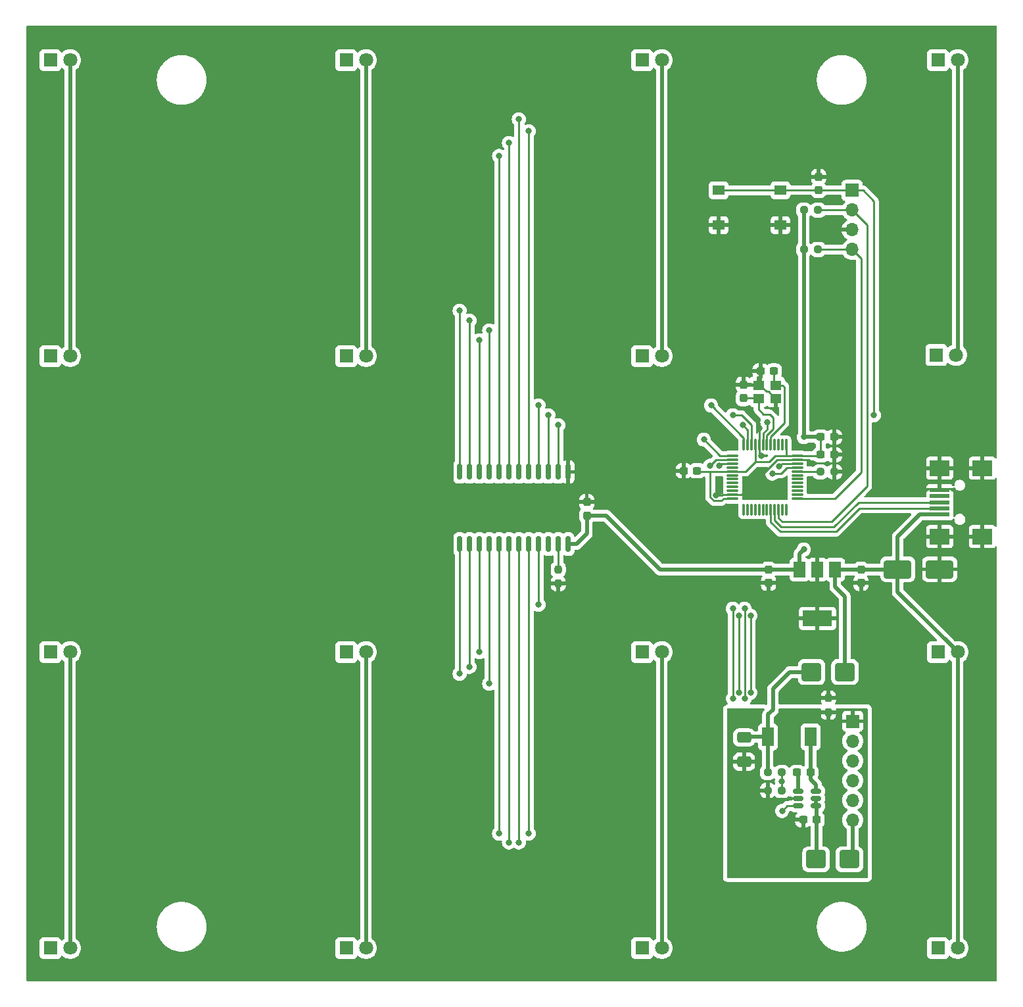
<source format=gbr>
%TF.GenerationSoftware,KiCad,Pcbnew,7.0.10*%
%TF.CreationDate,2024-05-15T16:53:22+02:00*%
%TF.ProjectId,ledrunner,6c656472-756e-46e6-9572-2e6b69636164,rev?*%
%TF.SameCoordinates,Original*%
%TF.FileFunction,Copper,L1,Top*%
%TF.FilePolarity,Positive*%
%FSLAX46Y46*%
G04 Gerber Fmt 4.6, Leading zero omitted, Abs format (unit mm)*
G04 Created by KiCad (PCBNEW 7.0.10) date 2024-05-15 16:53:22*
%MOMM*%
%LPD*%
G01*
G04 APERTURE LIST*
G04 Aperture macros list*
%AMRoundRect*
0 Rectangle with rounded corners*
0 $1 Rounding radius*
0 $2 $3 $4 $5 $6 $7 $8 $9 X,Y pos of 4 corners*
0 Add a 4 corners polygon primitive as box body*
4,1,4,$2,$3,$4,$5,$6,$7,$8,$9,$2,$3,0*
0 Add four circle primitives for the rounded corners*
1,1,$1+$1,$2,$3*
1,1,$1+$1,$4,$5*
1,1,$1+$1,$6,$7*
1,1,$1+$1,$8,$9*
0 Add four rect primitives between the rounded corners*
20,1,$1+$1,$2,$3,$4,$5,0*
20,1,$1+$1,$4,$5,$6,$7,0*
20,1,$1+$1,$6,$7,$8,$9,0*
20,1,$1+$1,$8,$9,$2,$3,0*%
G04 Aperture macros list end*
%TA.AperFunction,SMDPad,CuDef*%
%ADD10RoundRect,0.250000X-0.650000X0.412500X-0.650000X-0.412500X0.650000X-0.412500X0.650000X0.412500X0*%
%TD*%
%TA.AperFunction,SMDPad,CuDef*%
%ADD11R,1.400000X1.200000*%
%TD*%
%TA.AperFunction,SMDPad,CuDef*%
%ADD12RoundRect,0.237500X0.237500X-0.300000X0.237500X0.300000X-0.237500X0.300000X-0.237500X-0.300000X0*%
%TD*%
%TA.AperFunction,SMDPad,CuDef*%
%ADD13RoundRect,0.237500X0.300000X0.237500X-0.300000X0.237500X-0.300000X-0.237500X0.300000X-0.237500X0*%
%TD*%
%TA.AperFunction,ComponentPad*%
%ADD14R,1.800000X1.800000*%
%TD*%
%TA.AperFunction,ComponentPad*%
%ADD15C,1.800000*%
%TD*%
%TA.AperFunction,SMDPad,CuDef*%
%ADD16RoundRect,0.237500X0.250000X0.237500X-0.250000X0.237500X-0.250000X-0.237500X0.250000X-0.237500X0*%
%TD*%
%TA.AperFunction,SMDPad,CuDef*%
%ADD17RoundRect,0.237500X-0.237500X0.300000X-0.237500X-0.300000X0.237500X-0.300000X0.237500X0.300000X0*%
%TD*%
%TA.AperFunction,SMDPad,CuDef*%
%ADD18RoundRect,0.250000X1.000000X0.900000X-1.000000X0.900000X-1.000000X-0.900000X1.000000X-0.900000X0*%
%TD*%
%TA.AperFunction,ComponentPad*%
%ADD19R,1.700000X1.700000*%
%TD*%
%TA.AperFunction,ComponentPad*%
%ADD20O,1.700000X1.700000*%
%TD*%
%TA.AperFunction,SMDPad,CuDef*%
%ADD21RoundRect,0.237500X-0.300000X-0.237500X0.300000X-0.237500X0.300000X0.237500X-0.300000X0.237500X0*%
%TD*%
%TA.AperFunction,SMDPad,CuDef*%
%ADD22RoundRect,0.075000X-0.075000X0.662500X-0.075000X-0.662500X0.075000X-0.662500X0.075000X0.662500X0*%
%TD*%
%TA.AperFunction,SMDPad,CuDef*%
%ADD23RoundRect,0.075000X-0.662500X0.075000X-0.662500X-0.075000X0.662500X-0.075000X0.662500X0.075000X0*%
%TD*%
%TA.AperFunction,SMDPad,CuDef*%
%ADD24R,2.500000X0.500000*%
%TD*%
%TA.AperFunction,SMDPad,CuDef*%
%ADD25R,2.500000X2.000000*%
%TD*%
%TA.AperFunction,SMDPad,CuDef*%
%ADD26RoundRect,0.237500X-0.250000X-0.237500X0.250000X-0.237500X0.250000X0.237500X-0.250000X0.237500X0*%
%TD*%
%TA.AperFunction,SMDPad,CuDef*%
%ADD27R,1.500000X2.000000*%
%TD*%
%TA.AperFunction,SMDPad,CuDef*%
%ADD28R,3.800000X2.000000*%
%TD*%
%TA.AperFunction,SMDPad,CuDef*%
%ADD29R,1.550000X1.300000*%
%TD*%
%TA.AperFunction,SMDPad,CuDef*%
%ADD30RoundRect,0.250000X-1.000000X-0.900000X1.000000X-0.900000X1.000000X0.900000X-1.000000X0.900000X0*%
%TD*%
%TA.AperFunction,SMDPad,CuDef*%
%ADD31RoundRect,0.237500X0.237500X-0.250000X0.237500X0.250000X-0.237500X0.250000X-0.237500X-0.250000X0*%
%TD*%
%TA.AperFunction,SMDPad,CuDef*%
%ADD32RoundRect,0.150000X-0.150000X0.875000X-0.150000X-0.875000X0.150000X-0.875000X0.150000X0.875000X0*%
%TD*%
%TA.AperFunction,SMDPad,CuDef*%
%ADD33RoundRect,0.150000X-0.512500X-0.150000X0.512500X-0.150000X0.512500X0.150000X-0.512500X0.150000X0*%
%TD*%
%TA.AperFunction,SMDPad,CuDef*%
%ADD34R,1.500000X2.400000*%
%TD*%
%TA.AperFunction,SMDPad,CuDef*%
%ADD35RoundRect,0.237500X-0.237500X0.250000X-0.237500X-0.250000X0.237500X-0.250000X0.237500X0.250000X0*%
%TD*%
%TA.AperFunction,SMDPad,CuDef*%
%ADD36RoundRect,0.250000X1.500000X0.900000X-1.500000X0.900000X-1.500000X-0.900000X1.500000X-0.900000X0*%
%TD*%
%TA.AperFunction,ViaPad*%
%ADD37C,0.800000*%
%TD*%
%TA.AperFunction,Conductor*%
%ADD38C,0.254000*%
%TD*%
%TA.AperFunction,Conductor*%
%ADD39C,0.500000*%
%TD*%
%TA.AperFunction,Conductor*%
%ADD40C,0.250000*%
%TD*%
G04 APERTURE END LIST*
D10*
%TO.P,C10,1*%
%TO.N,Net-(D17-A)*%
X127441000Y-131636500D03*
%TO.P,C10,2*%
%TO.N,GNDPWR*%
X127441000Y-134761500D03*
%TD*%
D11*
%TO.P,Y2,1,1*%
%TO.N,Net-(U2-PF1)*%
X129295000Y-87986000D03*
%TO.P,Y2,2,2*%
%TO.N,GND*%
X131495000Y-87986000D03*
%TO.P,Y2,3,3*%
%TO.N,Net-(U2-PF0)*%
X131495000Y-86286000D03*
%TO.P,Y2,4,4*%
%TO.N,GND*%
X129295000Y-86286000D03*
%TD*%
D12*
%TO.P,C12,1*%
%TO.N,Net-(U2-PF1)*%
X127344000Y-87960500D03*
%TO.P,C12,2*%
%TO.N,GND*%
X127344000Y-86235500D03*
%TD*%
D13*
%TO.P,C11,1*%
%TO.N,Net-(U2-PF0)*%
X131267500Y-84462000D03*
%TO.P,C11,2*%
%TO.N,GND*%
X129542500Y-84462000D03*
%TD*%
D14*
%TO.P,D12,1,K*%
%TO.N,Net-(D12-K)*%
X152400000Y-120650000D03*
D15*
%TO.P,D12,2,A*%
%TO.N,+5V*%
X154940000Y-120650000D03*
%TD*%
D16*
%TO.P,R10,1*%
%TO.N,Net-(U4-FB)*%
X132292500Y-138467000D03*
%TO.P,R10,2*%
%TO.N,GNDPWR*%
X130467500Y-138467000D03*
%TD*%
D17*
%TO.P,C1,1*%
%TO.N,+5V*%
X142493000Y-110032500D03*
%TO.P,C1,2*%
%TO.N,GND*%
X142493000Y-111757500D03*
%TD*%
D14*
%TO.P,D5,1,K*%
%TO.N,Net-(D5-K)*%
X38100000Y-82550000D03*
D15*
%TO.P,D5,2,A*%
%TO.N,+5V*%
X40640000Y-82550000D03*
%TD*%
D18*
%TO.P,D17,1,K*%
%TO.N,+5V*%
X140416000Y-123225000D03*
%TO.P,D17,2,A*%
%TO.N,Net-(D17-A)*%
X136116000Y-123225000D03*
%TD*%
D19*
%TO.P,J3,1,Pin_1*%
%TO.N,NRST*%
X141351000Y-61214000D03*
D20*
%TO.P,J3,2,Pin_2*%
%TO.N,SWDIO*%
X141351000Y-63754000D03*
%TO.P,J3,3,Pin_3*%
%TO.N,GND*%
X141351000Y-66294000D03*
%TO.P,J3,4,Pin_4*%
%TO.N,SWCLK*%
X141351000Y-68834000D03*
%TD*%
D21*
%TO.P,C9,1*%
%TO.N,Net-(U4-CB)*%
X134265500Y-136144000D03*
%TO.P,C9,2*%
%TO.N,Net-(U4-SW)*%
X135990500Y-136144000D03*
%TD*%
D22*
%TO.P,U2,1,VBAT*%
%TO.N,+3V3*%
X132869000Y-93976500D03*
%TO.P,U2,2,PC13*%
%TO.N,unconnected-(U2-PC13-Pad2)*%
X132369000Y-93976500D03*
%TO.P,U2,3,PC14*%
%TO.N,unconnected-(U2-PC14-Pad3)*%
X131869000Y-93976500D03*
%TO.P,U2,4,PC15*%
%TO.N,unconnected-(U2-PC15-Pad4)*%
X131369000Y-93976500D03*
%TO.P,U2,5,PF0*%
%TO.N,Net-(U2-PF0)*%
X130869000Y-93976500D03*
%TO.P,U2,6,PF1*%
%TO.N,Net-(U2-PF1)*%
X130369000Y-93976500D03*
%TO.P,U2,7,NRST*%
%TO.N,NRST*%
X129869000Y-93976500D03*
%TO.P,U2,8,VSSA*%
%TO.N,GND*%
X129369000Y-93976500D03*
%TO.P,U2,9,VDDA*%
%TO.N,+3V3*%
X128869000Y-93976500D03*
%TO.P,U2,10,PA0*%
%TO.N,TLC5926_CLK*%
X128369000Y-93976500D03*
%TO.P,U2,11,PA1*%
%TO.N,TLC5926_SDI*%
X127869000Y-93976500D03*
%TO.P,U2,12,PA2*%
%TO.N,TLC5926_LE*%
X127369000Y-93976500D03*
D23*
%TO.P,U2,13,PA3*%
%TO.N,TLC5926_OE*%
X125956500Y-95389000D03*
%TO.P,U2,14,PA4*%
%TO.N,EXTI_IN*%
X125956500Y-95889000D03*
%TO.P,U2,15,PA5*%
%TO.N,EXTI_OUT*%
X125956500Y-96389000D03*
%TO.P,U2,16,PA6*%
%TO.N,unconnected-(U2-PA6-Pad16)*%
X125956500Y-96889000D03*
%TO.P,U2,17,VDD*%
%TO.N,+3V3*%
X125956500Y-97389000D03*
%TO.P,U2,18,PB0*%
%TO.N,unconnected-(U2-PB0-Pad18)*%
X125956500Y-97889000D03*
%TO.P,U2,19,PB1*%
%TO.N,unconnected-(U2-PB1-Pad19)*%
X125956500Y-98389000D03*
%TO.P,U2,20,PB2*%
%TO.N,unconnected-(U2-PB2-Pad20)*%
X125956500Y-98889000D03*
%TO.P,U2,21,PE8*%
%TO.N,unconnected-(U2-PE8-Pad21)*%
X125956500Y-99389000D03*
%TO.P,U2,22,PE9*%
%TO.N,unconnected-(U2-PE9-Pad22)*%
X125956500Y-99889000D03*
%TO.P,U2,23,VSSSD*%
%TO.N,GND*%
X125956500Y-100389000D03*
%TO.P,U2,24,VDDSD*%
%TO.N,+3V3*%
X125956500Y-100889000D03*
D22*
%TO.P,U2,25,VREFSD+*%
%TO.N,unconnected-(U2-VREFSD+-Pad25)*%
X127369000Y-102301500D03*
%TO.P,U2,26,PB14*%
%TO.N,unconnected-(U2-PB14-Pad26)*%
X127869000Y-102301500D03*
%TO.P,U2,27,PB15*%
%TO.N,unconnected-(U2-PB15-Pad27)*%
X128369000Y-102301500D03*
%TO.P,U2,28,PD8*%
%TO.N,unconnected-(U2-PD8-Pad28)*%
X128869000Y-102301500D03*
%TO.P,U2,29,PA8*%
%TO.N,unconnected-(U2-PA8-Pad29)*%
X129369000Y-102301500D03*
%TO.P,U2,30,PA9*%
%TO.N,unconnected-(U2-PA9-Pad30)*%
X129869000Y-102301500D03*
%TO.P,U2,31,PA10*%
%TO.N,unconnected-(U2-PA10-Pad31)*%
X130369000Y-102301500D03*
%TO.P,U2,32,PA11*%
%TO.N,USB_DM*%
X130869000Y-102301500D03*
%TO.P,U2,33,PA12*%
%TO.N,USB_DP*%
X131369000Y-102301500D03*
%TO.P,U2,34,PA13*%
%TO.N,SWDIO*%
X131869000Y-102301500D03*
%TO.P,U2,35,PF6*%
%TO.N,unconnected-(U2-PF6-Pad35)*%
X132369000Y-102301500D03*
%TO.P,U2,36,PF7*%
%TO.N,unconnected-(U2-PF7-Pad36)*%
X132869000Y-102301500D03*
D23*
%TO.P,U2,37,PA14*%
%TO.N,SWCLK*%
X134281500Y-100889000D03*
%TO.P,U2,38,PA15*%
%TO.N,unconnected-(U2-PA15-Pad38)*%
X134281500Y-100389000D03*
%TO.P,U2,39,PB3*%
%TO.N,unconnected-(U2-PB3-Pad39)*%
X134281500Y-99889000D03*
%TO.P,U2,40,PB4*%
%TO.N,unconnected-(U2-PB4-Pad40)*%
X134281500Y-99389000D03*
%TO.P,U2,41,PB5*%
%TO.N,unconnected-(U2-PB5-Pad41)*%
X134281500Y-98889000D03*
%TO.P,U2,42,PB6*%
%TO.N,unconnected-(U2-PB6-Pad42)*%
X134281500Y-98389000D03*
%TO.P,U2,43,PB7*%
%TO.N,unconnected-(U2-PB7-Pad43)*%
X134281500Y-97889000D03*
%TO.P,U2,44,BOOT0*%
%TO.N,Net-(U2-BOOT0)*%
X134281500Y-97389000D03*
%TO.P,U2,45,PB8*%
%TO.N,CAN_RX*%
X134281500Y-96889000D03*
%TO.P,U2,46,PB9*%
%TO.N,CAN_TX*%
X134281500Y-96389000D03*
%TO.P,U2,47,VSS*%
%TO.N,GND*%
X134281500Y-95889000D03*
%TO.P,U2,48,VDD*%
%TO.N,+3V3*%
X134281500Y-95389000D03*
%TD*%
D14*
%TO.P,D8,1,K*%
%TO.N,Net-(D8-K)*%
X152200413Y-82407478D03*
D15*
%TO.P,D8,2,A*%
%TO.N,+5V*%
X154740413Y-82407478D03*
%TD*%
D14*
%TO.P,D16,1,K*%
%TO.N,Net-(D16-K)*%
X152400000Y-158750000D03*
D15*
%TO.P,D16,2,A*%
%TO.N,+5V*%
X154940000Y-158750000D03*
%TD*%
D24*
%TO.P,J1,1,VBUS*%
%TO.N,+5V*%
X152619000Y-102963000D03*
%TO.P,J1,2,D-*%
%TO.N,USB_DM*%
X152619000Y-102163000D03*
%TO.P,J1,3,D+*%
%TO.N,USB_DP*%
X152619000Y-101363000D03*
%TO.P,J1,4,ID*%
%TO.N,unconnected-(J1-ID-Pad4)*%
X152619000Y-100563000D03*
%TO.P,J1,5,GND*%
%TO.N,GND*%
X152619000Y-99763000D03*
D25*
%TO.P,J1,6,Shield*%
X152619000Y-105763000D03*
X158119000Y-105763000D03*
X152619000Y-96963000D03*
X158119000Y-96963000D03*
%TD*%
D19*
%TO.P,J2,1,Pin_1*%
%TO.N,GNDPWR*%
X141421000Y-129550000D03*
D20*
%TO.P,J2,2,Pin_2*%
%TO.N,CAN_TX*%
X141421000Y-132090000D03*
%TO.P,J2,3,Pin_3*%
%TO.N,CAN_RX*%
X141421000Y-134630000D03*
%TO.P,J2,4,Pin_4*%
%TO.N,EXTI_OUT*%
X141421000Y-137170000D03*
%TO.P,J2,5,Pin_5*%
%TO.N,EXTI_IN*%
X141421000Y-139710000D03*
%TO.P,J2,6,Pin_6*%
%TO.N,+24V*%
X141421000Y-142250000D03*
%TD*%
D26*
%TO.P,R3,1*%
%TO.N,Net-(U2-BOOT0)*%
X137248724Y-97449776D03*
%TO.P,R3,2*%
%TO.N,GND*%
X139073724Y-97449776D03*
%TD*%
D27*
%TO.P,U1,1,VI*%
%TO.N,+5V*%
X139173000Y-110033000D03*
%TO.P,U1,2,GND*%
%TO.N,GND*%
X136873000Y-110033000D03*
D28*
X136873000Y-116333000D03*
D27*
%TO.P,U1,3,VO*%
%TO.N,+3V3*%
X134573000Y-110033000D03*
%TD*%
D14*
%TO.P,D9,1,K*%
%TO.N,Net-(D9-K)*%
X38100000Y-120650000D03*
D15*
%TO.P,D9,2,A*%
%TO.N,+5V*%
X40640000Y-120650000D03*
%TD*%
D14*
%TO.P,D1,1,K*%
%TO.N,Net-(D1-K)*%
X38100000Y-44450000D03*
D15*
%TO.P,D1,2,A*%
%TO.N,+5V*%
X40640000Y-44450000D03*
%TD*%
D14*
%TO.P,D6,1,K*%
%TO.N,Net-(D6-K)*%
X76200000Y-82550000D03*
D15*
%TO.P,D6,2,A*%
%TO.N,+5V*%
X78740000Y-82550000D03*
%TD*%
D26*
%TO.P,R9,1*%
%TO.N,Net-(D17-A)*%
X130470500Y-136137000D03*
%TO.P,R9,2*%
%TO.N,Net-(U4-FB)*%
X132295500Y-136137000D03*
%TD*%
%TO.P,R1,1*%
%TO.N,+3V3*%
X135128500Y-63762000D03*
%TO.P,R1,2*%
%TO.N,SWDIO*%
X136953500Y-63762000D03*
%TD*%
D14*
%TO.P,D11,1,K*%
%TO.N,Net-(D11-K)*%
X114300000Y-120650000D03*
D15*
%TO.P,D11,2,A*%
%TO.N,+5V*%
X116840000Y-120650000D03*
%TD*%
D17*
%TO.P,C2,1*%
%TO.N,+3V3*%
X130585000Y-110032500D03*
%TO.P,C2,2*%
%TO.N,GND*%
X130585000Y-111757500D03*
%TD*%
D29*
%TO.P,SW1,1,1*%
%TO.N,NRST*%
X124160000Y-61199000D03*
X132110000Y-61199000D03*
%TO.P,SW1,2,2*%
%TO.N,GND*%
X124160000Y-65699000D03*
X132110000Y-65699000D03*
%TD*%
D30*
%TO.P,D18,1,K*%
%TO.N,Net-(D18-K)*%
X136698000Y-147309000D03*
%TO.P,D18,2,A*%
%TO.N,+24V*%
X140998000Y-147309000D03*
%TD*%
D31*
%TO.P,R11,1*%
%TO.N,GNDPWR*%
X138296000Y-128396500D03*
%TO.P,R11,2*%
%TO.N,GND*%
X138296000Y-126571500D03*
%TD*%
D14*
%TO.P,D2,1,K*%
%TO.N,Net-(D2-K)*%
X76200000Y-44450000D03*
D15*
%TO.P,D2,2,A*%
%TO.N,+5V*%
X78740000Y-44450000D03*
%TD*%
D26*
%TO.P,R2,1*%
%TO.N,+3V3*%
X135128500Y-68812000D03*
%TO.P,R2,2*%
%TO.N,SWCLK*%
X136953500Y-68812000D03*
%TD*%
D13*
%TO.P,C4,1*%
%TO.N,+3V3*%
X121384500Y-97318000D03*
%TO.P,C4,2*%
%TO.N,GND*%
X119659500Y-97318000D03*
%TD*%
D14*
%TO.P,D13,1,K*%
%TO.N,Net-(D13-K)*%
X38100000Y-158750000D03*
D15*
%TO.P,D13,2,A*%
%TO.N,+5V*%
X40640000Y-158750000D03*
%TD*%
D14*
%TO.P,D15,1,K*%
%TO.N,Net-(D15-K)*%
X114300000Y-158750000D03*
D15*
%TO.P,D15,2,A*%
%TO.N,+5V*%
X116840000Y-158750000D03*
%TD*%
D12*
%TO.P,C7,1*%
%TO.N,+3V3*%
X107181000Y-103073500D03*
%TO.P,C7,2*%
%TO.N,GND*%
X107181000Y-101348500D03*
%TD*%
D14*
%TO.P,D14,1,K*%
%TO.N,Net-(D14-K)*%
X76200000Y-158750000D03*
D15*
%TO.P,D14,2,A*%
%TO.N,+5V*%
X78740000Y-158750000D03*
%TD*%
D13*
%TO.P,C8,1*%
%TO.N,Net-(D18-K)*%
X136776500Y-142233000D03*
%TO.P,C8,2*%
%TO.N,GNDPWR*%
X135051500Y-142233000D03*
%TD*%
D32*
%TO.P,U3,1,GND*%
%TO.N,GND*%
X104775000Y-97458000D03*
%TO.P,U3,2,SDI*%
%TO.N,TLC5926_SDI*%
X103505000Y-97458000D03*
%TO.P,U3,3,CLK*%
%TO.N,TLC5926_CLK*%
X102235000Y-97458000D03*
%TO.P,U3,4,LE(ED1)*%
%TO.N,TLC5926_LE*%
X100965000Y-97458000D03*
%TO.P,U3,5,OUT0*%
%TO.N,Net-(D1-K)*%
X99695000Y-97458000D03*
%TO.P,U3,6,OUT1*%
%TO.N,Net-(D2-K)*%
X98425000Y-97458000D03*
%TO.P,U3,7,OUT2*%
%TO.N,Net-(D3-K)*%
X97155000Y-97458000D03*
%TO.P,U3,8,OUT3*%
%TO.N,Net-(D4-K)*%
X95885000Y-97458000D03*
%TO.P,U3,9,OUT4*%
%TO.N,Net-(D5-K)*%
X94615000Y-97458000D03*
%TO.P,U3,10,OUT5*%
%TO.N,Net-(D6-K)*%
X93345000Y-97458000D03*
%TO.P,U3,11,OUT6*%
%TO.N,Net-(D7-K)*%
X92075000Y-97458000D03*
%TO.P,U3,12,OUT7*%
%TO.N,Net-(D8-K)*%
X90805000Y-97458000D03*
%TO.P,U3,13,OUT8*%
%TO.N,Net-(D9-K)*%
X90805000Y-106758000D03*
%TO.P,U3,14,OUT9*%
%TO.N,Net-(D10-K)*%
X92075000Y-106758000D03*
%TO.P,U3,15,OUT10*%
%TO.N,Net-(D11-K)*%
X93345000Y-106758000D03*
%TO.P,U3,16,OUT11*%
%TO.N,Net-(D12-K)*%
X94615000Y-106758000D03*
%TO.P,U3,17,OUT12*%
%TO.N,Net-(D13-K)*%
X95885000Y-106758000D03*
%TO.P,U3,18,OUT13*%
%TO.N,Net-(D14-K)*%
X97155000Y-106758000D03*
%TO.P,U3,19,OUT14*%
%TO.N,Net-(D15-K)*%
X98425000Y-106758000D03*
%TO.P,U3,20,OUT15*%
%TO.N,Net-(D16-K)*%
X99695000Y-106758000D03*
%TO.P,U3,21,~{OE}(ED2)*%
%TO.N,TLC5926_OE*%
X100965000Y-106758000D03*
%TO.P,U3,22,SDO*%
%TO.N,unconnected-(U3-SDO-Pad22)*%
X102235000Y-106758000D03*
%TO.P,U3,23,R-EXT*%
%TO.N,Net-(U3-R-EXT)*%
X103505000Y-106758000D03*
%TO.P,U3,24,VDD*%
%TO.N,+3V3*%
X104775000Y-106758000D03*
%TD*%
D12*
%TO.P,C3,1*%
%TO.N,NRST*%
X137027000Y-61186500D03*
%TO.P,C3,2*%
%TO.N,GND*%
X137027000Y-59461500D03*
%TD*%
D33*
%TO.P,U4,1,CB*%
%TO.N,Net-(U4-CB)*%
X134422500Y-138546000D03*
%TO.P,U4,2,GND*%
%TO.N,GNDPWR*%
X134422500Y-139496000D03*
%TO.P,U4,3,FB*%
%TO.N,Net-(U4-FB)*%
X134422500Y-140446000D03*
%TO.P,U4,4,EN*%
%TO.N,Net-(D18-K)*%
X136697500Y-140446000D03*
%TO.P,U4,5,VIN*%
X136697500Y-139496000D03*
%TO.P,U4,6,SW*%
%TO.N,Net-(U4-SW)*%
X136697500Y-138546000D03*
%TD*%
D14*
%TO.P,D7,1,K*%
%TO.N,Net-(D7-K)*%
X114300000Y-82550000D03*
D15*
%TO.P,D7,2,A*%
%TO.N,+5V*%
X116840000Y-82550000D03*
%TD*%
D34*
%TO.P,L1,1,1*%
%TO.N,Net-(U4-SW)*%
X136008000Y-131576000D03*
%TO.P,L1,2,2*%
%TO.N,Net-(D17-A)*%
X130508000Y-131576000D03*
%TD*%
D21*
%TO.P,C5,1*%
%TO.N,+3V3*%
X137313500Y-95250000D03*
%TO.P,C5,2*%
%TO.N,GND*%
X139038500Y-95250000D03*
%TD*%
D14*
%TO.P,D3,1,K*%
%TO.N,Net-(D3-K)*%
X114300000Y-44450000D03*
D15*
%TO.P,D3,2,A*%
%TO.N,+5V*%
X116840000Y-44450000D03*
%TD*%
D14*
%TO.P,D4,1,K*%
%TO.N,Net-(D4-K)*%
X152400000Y-44450000D03*
D15*
%TO.P,D4,2,A*%
%TO.N,+5V*%
X154940000Y-44450000D03*
%TD*%
D21*
%TO.P,C6,1*%
%TO.N,+3V3*%
X137313500Y-92964000D03*
%TO.P,C6,2*%
%TO.N,GND*%
X139038500Y-92964000D03*
%TD*%
D14*
%TO.P,D10,1,K*%
%TO.N,Net-(D10-K)*%
X76200000Y-120650000D03*
D15*
%TO.P,D10,2,A*%
%TO.N,+5V*%
X78740000Y-120650000D03*
%TD*%
D35*
%TO.P,R8,1*%
%TO.N,Net-(U3-R-EXT)*%
X103497000Y-110014500D03*
%TO.P,R8,2*%
%TO.N,GND*%
X103497000Y-111839500D03*
%TD*%
D36*
%TO.P,K1,1,A1*%
%TO.N,GND*%
X152616000Y-109993000D03*
%TO.P,K1,2,A2*%
%TO.N,+5V*%
X147216000Y-109993000D03*
%TD*%
D37*
%TO.N,GND*%
X129667000Y-95377000D03*
%TO.N,NRST*%
X130429000Y-91059000D03*
X144145000Y-90170000D03*
%TO.N,GND*%
X124587000Y-126111000D03*
X142367000Y-115443000D03*
X132080000Y-116967000D03*
X93599000Y-73914000D03*
X145415000Y-99822000D03*
X132588000Y-126111000D03*
X155575000Y-109220000D03*
X119126000Y-73914000D03*
X139065000Y-74549000D03*
X141224000Y-86868000D03*
X45085000Y-158750000D03*
X123825000Y-100457000D03*
X93345000Y-126873000D03*
X117983000Y-106934000D03*
X93726000Y-55626000D03*
X150114000Y-97028000D03*
X148463000Y-158877000D03*
X145923000Y-103886000D03*
X134747000Y-59563000D03*
X136271000Y-99822000D03*
X109093000Y-122555000D03*
X136271000Y-96393000D03*
X101600000Y-73914000D03*
X148844000Y-44577000D03*
X150114000Y-100076000D03*
X120650000Y-120650000D03*
X136525000Y-86868000D03*
X145542000Y-86868000D03*
X89408000Y-86741000D03*
X38100000Y-114046000D03*
X133858000Y-86868000D03*
X38100000Y-87503000D03*
X85598000Y-120523000D03*
X148082000Y-120650000D03*
X102616000Y-145796000D03*
X158115000Y-94488000D03*
X83566000Y-146177000D03*
X142367000Y-116840000D03*
X129794000Y-126111000D03*
X129413000Y-91821000D03*
X44577000Y-44450000D03*
X101600000Y-126873000D03*
X115824000Y-113411000D03*
X132080000Y-115443000D03*
X158115000Y-108331000D03*
X155575000Y-110871000D03*
X103378000Y-54864000D03*
X100965000Y-86741000D03*
X80391000Y-51689000D03*
%TO.N,+3V3*%
X135128000Y-92964000D03*
X135128000Y-107442000D03*
%TO.N,Net-(D1-K)*%
X99695000Y-53594000D03*
%TO.N,Net-(D3-K)*%
X97155000Y-55118000D03*
%TO.N,Net-(D4-K)*%
X95885000Y-56769000D03*
%TO.N,Net-(D5-K)*%
X94615000Y-79248000D03*
%TO.N,Net-(D6-K)*%
X93345000Y-80518000D03*
%TO.N,Net-(D7-K)*%
X92075000Y-77978000D03*
%TO.N,Net-(D8-K)*%
X90805000Y-76708000D03*
%TO.N,Net-(D9-K)*%
X90805000Y-123444000D03*
%TO.N,Net-(D10-K)*%
X92075000Y-122555000D03*
%TO.N,Net-(D11-K)*%
X93345000Y-120650000D03*
%TO.N,Net-(D12-K)*%
X94615000Y-124714000D03*
%TO.N,Net-(D13-K)*%
X95885000Y-144018000D03*
%TO.N,Net-(D14-K)*%
X97155000Y-145161000D03*
%TO.N,Net-(D15-K)*%
X98425000Y-145161000D03*
%TO.N,Net-(D16-K)*%
X99695000Y-144018000D03*
%TO.N,Net-(D2-K)*%
X98425000Y-52070000D03*
%TO.N,TLC5926_OE*%
X100965000Y-114554000D03*
X122249000Y-93293000D03*
%TO.N,TLC5926_LE*%
X123190000Y-88900000D03*
X100965000Y-88900000D03*
%TO.N,TLC5926_SDI*%
X127254000Y-91440000D03*
X103505000Y-91440000D03*
%TO.N,TLC5926_CLK*%
X102235000Y-90170000D03*
X125984000Y-90170000D03*
%TO.N,CAN_TX*%
X131953000Y-96774000D03*
X128270000Y-125857000D03*
X128270000Y-115951000D03*
%TO.N,CAN_RX*%
X127543000Y-126625223D03*
X127508000Y-115062000D03*
X131064000Y-97663000D03*
%TO.N,EXTI_OUT*%
X126746000Y-115951000D03*
X126746000Y-125857000D03*
X124206000Y-96662000D03*
%TO.N,EXTI_IN*%
X125984000Y-126619000D03*
X125984000Y-115062000D03*
X123063000Y-96647000D03*
%TO.N,Net-(U4-FB)*%
X132295500Y-137287000D03*
X132334000Y-141097000D03*
%TD*%
D38*
%TO.N,+3V3*%
X125956500Y-97389000D02*
X121455500Y-97389000D01*
X121455500Y-97389000D02*
X121384500Y-97318000D01*
D39*
%TO.N,Net-(D17-A)*%
X130508000Y-131576000D02*
X127501500Y-131576000D01*
X127501500Y-131576000D02*
X127441000Y-131636500D01*
D38*
X127441000Y-131636500D02*
X126791500Y-131636500D01*
X126791500Y-131636500D02*
X126679000Y-131524000D01*
%TO.N,+3V3*%
X127655000Y-97389000D02*
X128881000Y-96163000D01*
X125956500Y-97389000D02*
X127655000Y-97389000D01*
X128869000Y-95377000D02*
X128869000Y-93976500D01*
X128881000Y-95389000D02*
X128869000Y-95377000D01*
X130659000Y-96163000D02*
X128881000Y-96163000D01*
X128881000Y-96163000D02*
X128881000Y-95389000D01*
X131433000Y-95389000D02*
X130659000Y-96163000D01*
X132842000Y-95389000D02*
X131433000Y-95389000D01*
D40*
%TO.N,Net-(U2-PF0)*%
X130869000Y-93976500D02*
X130869000Y-92905000D01*
X130869000Y-92905000D02*
X132588000Y-91186000D01*
X132588000Y-91186000D02*
X132588000Y-86487000D01*
X132588000Y-86487000D02*
X132387000Y-86286000D01*
X132387000Y-86286000D02*
X131495000Y-86286000D01*
%TO.N,Net-(U2-PF1)*%
X130369000Y-93976500D02*
X130369000Y-92720493D01*
X131191000Y-91898493D02*
X131191000Y-90517000D01*
X130369000Y-92720493D02*
X131191000Y-91898493D01*
X131191000Y-90517000D02*
X130717000Y-90043000D01*
X130717000Y-90043000D02*
X129921000Y-90043000D01*
X129921000Y-90043000D02*
X129295000Y-89417000D01*
X129295000Y-89417000D02*
X129295000Y-87986000D01*
D38*
%TO.N,GND*%
X129369000Y-93976500D02*
X129369000Y-95079000D01*
X129369000Y-95079000D02*
X129667000Y-95377000D01*
%TO.N,NRST*%
X130429000Y-91059000D02*
X130429000Y-91948000D01*
X129869000Y-92508000D02*
X129869000Y-93976500D01*
X130429000Y-91948000D02*
X129869000Y-92508000D01*
D40*
%TO.N,GND*%
X129466000Y-86286000D02*
X129295000Y-86286000D01*
X130302000Y-87122000D02*
X129466000Y-86286000D01*
X130556000Y-87122000D02*
X130302000Y-87122000D01*
X131420000Y-87986000D02*
X130556000Y-87122000D01*
X131495000Y-87986000D02*
X131420000Y-87986000D01*
%TO.N,TLC5926_SDI*%
X127869000Y-93976500D02*
X127869000Y-92055000D01*
X127869000Y-92055000D02*
X127254000Y-91440000D01*
%TO.N,TLC5926_CLK*%
X125984000Y-90170000D02*
X127127000Y-90170000D01*
X127127000Y-90170000D02*
X128369000Y-91412000D01*
X128369000Y-91412000D02*
X128369000Y-93976500D01*
D38*
%TO.N,GND*%
X129413000Y-91821000D02*
X129369000Y-91865000D01*
X129369000Y-91865000D02*
X129369000Y-93976500D01*
D40*
%TO.N,TLC5926_LE*%
X123190000Y-88900000D02*
X127369000Y-93079000D01*
X127369000Y-93079000D02*
X127369000Y-93976500D01*
%TO.N,Net-(U2-PF1)*%
X127344000Y-87960500D02*
X129269500Y-87960500D01*
X129269500Y-87960500D02*
X129295000Y-87986000D01*
%TO.N,GND*%
X127344000Y-86235500D02*
X129244500Y-86235500D01*
X129244500Y-86235500D02*
X129295000Y-86286000D01*
%TO.N,Net-(U2-PF0)*%
X131267500Y-84462000D02*
X131267500Y-86058500D01*
X131267500Y-86058500D02*
X131495000Y-86286000D01*
%TO.N,GND*%
X129542500Y-84462000D02*
X129542500Y-86038500D01*
X129542500Y-86038500D02*
X129295000Y-86286000D01*
D39*
%TO.N,+3V3*%
X135128000Y-92964000D02*
X135128000Y-85344000D01*
X135128000Y-92964000D02*
X137059500Y-92964000D01*
D40*
%TO.N,NRST*%
X137027000Y-61186500D02*
X141323500Y-61186500D01*
X144145000Y-62611000D02*
X144145000Y-66421000D01*
X142748000Y-61214000D02*
X144145000Y-62611000D01*
X141323500Y-61186500D02*
X141351000Y-61214000D01*
X137027000Y-61186500D02*
X132122500Y-61186500D01*
D38*
X124160000Y-61199000D02*
X132110000Y-61199000D01*
D40*
X132122500Y-61186500D02*
X132110000Y-61199000D01*
X141351000Y-61214000D02*
X142748000Y-61214000D01*
D38*
X144145000Y-66421000D02*
X144145000Y-90170000D01*
D40*
%TO.N,GND*%
X107181000Y-98799000D02*
X107181000Y-101348500D01*
D38*
X134281500Y-95889000D02*
X131695000Y-95889000D01*
X135767000Y-95889000D02*
X134281500Y-95889000D01*
X125956500Y-100389000D02*
X124655000Y-100389000D01*
X124655000Y-100389000D02*
X124587000Y-100457000D01*
D40*
X123825000Y-100457000D02*
X124587000Y-100457000D01*
D38*
X136271000Y-96393000D02*
X135767000Y-95889000D01*
D40*
X105840000Y-97458000D02*
X107181000Y-98799000D01*
D38*
X131695000Y-95889000D02*
X127195000Y-100389000D01*
D40*
X104775000Y-97458000D02*
X105840000Y-97458000D01*
D38*
X127195000Y-100389000D02*
X125956500Y-100389000D01*
D39*
%TO.N,+3V3*%
X116636500Y-110032500D02*
X109677500Y-103073500D01*
D38*
X123523866Y-101184000D02*
X124495000Y-101184000D01*
D39*
X135128000Y-85344000D02*
X135128000Y-72771000D01*
X107181000Y-103073500D02*
X107181000Y-105417000D01*
X107181000Y-105417000D02*
X105840000Y-106758000D01*
D38*
X124790000Y-100889000D02*
X125956500Y-100889000D01*
X134281500Y-95389000D02*
X136920500Y-95389000D01*
X123063000Y-100723134D02*
X123523866Y-101184000D01*
X136920500Y-95389000D02*
X137059500Y-95250000D01*
D39*
X135128500Y-72770500D02*
X135128000Y-72771000D01*
X109677500Y-103073500D02*
X107181000Y-103073500D01*
X130585000Y-110032500D02*
X116636500Y-110032500D01*
X135128500Y-63762000D02*
X135128500Y-68812000D01*
X134573000Y-110033000D02*
X130585500Y-110033000D01*
D38*
X124495000Y-101184000D02*
X124790000Y-100889000D01*
D39*
X134573000Y-107997000D02*
X134573000Y-110033000D01*
D38*
X123063000Y-97389000D02*
X123063000Y-100723134D01*
X137313500Y-95250000D02*
X137313500Y-92964000D01*
X132869000Y-95362000D02*
X132869000Y-93976500D01*
D39*
X135128000Y-107442000D02*
X134573000Y-107997000D01*
D38*
X132842000Y-95389000D02*
X134281500Y-95389000D01*
D39*
X105840000Y-106758000D02*
X104775000Y-106758000D01*
D38*
X132842000Y-95389000D02*
X132869000Y-95362000D01*
D39*
X135128500Y-68715000D02*
X135128500Y-72770500D01*
X130585500Y-110033000D02*
X130585000Y-110032500D01*
X135128000Y-72771000D02*
X135128000Y-71247000D01*
%TO.N,+5V*%
X142493000Y-110032500D02*
X147176500Y-110032500D01*
X139173000Y-110033000D02*
X142492500Y-110033000D01*
X154940000Y-120650000D02*
X154940000Y-158750000D01*
X147216000Y-105768000D02*
X147216000Y-109993000D01*
X152619000Y-102963000D02*
X150021000Y-102963000D01*
X147216000Y-109993000D02*
X147216000Y-112926000D01*
X140416000Y-113492000D02*
X139173000Y-112249000D01*
X140416000Y-123225000D02*
X140416000Y-113492000D01*
X142492500Y-110033000D02*
X142493000Y-110032500D01*
X150021000Y-102963000D02*
X147216000Y-105768000D01*
X154940000Y-82207891D02*
X154740413Y-82407478D01*
X116840000Y-82550000D02*
X116840000Y-44450000D01*
X40640000Y-44450000D02*
X40640000Y-82550000D01*
X139173000Y-112249000D02*
X139173000Y-110033000D01*
X78740000Y-82550000D02*
X78740000Y-44450000D01*
X147176500Y-110032500D02*
X147216000Y-109993000D01*
X116840000Y-158750000D02*
X116840000Y-120650000D01*
X40640000Y-158750000D02*
X40640000Y-120650000D01*
X154940000Y-44450000D02*
X154940000Y-82207891D01*
X78740000Y-158750000D02*
X78740000Y-120650000D01*
X147216000Y-112926000D02*
X154940000Y-120650000D01*
D40*
%TO.N,Net-(D1-K)*%
X99695000Y-97458000D02*
X99695000Y-53594000D01*
%TO.N,Net-(D3-K)*%
X97155000Y-97458000D02*
X97155000Y-55118000D01*
%TO.N,Net-(D4-K)*%
X95885000Y-97458000D02*
X95885000Y-56769000D01*
%TO.N,Net-(D5-K)*%
X94615000Y-97458000D02*
X94615000Y-79248000D01*
%TO.N,Net-(D6-K)*%
X93345000Y-97458000D02*
X93345000Y-80518000D01*
%TO.N,Net-(D7-K)*%
X92075000Y-97458000D02*
X92075000Y-77978000D01*
%TO.N,Net-(D8-K)*%
X90805000Y-97458000D02*
X90805000Y-76708000D01*
%TO.N,Net-(D9-K)*%
X90805000Y-106758000D02*
X90805000Y-123444000D01*
%TO.N,Net-(D10-K)*%
X92075000Y-106758000D02*
X92075000Y-122555000D01*
%TO.N,Net-(D11-K)*%
X93345000Y-106758000D02*
X93345000Y-120650000D01*
%TO.N,Net-(D12-K)*%
X94615000Y-106758000D02*
X94615000Y-124714000D01*
%TO.N,Net-(D13-K)*%
X95885000Y-106758000D02*
X95885000Y-144018000D01*
%TO.N,Net-(D14-K)*%
X97155000Y-106758000D02*
X97155000Y-145161000D01*
%TO.N,Net-(D15-K)*%
X98425000Y-106758000D02*
X98425000Y-145161000D01*
%TO.N,Net-(D16-K)*%
X99695000Y-106758000D02*
X99695000Y-144018000D01*
%TO.N,SWCLK*%
X139141000Y-100889000D02*
X134281500Y-100889000D01*
X142494000Y-69977000D02*
X142494000Y-97536000D01*
X136953500Y-68812000D02*
X141329000Y-68812000D01*
X142494000Y-97536000D02*
X139141000Y-100889000D01*
X141351000Y-68834000D02*
X142494000Y-69977000D01*
X141329000Y-68812000D02*
X141351000Y-68834000D01*
%TO.N,SWDIO*%
X143256000Y-65659000D02*
X143256000Y-99314000D01*
X132364118Y-103886000D02*
X131869000Y-103390882D01*
X131869000Y-103390882D02*
X131869000Y-102301500D01*
X143256000Y-99314000D02*
X138684000Y-103886000D01*
X141351000Y-63754000D02*
X143256000Y-65659000D01*
X141343000Y-63762000D02*
X141351000Y-63754000D01*
X138684000Y-103886000D02*
X132364118Y-103886000D01*
X136953500Y-63762000D02*
X141343000Y-63762000D01*
%TO.N,USB_DM*%
X139268079Y-105156000D02*
X132080000Y-105156000D01*
X130869000Y-103945000D02*
X130869000Y-102301500D01*
X132080000Y-105156000D02*
X130869000Y-103945000D01*
X142261079Y-102163000D02*
X139268079Y-105156000D01*
X152619000Y-102163000D02*
X142261079Y-102163000D01*
%TO.N,USB_DP*%
X152619000Y-101363000D02*
X142159500Y-101363000D01*
X132207000Y-104521000D02*
X131369000Y-103683000D01*
X142159500Y-101363000D02*
X139001500Y-104521000D01*
X139001500Y-104521000D02*
X132207000Y-104521000D01*
X131369000Y-103683000D02*
X131369000Y-102301500D01*
%TO.N,Net-(D2-K)*%
X98425000Y-97458000D02*
X98425000Y-52070000D01*
%TO.N,Net-(U2-BOOT0)*%
X136994724Y-97449776D02*
X136933948Y-97389000D01*
X136933948Y-97389000D02*
X134281500Y-97389000D01*
%TO.N,TLC5926_OE*%
X124345000Y-95389000D02*
X122249000Y-93293000D01*
X125956500Y-95389000D02*
X124345000Y-95389000D01*
X100965000Y-114554000D02*
X100965000Y-106758000D01*
%TO.N,TLC5926_LE*%
X100965000Y-88900000D02*
X100965000Y-97458000D01*
%TO.N,TLC5926_SDI*%
X103505000Y-97458000D02*
X103505000Y-91440000D01*
%TO.N,TLC5926_CLK*%
X102235000Y-97458000D02*
X102235000Y-90170000D01*
%TO.N,Net-(U3-R-EXT)*%
X103505000Y-110006500D02*
X103497000Y-110014500D01*
X103505000Y-106758000D02*
X103505000Y-110006500D01*
D39*
%TO.N,+24V*%
X141421000Y-142250000D02*
X141421000Y-147097000D01*
D38*
X140786000Y-147097000D02*
X140998000Y-147309000D01*
X141404000Y-142233000D02*
X141421000Y-142250000D01*
D39*
%TO.N,Net-(U4-CB)*%
X134422500Y-138546000D02*
X134422500Y-136301000D01*
D38*
X134422500Y-136301000D02*
X134265500Y-136144000D01*
D39*
%TO.N,Net-(U4-SW)*%
X136697500Y-138546000D02*
X136697500Y-137713500D01*
X136008000Y-131576000D02*
X136008000Y-136126500D01*
X136697500Y-137713500D02*
X135990500Y-137006500D01*
D38*
X136008000Y-136126500D02*
X135990500Y-136144000D01*
D39*
X135990500Y-137006500D02*
X135990500Y-136144000D01*
%TO.N,Net-(D17-A)*%
X131143000Y-125397000D02*
X131143000Y-128064000D01*
X130470500Y-136010000D02*
X130470500Y-131613500D01*
X130508000Y-128699000D02*
X130508000Y-131576000D01*
D38*
X130470500Y-131613500D02*
X130508000Y-131576000D01*
D39*
X136116000Y-123225000D02*
X133315000Y-123225000D01*
D38*
X130456000Y-131524000D02*
X130508000Y-131576000D01*
X136081000Y-123190000D02*
X136116000Y-123225000D01*
D39*
X133315000Y-123225000D02*
X131143000Y-125397000D01*
X131143000Y-128064000D02*
X130508000Y-128699000D01*
D38*
%TO.N,CAN_TX*%
X132338000Y-96389000D02*
X131953000Y-96774000D01*
X128270000Y-125222000D02*
X128270000Y-125857000D01*
X134281500Y-96389000D02*
X132338000Y-96389000D01*
X128270000Y-115951000D02*
X128270000Y-125222000D01*
D40*
%TO.N,CAN_RX*%
X131064000Y-97663000D02*
X132207000Y-97663000D01*
X127508000Y-126590223D02*
X127543000Y-126625223D01*
X132207000Y-97663000D02*
X132981000Y-96889000D01*
X127508000Y-125095000D02*
X127508000Y-126590223D01*
X132981000Y-96889000D02*
X134281500Y-96889000D01*
X127508000Y-115062000D02*
X127508000Y-125095000D01*
%TO.N,EXTI_OUT*%
X126746000Y-115951000D02*
X126746000Y-125730000D01*
X126746000Y-125730000D02*
X126746000Y-125857000D01*
X124206000Y-96662000D02*
X124479000Y-96389000D01*
X124479000Y-96389000D02*
X125956500Y-96389000D01*
%TO.N,EXTI_IN*%
X125977777Y-125088777D02*
X125977777Y-126612777D01*
X123063000Y-96647000D02*
X123821000Y-95889000D01*
X125977777Y-115068223D02*
X125977777Y-125088777D01*
X125977777Y-126612777D02*
X125984000Y-126619000D01*
X123821000Y-95889000D02*
X125956500Y-95889000D01*
X125984000Y-115062000D02*
X125977777Y-115068223D01*
D38*
%TO.N,Net-(U4-FB)*%
X132295500Y-137287000D02*
X132295500Y-138464000D01*
X132295500Y-138464000D02*
X132292500Y-138467000D01*
X132295500Y-136010000D02*
X132295500Y-137287000D01*
X134422500Y-140446000D02*
X132985000Y-140446000D01*
X132985000Y-140446000D02*
X132334000Y-141097000D01*
%TO.N,Net-(D18-K)*%
X136776500Y-147230500D02*
X136698000Y-147309000D01*
X136793500Y-142250000D02*
X136776500Y-142233000D01*
X136776500Y-140525000D02*
X136697500Y-140446000D01*
D39*
X136776500Y-142233000D02*
X136776500Y-147230500D01*
X136697500Y-140446000D02*
X136697500Y-139496000D01*
X136776500Y-142233000D02*
X136776500Y-140525000D01*
%TD*%
%TA.AperFunction,Conductor*%
%TO.N,GNDPWR*%
G36*
X130024308Y-127908685D02*
G01*
X130070063Y-127961489D01*
X130080007Y-128030647D01*
X130050982Y-128094203D01*
X130044948Y-128100683D01*
X130022356Y-128123274D01*
X130008729Y-128135051D01*
X129989469Y-128149390D01*
X129957632Y-128187331D01*
X129950346Y-128195284D01*
X129946407Y-128199224D01*
X129927176Y-128223545D01*
X129924902Y-128226337D01*
X129876694Y-128283790D01*
X129872729Y-128289819D01*
X129872682Y-128289788D01*
X129868630Y-128296147D01*
X129868679Y-128296177D01*
X129864889Y-128302321D01*
X129833192Y-128370294D01*
X129831623Y-128373536D01*
X129797957Y-128440572D01*
X129795488Y-128447357D01*
X129795432Y-128447336D01*
X129792960Y-128454450D01*
X129793015Y-128454469D01*
X129790743Y-128461325D01*
X129775573Y-128534788D01*
X129774793Y-128538304D01*
X129757499Y-128611279D01*
X129756661Y-128618454D01*
X129756601Y-128618447D01*
X129755835Y-128625945D01*
X129755895Y-128625951D01*
X129755265Y-128633140D01*
X129757448Y-128708128D01*
X129757500Y-128711735D01*
X129757500Y-129759023D01*
X129737815Y-129826062D01*
X129685011Y-129871817D01*
X129657865Y-129879266D01*
X129658068Y-129880124D01*
X129650520Y-129881907D01*
X129515671Y-129932202D01*
X129515664Y-129932206D01*
X129400455Y-130018452D01*
X129400452Y-130018455D01*
X129314206Y-130133664D01*
X129314202Y-130133671D01*
X129263908Y-130268517D01*
X129257501Y-130328116D01*
X129257501Y-130328123D01*
X129257500Y-130328135D01*
X129257500Y-130701500D01*
X129237815Y-130768539D01*
X129185011Y-130814294D01*
X129133500Y-130825500D01*
X128796191Y-130825500D01*
X128729152Y-130805815D01*
X128690653Y-130766598D01*
X128683712Y-130755344D01*
X128559656Y-130631288D01*
X128410334Y-130539186D01*
X128243797Y-130484001D01*
X128243795Y-130484000D01*
X128141010Y-130473500D01*
X126740998Y-130473500D01*
X126740981Y-130473501D01*
X126638203Y-130484000D01*
X126638200Y-130484001D01*
X126471668Y-130539185D01*
X126471663Y-130539187D01*
X126322342Y-130631289D01*
X126198289Y-130755342D01*
X126106187Y-130904663D01*
X126106186Y-130904666D01*
X126051001Y-131071203D01*
X126051001Y-131071204D01*
X126051000Y-131071204D01*
X126040500Y-131173983D01*
X126040500Y-132099001D01*
X126040501Y-132099019D01*
X126051000Y-132201796D01*
X126051001Y-132201799D01*
X126106185Y-132368331D01*
X126106186Y-132368334D01*
X126198288Y-132517656D01*
X126322344Y-132641712D01*
X126471666Y-132733814D01*
X126638203Y-132788999D01*
X126740991Y-132799500D01*
X128141008Y-132799499D01*
X128243797Y-132788999D01*
X128410334Y-132733814D01*
X128559656Y-132641712D01*
X128683712Y-132517656D01*
X128765285Y-132385403D01*
X128817233Y-132338679D01*
X128870824Y-132326500D01*
X129133501Y-132326500D01*
X129200540Y-132346185D01*
X129246295Y-132398989D01*
X129257501Y-132450500D01*
X129257501Y-132823876D01*
X129263908Y-132883483D01*
X129314202Y-133018328D01*
X129314206Y-133018335D01*
X129400452Y-133133544D01*
X129400455Y-133133547D01*
X129515664Y-133219793D01*
X129515673Y-133219798D01*
X129596520Y-133249951D01*
X129639332Y-133265919D01*
X129695266Y-133307789D01*
X129719684Y-133373253D01*
X129720000Y-133382101D01*
X129720000Y-135304948D01*
X129700315Y-135371987D01*
X129683681Y-135392629D01*
X129637661Y-135438648D01*
X129547093Y-135585481D01*
X129547092Y-135585484D01*
X129492826Y-135749247D01*
X129492826Y-135749248D01*
X129492825Y-135749248D01*
X129482500Y-135850315D01*
X129482500Y-136423669D01*
X129482501Y-136423687D01*
X129492825Y-136524752D01*
X129547092Y-136688515D01*
X129547093Y-136688518D01*
X129558083Y-136706335D01*
X129637660Y-136835350D01*
X129759650Y-136957340D01*
X129906484Y-137047908D01*
X130070247Y-137102174D01*
X130171323Y-137112500D01*
X130769676Y-137112499D01*
X130769684Y-137112498D01*
X130769687Y-137112498D01*
X130825030Y-137106844D01*
X130870753Y-137102174D01*
X131034516Y-137047908D01*
X131181350Y-136957340D01*
X131222634Y-136916055D01*
X131283955Y-136882571D01*
X131353646Y-136887555D01*
X131409580Y-136929425D01*
X131433998Y-136994890D01*
X131428245Y-137042054D01*
X131409827Y-137098739D01*
X131409827Y-137098740D01*
X131409826Y-137098744D01*
X131390040Y-137287000D01*
X131409826Y-137475256D01*
X131409827Y-137475259D01*
X131444468Y-137581874D01*
X131446463Y-137651715D01*
X131410382Y-137711548D01*
X131347681Y-137742376D01*
X131278267Y-137734411D01*
X131238856Y-137707873D01*
X131178038Y-137647055D01*
X131178034Y-137647052D01*
X131031311Y-137556551D01*
X131031300Y-137556546D01*
X130867652Y-137502319D01*
X130766654Y-137492000D01*
X130717500Y-137492000D01*
X130717500Y-139441999D01*
X130766640Y-139441999D01*
X130766654Y-139441998D01*
X130867652Y-139431680D01*
X131031300Y-139377453D01*
X131031311Y-139377448D01*
X131178033Y-139286948D01*
X131291964Y-139173017D01*
X131353287Y-139139532D01*
X131422979Y-139144516D01*
X131467327Y-139173017D01*
X131581650Y-139287340D01*
X131728484Y-139377908D01*
X131892247Y-139432174D01*
X131993323Y-139442500D01*
X132591676Y-139442499D01*
X132591684Y-139442498D01*
X132591687Y-139442498D01*
X132647030Y-139436844D01*
X132692753Y-139432174D01*
X132856516Y-139377908D01*
X133003350Y-139287340D01*
X133066789Y-139223900D01*
X133128108Y-139190418D01*
X133197800Y-139195402D01*
X133245523Y-139227413D01*
X133262705Y-139246000D01*
X133528185Y-139246000D01*
X133591306Y-139263268D01*
X133649602Y-139297744D01*
X133691224Y-139309836D01*
X133807426Y-139343597D01*
X133807429Y-139343597D01*
X133807431Y-139343598D01*
X133844306Y-139346500D01*
X133844314Y-139346500D01*
X134548500Y-139346500D01*
X134615539Y-139366185D01*
X134661294Y-139418989D01*
X134672500Y-139470500D01*
X134672500Y-139521500D01*
X134652815Y-139588539D01*
X134600011Y-139634294D01*
X134548500Y-139645500D01*
X133844298Y-139645500D01*
X133807432Y-139648401D01*
X133807426Y-139648402D01*
X133649606Y-139694254D01*
X133649603Y-139694255D01*
X133591306Y-139728732D01*
X133528185Y-139746000D01*
X133262705Y-139746000D01*
X133232503Y-139778672D01*
X133172541Y-139814538D01*
X133141447Y-139818500D01*
X133067967Y-139818500D01*
X133052318Y-139816772D01*
X133052292Y-139817054D01*
X133044524Y-139816319D01*
X132977081Y-139818439D01*
X132973187Y-139818500D01*
X132945523Y-139818500D01*
X132941514Y-139819006D01*
X132929884Y-139819921D01*
X132886056Y-139821298D01*
X132866713Y-139826918D01*
X132847669Y-139830862D01*
X132844709Y-139831235D01*
X132827707Y-139833384D01*
X132827703Y-139833385D01*
X132827700Y-139833386D01*
X132786950Y-139849519D01*
X132775906Y-139853300D01*
X132733809Y-139865531D01*
X132733806Y-139865533D01*
X132716480Y-139875779D01*
X132699010Y-139884337D01*
X132680298Y-139891745D01*
X132644826Y-139917516D01*
X132635066Y-139923927D01*
X132597346Y-139946234D01*
X132583106Y-139960474D01*
X132568320Y-139973102D01*
X132552033Y-139984936D01*
X132524090Y-140018712D01*
X132516229Y-140027350D01*
X132383398Y-140160182D01*
X132322078Y-140193666D01*
X132295719Y-140196500D01*
X132239354Y-140196500D01*
X132206897Y-140203398D01*
X132054197Y-140235855D01*
X132054192Y-140235857D01*
X131881270Y-140312848D01*
X131881265Y-140312851D01*
X131728129Y-140424111D01*
X131601466Y-140564785D01*
X131506821Y-140728715D01*
X131506818Y-140728722D01*
X131448327Y-140908740D01*
X131448326Y-140908744D01*
X131428540Y-141097000D01*
X131448326Y-141285256D01*
X131448327Y-141285259D01*
X131506818Y-141465277D01*
X131506821Y-141465284D01*
X131601467Y-141629216D01*
X131728129Y-141769888D01*
X131881265Y-141881148D01*
X131881270Y-141881151D01*
X132054192Y-141958142D01*
X132054197Y-141958144D01*
X132239354Y-141997500D01*
X132239355Y-141997500D01*
X132428644Y-141997500D01*
X132428646Y-141997500D01*
X132613803Y-141958144D01*
X132786730Y-141881151D01*
X132939871Y-141769888D01*
X133066533Y-141629216D01*
X133161179Y-141465284D01*
X133219674Y-141285256D01*
X133230259Y-141184537D01*
X133256843Y-141119924D01*
X133314141Y-141079939D01*
X133353580Y-141073500D01*
X133416191Y-141073500D01*
X133483230Y-141093185D01*
X133503872Y-141109819D01*
X133508129Y-141114076D01*
X133508133Y-141114079D01*
X133508135Y-141114081D01*
X133649602Y-141197744D01*
X133691224Y-141209836D01*
X133807426Y-141243597D01*
X133807429Y-141243597D01*
X133807431Y-141243598D01*
X133844306Y-141246500D01*
X133844314Y-141246500D01*
X134158155Y-141246500D01*
X134225194Y-141266185D01*
X134270949Y-141318989D01*
X134280893Y-141388147D01*
X134251868Y-141451703D01*
X134245836Y-141458181D01*
X134169055Y-141534961D01*
X134169052Y-141534965D01*
X134078551Y-141681688D01*
X134078546Y-141681699D01*
X134024319Y-141845347D01*
X134014000Y-141946345D01*
X134014000Y-141983000D01*
X135177500Y-141983000D01*
X135244539Y-142002685D01*
X135290294Y-142055489D01*
X135301500Y-142107000D01*
X135301500Y-143207999D01*
X135400640Y-143207999D01*
X135400654Y-143207998D01*
X135501652Y-143197680D01*
X135665300Y-143143453D01*
X135665311Y-143143448D01*
X135812037Y-143052945D01*
X135814313Y-143050670D01*
X135816262Y-143049605D01*
X135817706Y-143048464D01*
X135817900Y-143048710D01*
X135875634Y-143017181D01*
X135945326Y-143022160D01*
X136001262Y-143064028D01*
X136025683Y-143129491D01*
X136026000Y-143138345D01*
X136026000Y-145534500D01*
X136006315Y-145601539D01*
X135953511Y-145647294D01*
X135902000Y-145658500D01*
X135647999Y-145658500D01*
X135647980Y-145658501D01*
X135545203Y-145669000D01*
X135545200Y-145669001D01*
X135378668Y-145724185D01*
X135378663Y-145724187D01*
X135229342Y-145816289D01*
X135105289Y-145940342D01*
X135013187Y-146089663D01*
X135013186Y-146089666D01*
X134958001Y-146256203D01*
X134958001Y-146256204D01*
X134958000Y-146256204D01*
X134947500Y-146358983D01*
X134947500Y-148259001D01*
X134947501Y-148259018D01*
X134958000Y-148361796D01*
X134958001Y-148361799D01*
X135013185Y-148528331D01*
X135013186Y-148528334D01*
X135105288Y-148677656D01*
X135229344Y-148801712D01*
X135378666Y-148893814D01*
X135545203Y-148948999D01*
X135647991Y-148959500D01*
X137748008Y-148959499D01*
X137850797Y-148948999D01*
X138017334Y-148893814D01*
X138166656Y-148801712D01*
X138290712Y-148677656D01*
X138382814Y-148528334D01*
X138437999Y-148361797D01*
X138448500Y-148259009D01*
X138448500Y-148259001D01*
X139247500Y-148259001D01*
X139247501Y-148259018D01*
X139258000Y-148361796D01*
X139258001Y-148361799D01*
X139313185Y-148528331D01*
X139313186Y-148528334D01*
X139405288Y-148677656D01*
X139529344Y-148801712D01*
X139678666Y-148893814D01*
X139845203Y-148948999D01*
X139947991Y-148959500D01*
X142048008Y-148959499D01*
X142150797Y-148948999D01*
X142317334Y-148893814D01*
X142466656Y-148801712D01*
X142590712Y-148677656D01*
X142682814Y-148528334D01*
X142737999Y-148361797D01*
X142748500Y-148259009D01*
X142748499Y-146358992D01*
X142737999Y-146256203D01*
X142682814Y-146089666D01*
X142590712Y-145940344D01*
X142466656Y-145816288D01*
X142317334Y-145724186D01*
X142256494Y-145704025D01*
X142199050Y-145664252D01*
X142172228Y-145599736D01*
X142171500Y-145586320D01*
X142171500Y-143437700D01*
X142191185Y-143370661D01*
X142224375Y-143336126D01*
X142292401Y-143288495D01*
X142459495Y-143121401D01*
X142595035Y-142927830D01*
X142694903Y-142713663D01*
X142756063Y-142485408D01*
X142776659Y-142250000D01*
X142756063Y-142014592D01*
X142694903Y-141786337D01*
X142595035Y-141572171D01*
X142568984Y-141534965D01*
X142459494Y-141378597D01*
X142292402Y-141211506D01*
X142292396Y-141211501D01*
X142106842Y-141081575D01*
X142063217Y-141026998D01*
X142056023Y-140957500D01*
X142087546Y-140895145D01*
X142106842Y-140878425D01*
X142138307Y-140856393D01*
X142292401Y-140748495D01*
X142459495Y-140581401D01*
X142595035Y-140387830D01*
X142694903Y-140173663D01*
X142756063Y-139945408D01*
X142776659Y-139710000D01*
X142775281Y-139694255D01*
X142756063Y-139474596D01*
X142756063Y-139474592D01*
X142705784Y-139286947D01*
X142694905Y-139246344D01*
X142694904Y-139246343D01*
X142694903Y-139246337D01*
X142595035Y-139032171D01*
X142585331Y-139018311D01*
X142459494Y-138838597D01*
X142292402Y-138671506D01*
X142292396Y-138671501D01*
X142106842Y-138541575D01*
X142063217Y-138486998D01*
X142056023Y-138417500D01*
X142087546Y-138355145D01*
X142106842Y-138338425D01*
X142129026Y-138322891D01*
X142292401Y-138208495D01*
X142459495Y-138041401D01*
X142595035Y-137847830D01*
X142694903Y-137633663D01*
X142756063Y-137405408D01*
X142776659Y-137170000D01*
X142756063Y-136934592D01*
X142694903Y-136706337D01*
X142595035Y-136492171D01*
X142547083Y-136423687D01*
X142459494Y-136298597D01*
X142292402Y-136131506D01*
X142292396Y-136131501D01*
X142106842Y-136001575D01*
X142063217Y-135946998D01*
X142056023Y-135877500D01*
X142087546Y-135815145D01*
X142106842Y-135798425D01*
X142177075Y-135749247D01*
X142292401Y-135668495D01*
X142459495Y-135501401D01*
X142595035Y-135307830D01*
X142694903Y-135093663D01*
X142756063Y-134865408D01*
X142776659Y-134630000D01*
X142756063Y-134394592D01*
X142694903Y-134166337D01*
X142595035Y-133952171D01*
X142544959Y-133880654D01*
X142459494Y-133758597D01*
X142292402Y-133591506D01*
X142292396Y-133591501D01*
X142106842Y-133461575D01*
X142063217Y-133406998D01*
X142056023Y-133337500D01*
X142087546Y-133275145D01*
X142106842Y-133258425D01*
X142162014Y-133219793D01*
X142292401Y-133128495D01*
X142459495Y-132961401D01*
X142595035Y-132767830D01*
X142694903Y-132553663D01*
X142756063Y-132325408D01*
X142776659Y-132090000D01*
X142756063Y-131854592D01*
X142694903Y-131626337D01*
X142595035Y-131412171D01*
X142459495Y-131218599D01*
X142337179Y-131096283D01*
X142303696Y-131034963D01*
X142308680Y-130965271D01*
X142350551Y-130909337D01*
X142381529Y-130892422D01*
X142513086Y-130843354D01*
X142513093Y-130843350D01*
X142628187Y-130757190D01*
X142628190Y-130757187D01*
X142714350Y-130642093D01*
X142714354Y-130642086D01*
X142764596Y-130507379D01*
X142764598Y-130507372D01*
X142770999Y-130447844D01*
X142771000Y-130447827D01*
X142771000Y-129800000D01*
X141854686Y-129800000D01*
X141880493Y-129759844D01*
X141921000Y-129621889D01*
X141921000Y-129478111D01*
X141880493Y-129340156D01*
X141854686Y-129300000D01*
X142771000Y-129300000D01*
X142771000Y-128652172D01*
X142770999Y-128652155D01*
X142764598Y-128592627D01*
X142764596Y-128592620D01*
X142714354Y-128457913D01*
X142714350Y-128457906D01*
X142628190Y-128342812D01*
X142628187Y-128342809D01*
X142513093Y-128256649D01*
X142513086Y-128256645D01*
X142378379Y-128206403D01*
X142378372Y-128206401D01*
X142318844Y-128200000D01*
X141671000Y-128200000D01*
X141671000Y-129114498D01*
X141563315Y-129065320D01*
X141456763Y-129050000D01*
X141385237Y-129050000D01*
X141278685Y-129065320D01*
X141171000Y-129114498D01*
X141171000Y-128200000D01*
X140523155Y-128200000D01*
X140463627Y-128206401D01*
X140463620Y-128206403D01*
X140328913Y-128256645D01*
X140328906Y-128256649D01*
X140213812Y-128342809D01*
X140213809Y-128342812D01*
X140127649Y-128457906D01*
X140127645Y-128457913D01*
X140077403Y-128592620D01*
X140077401Y-128592627D01*
X140071000Y-128652155D01*
X140071000Y-129300000D01*
X140987314Y-129300000D01*
X140961507Y-129340156D01*
X140921000Y-129478111D01*
X140921000Y-129621889D01*
X140961507Y-129759844D01*
X140987314Y-129800000D01*
X140071000Y-129800000D01*
X140071000Y-130447844D01*
X140077401Y-130507372D01*
X140077403Y-130507379D01*
X140127645Y-130642086D01*
X140127649Y-130642093D01*
X140213809Y-130757187D01*
X140213812Y-130757190D01*
X140328906Y-130843350D01*
X140328913Y-130843354D01*
X140460470Y-130892421D01*
X140516403Y-130934292D01*
X140540821Y-130999756D01*
X140525970Y-131068029D01*
X140504819Y-131096284D01*
X140382503Y-131218600D01*
X140246965Y-131412169D01*
X140246964Y-131412171D01*
X140147098Y-131626335D01*
X140147094Y-131626344D01*
X140085938Y-131854586D01*
X140085936Y-131854596D01*
X140065341Y-132089999D01*
X140065341Y-132090000D01*
X140085936Y-132325403D01*
X140085938Y-132325413D01*
X140147094Y-132553655D01*
X140147096Y-132553659D01*
X140147097Y-132553663D01*
X140188154Y-132641710D01*
X140246965Y-132767830D01*
X140246967Y-132767834D01*
X140382501Y-132961395D01*
X140382506Y-132961402D01*
X140549597Y-133128493D01*
X140549603Y-133128498D01*
X140735158Y-133258425D01*
X140778783Y-133313002D01*
X140785977Y-133382500D01*
X140754454Y-133444855D01*
X140735158Y-133461575D01*
X140549597Y-133591505D01*
X140382505Y-133758597D01*
X140246965Y-133952169D01*
X140246964Y-133952171D01*
X140147098Y-134166335D01*
X140147094Y-134166344D01*
X140085938Y-134394586D01*
X140085936Y-134394596D01*
X140065341Y-134629999D01*
X140065341Y-134630000D01*
X140085936Y-134865403D01*
X140085938Y-134865413D01*
X140147094Y-135093655D01*
X140147096Y-135093659D01*
X140147097Y-135093663D01*
X140217409Y-135244447D01*
X140246965Y-135307830D01*
X140246967Y-135307834D01*
X140338566Y-135438650D01*
X140376709Y-135493124D01*
X140382501Y-135501395D01*
X140382506Y-135501402D01*
X140549597Y-135668493D01*
X140549603Y-135668498D01*
X140735158Y-135798425D01*
X140778783Y-135853002D01*
X140785977Y-135922500D01*
X140754454Y-135984855D01*
X140735158Y-136001575D01*
X140549597Y-136131505D01*
X140382505Y-136298597D01*
X140246965Y-136492169D01*
X140246964Y-136492171D01*
X140228508Y-136531751D01*
X140152143Y-136695517D01*
X140147098Y-136706335D01*
X140147094Y-136706344D01*
X140085938Y-136934586D01*
X140085936Y-136934596D01*
X140065341Y-137169999D01*
X140065341Y-137170000D01*
X140085936Y-137405403D01*
X140085938Y-137405413D01*
X140147094Y-137633655D01*
X140147096Y-137633659D01*
X140147097Y-137633663D01*
X140214086Y-137777320D01*
X140246965Y-137847830D01*
X140246967Y-137847834D01*
X140382501Y-138041395D01*
X140382506Y-138041402D01*
X140549597Y-138208493D01*
X140549603Y-138208498D01*
X140735158Y-138338425D01*
X140778783Y-138393002D01*
X140785977Y-138462500D01*
X140754454Y-138524855D01*
X140735158Y-138541575D01*
X140549597Y-138671505D01*
X140382505Y-138838597D01*
X140246965Y-139032169D01*
X140246964Y-139032171D01*
X140147098Y-139246335D01*
X140147094Y-139246344D01*
X140085938Y-139474586D01*
X140085936Y-139474596D01*
X140065341Y-139709999D01*
X140065341Y-139710000D01*
X140085936Y-139945403D01*
X140085938Y-139945413D01*
X140147094Y-140173655D01*
X140147096Y-140173659D01*
X140147097Y-140173663D01*
X140176099Y-140235857D01*
X140246965Y-140387830D01*
X140246967Y-140387834D01*
X140382501Y-140581395D01*
X140382506Y-140581402D01*
X140549597Y-140748493D01*
X140549603Y-140748498D01*
X140735158Y-140878425D01*
X140778783Y-140933002D01*
X140785977Y-141002500D01*
X140754454Y-141064855D01*
X140735158Y-141081575D01*
X140549597Y-141211505D01*
X140382505Y-141378597D01*
X140246965Y-141572169D01*
X140246964Y-141572171D01*
X140147098Y-141786335D01*
X140147094Y-141786344D01*
X140085938Y-142014586D01*
X140085936Y-142014596D01*
X140065341Y-142249999D01*
X140065341Y-142250000D01*
X140085936Y-142485403D01*
X140085938Y-142485413D01*
X140147094Y-142713655D01*
X140147096Y-142713659D01*
X140147097Y-142713663D01*
X140246965Y-142927830D01*
X140246967Y-142927834D01*
X140342332Y-143064028D01*
X140378059Y-143115052D01*
X140382501Y-143121395D01*
X140382506Y-143121402D01*
X140549595Y-143288492D01*
X140549598Y-143288494D01*
X140549599Y-143288495D01*
X140617623Y-143336125D01*
X140661248Y-143390701D01*
X140670500Y-143437700D01*
X140670500Y-145534500D01*
X140650815Y-145601539D01*
X140598011Y-145647294D01*
X140546500Y-145658500D01*
X139947998Y-145658500D01*
X139947980Y-145658501D01*
X139845203Y-145669000D01*
X139845200Y-145669001D01*
X139678668Y-145724185D01*
X139678663Y-145724187D01*
X139529342Y-145816289D01*
X139405289Y-145940342D01*
X139313187Y-146089663D01*
X139313186Y-146089666D01*
X139258001Y-146256203D01*
X139258001Y-146256204D01*
X139258000Y-146256204D01*
X139247500Y-146358983D01*
X139247500Y-148259001D01*
X138448500Y-148259001D01*
X138448499Y-146358992D01*
X138437999Y-146256203D01*
X138382814Y-146089666D01*
X138290712Y-145940344D01*
X138166656Y-145816288D01*
X138017334Y-145724186D01*
X137850797Y-145669001D01*
X137850795Y-145669000D01*
X137748016Y-145658500D01*
X137748009Y-145658500D01*
X137651000Y-145658500D01*
X137583961Y-145638815D01*
X137538206Y-145586011D01*
X137527000Y-145534500D01*
X137527000Y-143115052D01*
X137546685Y-143048013D01*
X137563319Y-143027371D01*
X137573509Y-143017181D01*
X137659340Y-142931350D01*
X137749908Y-142784516D01*
X137804174Y-142620753D01*
X137814500Y-142519677D01*
X137814499Y-141946324D01*
X137804174Y-141845247D01*
X137749908Y-141681484D01*
X137659340Y-141534650D01*
X137563319Y-141438629D01*
X137529834Y-141377306D01*
X137527000Y-141350948D01*
X137527000Y-141234997D01*
X137546685Y-141167958D01*
X137587878Y-141128266D01*
X137611865Y-141114081D01*
X137728081Y-140997865D01*
X137811744Y-140856398D01*
X137857598Y-140698569D01*
X137860500Y-140661694D01*
X137860500Y-140230306D01*
X137857598Y-140193431D01*
X137851852Y-140173655D01*
X137811745Y-140035606D01*
X137811744Y-140035602D01*
X137810871Y-140034126D01*
X137810538Y-140032816D01*
X137808646Y-140028443D01*
X137809351Y-140028137D01*
X137793685Y-139966403D01*
X137809139Y-139913770D01*
X137808646Y-139913557D01*
X137810376Y-139909558D01*
X137810871Y-139907874D01*
X137811744Y-139906398D01*
X137857598Y-139748569D01*
X137860500Y-139711694D01*
X137860500Y-139280306D01*
X137857598Y-139243431D01*
X137852944Y-139227413D01*
X137811745Y-139085606D01*
X137811744Y-139085602D01*
X137810871Y-139084126D01*
X137810538Y-139082816D01*
X137808646Y-139078443D01*
X137809351Y-139078137D01*
X137793685Y-139016403D01*
X137809139Y-138963770D01*
X137808646Y-138963557D01*
X137810376Y-138959558D01*
X137810871Y-138957874D01*
X137811744Y-138956398D01*
X137857598Y-138798569D01*
X137860500Y-138761694D01*
X137860500Y-138330306D01*
X137857598Y-138293431D01*
X137832922Y-138208498D01*
X137811745Y-138135606D01*
X137811744Y-138135603D01*
X137811744Y-138135602D01*
X137728081Y-137994135D01*
X137728079Y-137994133D01*
X137728076Y-137994129D01*
X137611870Y-137877923D01*
X137611861Y-137877916D01*
X137512104Y-137818920D01*
X137464420Y-137767851D01*
X137451697Y-137722994D01*
X137448472Y-137686128D01*
X137448000Y-137675322D01*
X137448000Y-137669796D01*
X137448000Y-137669791D01*
X137444401Y-137639009D01*
X137444036Y-137635429D01*
X137437499Y-137560701D01*
X137436039Y-137553629D01*
X137436097Y-137553616D01*
X137434465Y-137546257D01*
X137434406Y-137546272D01*
X137432742Y-137539253D01*
X137432741Y-137539245D01*
X137407091Y-137468773D01*
X137405908Y-137465368D01*
X137382313Y-137394163D01*
X137379264Y-137387624D01*
X137379317Y-137387599D01*
X137376031Y-137380811D01*
X137375979Y-137380838D01*
X137372736Y-137374382D01*
X137331525Y-137311722D01*
X137329588Y-137308681D01*
X137290214Y-137244847D01*
X137285734Y-137239181D01*
X137285780Y-137239143D01*
X137281019Y-137233299D01*
X137280974Y-137233338D01*
X137276331Y-137227805D01*
X137221790Y-137176348D01*
X137219203Y-137173835D01*
X136948154Y-136902786D01*
X136914669Y-136841463D01*
X136919653Y-136771771D01*
X136930297Y-136750008D01*
X136957229Y-136706344D01*
X136963908Y-136695516D01*
X137018174Y-136531753D01*
X137028500Y-136430677D01*
X137028499Y-135857324D01*
X137024190Y-135815145D01*
X137018174Y-135756247D01*
X136999340Y-135699410D01*
X136963908Y-135592484D01*
X136873340Y-135445650D01*
X136794819Y-135367129D01*
X136761334Y-135305806D01*
X136758500Y-135279448D01*
X136758500Y-133392976D01*
X136778185Y-133325937D01*
X136830989Y-133280182D01*
X136858135Y-133272736D01*
X136857932Y-133271876D01*
X136865479Y-133270092D01*
X136865481Y-133270091D01*
X136865483Y-133270091D01*
X137000331Y-133219796D01*
X137115546Y-133133546D01*
X137201796Y-133018331D01*
X137252091Y-132883483D01*
X137258500Y-132823873D01*
X137258499Y-130328128D01*
X137252091Y-130268517D01*
X137201796Y-130133669D01*
X137201795Y-130133668D01*
X137201793Y-130133664D01*
X137115547Y-130018455D01*
X137115544Y-130018452D01*
X137000335Y-129932206D01*
X137000328Y-129932202D01*
X136865482Y-129881908D01*
X136865483Y-129881908D01*
X136805883Y-129875501D01*
X136805881Y-129875500D01*
X136805873Y-129875500D01*
X136805864Y-129875500D01*
X135210129Y-129875500D01*
X135210123Y-129875501D01*
X135150516Y-129881908D01*
X135015671Y-129932202D01*
X135015664Y-129932206D01*
X134900455Y-130018452D01*
X134900452Y-130018455D01*
X134814206Y-130133664D01*
X134814202Y-130133671D01*
X134763908Y-130268517D01*
X134757501Y-130328116D01*
X134757501Y-130328123D01*
X134757500Y-130328135D01*
X134757500Y-132823870D01*
X134757501Y-132823876D01*
X134763908Y-132883483D01*
X134814202Y-133018328D01*
X134814206Y-133018335D01*
X134900452Y-133133544D01*
X134900455Y-133133547D01*
X135015664Y-133219793D01*
X135015671Y-133219797D01*
X135150517Y-133270091D01*
X135158062Y-133271874D01*
X135157523Y-133274151D01*
X135211287Y-133296408D01*
X135251147Y-133353793D01*
X135257500Y-133392975D01*
X135257500Y-135244447D01*
X135237815Y-135311486D01*
X135221173Y-135332136D01*
X135215672Y-135337636D01*
X135154346Y-135371116D01*
X135084655Y-135366125D01*
X135040318Y-135337628D01*
X135026351Y-135323661D01*
X135026350Y-135323660D01*
X134935129Y-135267395D01*
X134879518Y-135233093D01*
X134879513Y-135233091D01*
X134878069Y-135232612D01*
X134715753Y-135178826D01*
X134715751Y-135178825D01*
X134614678Y-135168500D01*
X133916330Y-135168500D01*
X133916312Y-135168501D01*
X133815247Y-135178825D01*
X133651484Y-135233092D01*
X133651481Y-135233093D01*
X133504648Y-135323661D01*
X133382659Y-135445650D01*
X133363196Y-135477205D01*
X133311247Y-135523929D01*
X133242284Y-135535150D01*
X133178203Y-135507306D01*
X133152121Y-135477205D01*
X133128340Y-135438650D01*
X133006350Y-135316660D01*
X132889274Y-135244447D01*
X132859518Y-135226093D01*
X132859513Y-135226091D01*
X132858069Y-135225612D01*
X132695753Y-135171826D01*
X132695751Y-135171825D01*
X132594678Y-135161500D01*
X131996330Y-135161500D01*
X131996312Y-135161501D01*
X131895247Y-135171825D01*
X131731484Y-135226092D01*
X131731481Y-135226093D01*
X131584648Y-135316661D01*
X131470681Y-135430629D01*
X131409358Y-135464114D01*
X131339666Y-135459130D01*
X131295319Y-135430629D01*
X131257319Y-135392629D01*
X131223834Y-135331306D01*
X131221000Y-135304948D01*
X131221000Y-133397007D01*
X131240685Y-133329968D01*
X131293489Y-133284213D01*
X131331747Y-133273717D01*
X131365483Y-133270091D01*
X131500331Y-133219796D01*
X131615546Y-133133546D01*
X131701796Y-133018331D01*
X131752091Y-132883483D01*
X131758500Y-132823873D01*
X131758499Y-130328128D01*
X131752091Y-130268517D01*
X131701796Y-130133669D01*
X131701795Y-130133668D01*
X131701793Y-130133664D01*
X131615547Y-130018455D01*
X131615544Y-130018452D01*
X131500335Y-129932206D01*
X131500328Y-129932202D01*
X131365482Y-129881908D01*
X131357938Y-129880126D01*
X131358474Y-129877853D01*
X131304688Y-129855571D01*
X131264843Y-129798177D01*
X131258500Y-129759024D01*
X131258500Y-129061228D01*
X131278185Y-128994189D01*
X131294815Y-128973551D01*
X131621865Y-128646500D01*
X137321001Y-128646500D01*
X137321001Y-128695654D01*
X137331319Y-128796652D01*
X137385546Y-128960300D01*
X137385551Y-128960311D01*
X137476052Y-129107034D01*
X137476055Y-129107038D01*
X137597961Y-129228944D01*
X137597965Y-129228947D01*
X137744688Y-129319448D01*
X137744699Y-129319453D01*
X137908347Y-129373680D01*
X138009352Y-129383999D01*
X138046000Y-129383999D01*
X138046000Y-128646500D01*
X138546000Y-128646500D01*
X138546000Y-129383999D01*
X138582640Y-129383999D01*
X138582654Y-129383998D01*
X138683652Y-129373680D01*
X138847300Y-129319453D01*
X138847311Y-129319448D01*
X138994034Y-129228947D01*
X138994038Y-129228944D01*
X139115944Y-129107038D01*
X139115947Y-129107034D01*
X139206448Y-128960311D01*
X139206453Y-128960300D01*
X139260680Y-128796652D01*
X139270999Y-128695654D01*
X139271000Y-128695641D01*
X139271000Y-128646500D01*
X138546000Y-128646500D01*
X138046000Y-128646500D01*
X137321001Y-128646500D01*
X131621865Y-128646500D01*
X131628641Y-128639724D01*
X131642260Y-128627954D01*
X131661530Y-128613610D01*
X131693372Y-128575661D01*
X131700671Y-128567694D01*
X131704591Y-128563776D01*
X131723853Y-128539413D01*
X131726076Y-128536686D01*
X131774300Y-128479216D01*
X131774302Y-128479214D01*
X131774304Y-128479209D01*
X131778274Y-128473175D01*
X131778325Y-128473208D01*
X131782369Y-128466860D01*
X131782317Y-128466828D01*
X131786106Y-128460682D01*
X131786111Y-128460677D01*
X131817832Y-128392647D01*
X131819358Y-128389496D01*
X131853040Y-128322433D01*
X131853041Y-128322428D01*
X131855508Y-128315650D01*
X131855566Y-128315671D01*
X131858043Y-128308544D01*
X131857986Y-128308526D01*
X131860256Y-128301676D01*
X131860257Y-128301672D01*
X131875439Y-128228139D01*
X131876187Y-128224762D01*
X131893500Y-128151721D01*
X131893500Y-128151717D01*
X131893501Y-128151713D01*
X131894339Y-128144548D01*
X131894398Y-128144554D01*
X131895164Y-128137054D01*
X131895105Y-128137049D01*
X131895734Y-128129859D01*
X131895542Y-128123274D01*
X131893552Y-128054869D01*
X131893500Y-128051262D01*
X131893500Y-128013000D01*
X131913185Y-127945961D01*
X131965989Y-127900206D01*
X132017500Y-127889000D01*
X137204972Y-127889000D01*
X137272011Y-127908685D01*
X137317766Y-127961489D01*
X137328330Y-128025602D01*
X137321000Y-128097343D01*
X137321000Y-128146500D01*
X139270999Y-128146500D01*
X139270999Y-128097360D01*
X139270998Y-128097345D01*
X139263669Y-128025602D01*
X139276438Y-127956909D01*
X139324319Y-127906025D01*
X139387027Y-127889000D01*
X143259000Y-127889000D01*
X143326039Y-127908685D01*
X143371794Y-127961489D01*
X143383000Y-128013000D01*
X143383000Y-149609000D01*
X143363315Y-149676039D01*
X143310511Y-149721794D01*
X143259000Y-149733000D01*
X125346000Y-149733000D01*
X125278961Y-149713315D01*
X125233206Y-149660511D01*
X125222000Y-149609000D01*
X125222000Y-142483000D01*
X134014001Y-142483000D01*
X134014001Y-142519654D01*
X134024319Y-142620652D01*
X134078546Y-142784300D01*
X134078551Y-142784311D01*
X134169052Y-142931034D01*
X134169055Y-142931038D01*
X134290961Y-143052944D01*
X134290965Y-143052947D01*
X134437688Y-143143448D01*
X134437699Y-143143453D01*
X134601347Y-143197680D01*
X134702351Y-143207999D01*
X134801500Y-143207998D01*
X134801500Y-142483000D01*
X134014001Y-142483000D01*
X125222000Y-142483000D01*
X125222000Y-138717000D01*
X129480001Y-138717000D01*
X129480001Y-138753654D01*
X129490319Y-138854652D01*
X129544546Y-139018300D01*
X129544551Y-139018311D01*
X129635052Y-139165034D01*
X129635055Y-139165038D01*
X129756961Y-139286944D01*
X129756965Y-139286947D01*
X129903688Y-139377448D01*
X129903699Y-139377453D01*
X130067347Y-139431680D01*
X130168351Y-139441999D01*
X130217499Y-139441998D01*
X130217500Y-139441998D01*
X130217500Y-138717000D01*
X129480001Y-138717000D01*
X125222000Y-138717000D01*
X125222000Y-138217000D01*
X129480000Y-138217000D01*
X130217500Y-138217000D01*
X130217500Y-137492000D01*
X130217499Y-137491999D01*
X130168361Y-137492000D01*
X130168343Y-137492001D01*
X130067347Y-137502319D01*
X129903699Y-137556546D01*
X129903688Y-137556551D01*
X129756965Y-137647052D01*
X129756961Y-137647055D01*
X129635055Y-137768961D01*
X129635052Y-137768965D01*
X129544551Y-137915688D01*
X129544546Y-137915699D01*
X129490319Y-138079347D01*
X129480000Y-138180345D01*
X129480000Y-138217000D01*
X125222000Y-138217000D01*
X125222000Y-135011500D01*
X126041001Y-135011500D01*
X126041001Y-135223986D01*
X126051494Y-135326697D01*
X126106641Y-135493119D01*
X126106643Y-135493124D01*
X126198684Y-135642345D01*
X126322654Y-135766315D01*
X126471875Y-135858356D01*
X126471880Y-135858358D01*
X126638302Y-135913505D01*
X126638309Y-135913506D01*
X126741019Y-135923999D01*
X127190999Y-135923999D01*
X127191000Y-135923998D01*
X127191000Y-135011500D01*
X127691000Y-135011500D01*
X127691000Y-135923999D01*
X128140972Y-135923999D01*
X128140986Y-135923998D01*
X128243697Y-135913505D01*
X128410119Y-135858358D01*
X128410124Y-135858356D01*
X128559345Y-135766315D01*
X128683315Y-135642345D01*
X128775356Y-135493124D01*
X128775358Y-135493119D01*
X128830505Y-135326697D01*
X128830506Y-135326690D01*
X128840999Y-135223986D01*
X128841000Y-135223973D01*
X128841000Y-135011500D01*
X127691000Y-135011500D01*
X127191000Y-135011500D01*
X126041001Y-135011500D01*
X125222000Y-135011500D01*
X125222000Y-134511500D01*
X126041000Y-134511500D01*
X127191000Y-134511500D01*
X127191000Y-133599000D01*
X127691000Y-133599000D01*
X127691000Y-134511500D01*
X128840999Y-134511500D01*
X128840999Y-134299028D01*
X128840998Y-134299013D01*
X128830505Y-134196302D01*
X128775358Y-134029880D01*
X128775356Y-134029875D01*
X128683315Y-133880654D01*
X128559345Y-133756684D01*
X128410124Y-133664643D01*
X128410119Y-133664641D01*
X128243697Y-133609494D01*
X128243690Y-133609493D01*
X128140986Y-133599000D01*
X127691000Y-133599000D01*
X127191000Y-133599000D01*
X126741028Y-133599000D01*
X126741012Y-133599001D01*
X126638302Y-133609494D01*
X126471880Y-133664641D01*
X126471875Y-133664643D01*
X126322654Y-133756684D01*
X126198684Y-133880654D01*
X126106643Y-134029875D01*
X126106641Y-134029880D01*
X126051494Y-134196302D01*
X126051493Y-134196309D01*
X126041000Y-134299013D01*
X126041000Y-134511500D01*
X125222000Y-134511500D01*
X125222000Y-128013000D01*
X125241685Y-127945961D01*
X125294489Y-127900206D01*
X125346000Y-127889000D01*
X129957269Y-127889000D01*
X130024308Y-127908685D01*
G37*
%TD.AperFunction*%
%TD*%
%TA.AperFunction,Conductor*%
%TO.N,GND*%
G36*
X130426391Y-96810185D02*
G01*
X130472146Y-96862989D01*
X130482090Y-96932147D01*
X130453065Y-96995703D01*
X130451502Y-96997472D01*
X130331466Y-97130785D01*
X130236821Y-97294715D01*
X130236818Y-97294722D01*
X130178327Y-97474740D01*
X130178326Y-97474744D01*
X130158540Y-97663000D01*
X130178326Y-97851256D01*
X130178327Y-97851259D01*
X130236818Y-98031277D01*
X130236821Y-98031284D01*
X130331467Y-98195216D01*
X130450711Y-98327649D01*
X130458129Y-98335888D01*
X130611265Y-98447148D01*
X130611270Y-98447151D01*
X130784192Y-98524142D01*
X130784197Y-98524144D01*
X130969354Y-98563500D01*
X130969355Y-98563500D01*
X131158644Y-98563500D01*
X131158646Y-98563500D01*
X131343803Y-98524144D01*
X131516730Y-98447151D01*
X131669871Y-98335888D01*
X131672788Y-98332647D01*
X131675600Y-98329526D01*
X131735087Y-98292879D01*
X131767748Y-98288500D01*
X132124257Y-98288500D01*
X132139877Y-98290224D01*
X132139904Y-98289939D01*
X132147660Y-98290671D01*
X132147667Y-98290673D01*
X132214873Y-98288561D01*
X132218768Y-98288500D01*
X132246346Y-98288500D01*
X132246350Y-98288500D01*
X132250324Y-98287997D01*
X132261963Y-98287080D01*
X132305627Y-98285709D01*
X132324869Y-98280117D01*
X132343912Y-98276174D01*
X132363792Y-98273664D01*
X132404401Y-98257585D01*
X132415444Y-98253803D01*
X132457390Y-98241618D01*
X132474629Y-98231422D01*
X132492103Y-98222862D01*
X132510727Y-98215488D01*
X132510727Y-98215487D01*
X132510732Y-98215486D01*
X132546083Y-98189800D01*
X132555814Y-98183408D01*
X132593420Y-98161170D01*
X132607589Y-98146999D01*
X132622379Y-98134368D01*
X132638587Y-98122594D01*
X132666438Y-98088926D01*
X132674279Y-98080309D01*
X132832108Y-97922480D01*
X132893429Y-97888997D01*
X132963121Y-97893981D01*
X133019054Y-97935853D01*
X133042159Y-97997801D01*
X133042970Y-97997695D01*
X133043433Y-98001216D01*
X133043471Y-98001317D01*
X133043497Y-98001701D01*
X133046747Y-98026386D01*
X133057339Y-98106840D01*
X133059374Y-98122292D01*
X133056399Y-98122683D01*
X133056399Y-98155316D01*
X133059374Y-98155708D01*
X133043500Y-98276272D01*
X133043500Y-98501727D01*
X133059374Y-98622292D01*
X133056399Y-98622683D01*
X133056399Y-98655316D01*
X133059374Y-98655708D01*
X133043500Y-98776272D01*
X133043500Y-99001727D01*
X133059374Y-99122292D01*
X133056399Y-99122683D01*
X133056399Y-99155316D01*
X133059374Y-99155708D01*
X133043500Y-99276272D01*
X133043500Y-99501727D01*
X133059374Y-99622292D01*
X133056399Y-99622683D01*
X133056399Y-99655316D01*
X133059374Y-99655708D01*
X133043500Y-99776272D01*
X133043500Y-100001727D01*
X133059374Y-100122292D01*
X133056399Y-100122683D01*
X133056399Y-100155316D01*
X133059374Y-100155708D01*
X133058313Y-100163762D01*
X133058313Y-100163764D01*
X133057282Y-100171599D01*
X133043500Y-100276272D01*
X133043500Y-100501727D01*
X133059374Y-100622292D01*
X133056399Y-100622683D01*
X133056399Y-100655316D01*
X133059374Y-100655708D01*
X133043500Y-100776272D01*
X133043500Y-100939500D01*
X133023815Y-101006539D01*
X132971011Y-101052294D01*
X132919500Y-101063500D01*
X132756272Y-101063500D01*
X132669393Y-101074938D01*
X132643764Y-101078313D01*
X132643762Y-101078313D01*
X132635708Y-101079374D01*
X132635316Y-101076399D01*
X132602684Y-101076399D01*
X132602292Y-101079374D01*
X132594237Y-101078313D01*
X132594236Y-101078313D01*
X132565271Y-101074499D01*
X132481727Y-101063500D01*
X132481720Y-101063500D01*
X132256280Y-101063500D01*
X132256272Y-101063500D01*
X132169393Y-101074938D01*
X132143764Y-101078313D01*
X132143762Y-101078313D01*
X132135708Y-101079374D01*
X132135316Y-101076399D01*
X132102684Y-101076399D01*
X132102292Y-101079374D01*
X132094237Y-101078313D01*
X132094236Y-101078313D01*
X132065271Y-101074499D01*
X131981727Y-101063500D01*
X131981720Y-101063500D01*
X131756280Y-101063500D01*
X131756272Y-101063500D01*
X131669393Y-101074938D01*
X131643764Y-101078313D01*
X131643762Y-101078313D01*
X131635708Y-101079374D01*
X131635316Y-101076399D01*
X131602684Y-101076399D01*
X131602292Y-101079374D01*
X131594237Y-101078313D01*
X131594236Y-101078313D01*
X131565271Y-101074499D01*
X131481727Y-101063500D01*
X131481720Y-101063500D01*
X131256280Y-101063500D01*
X131256272Y-101063500D01*
X131169393Y-101074938D01*
X131143764Y-101078313D01*
X131143762Y-101078313D01*
X131135708Y-101079374D01*
X131135316Y-101076399D01*
X131102684Y-101076399D01*
X131102292Y-101079374D01*
X131094237Y-101078313D01*
X131094236Y-101078313D01*
X131065271Y-101074499D01*
X130981727Y-101063500D01*
X130981720Y-101063500D01*
X130756280Y-101063500D01*
X130756272Y-101063500D01*
X130669393Y-101074938D01*
X130643764Y-101078313D01*
X130643762Y-101078313D01*
X130635708Y-101079374D01*
X130635316Y-101076399D01*
X130602684Y-101076399D01*
X130602292Y-101079374D01*
X130594237Y-101078313D01*
X130594236Y-101078313D01*
X130565271Y-101074499D01*
X130481727Y-101063500D01*
X130481720Y-101063500D01*
X130256280Y-101063500D01*
X130256272Y-101063500D01*
X130169393Y-101074938D01*
X130143764Y-101078313D01*
X130143762Y-101078313D01*
X130135708Y-101079374D01*
X130135316Y-101076399D01*
X130102684Y-101076399D01*
X130102292Y-101079374D01*
X130094237Y-101078313D01*
X130094236Y-101078313D01*
X130065271Y-101074499D01*
X129981727Y-101063500D01*
X129981720Y-101063500D01*
X129756280Y-101063500D01*
X129756272Y-101063500D01*
X129669393Y-101074938D01*
X129643764Y-101078313D01*
X129643762Y-101078313D01*
X129635708Y-101079374D01*
X129635316Y-101076399D01*
X129602684Y-101076399D01*
X129602292Y-101079374D01*
X129594237Y-101078313D01*
X129594236Y-101078313D01*
X129565271Y-101074499D01*
X129481727Y-101063500D01*
X129481720Y-101063500D01*
X129256280Y-101063500D01*
X129256272Y-101063500D01*
X129169393Y-101074938D01*
X129143764Y-101078313D01*
X129143762Y-101078313D01*
X129135708Y-101079374D01*
X129135316Y-101076399D01*
X129102684Y-101076399D01*
X129102292Y-101079374D01*
X129094237Y-101078313D01*
X129094236Y-101078313D01*
X129065271Y-101074499D01*
X128981727Y-101063500D01*
X128981720Y-101063500D01*
X128756280Y-101063500D01*
X128756272Y-101063500D01*
X128669393Y-101074938D01*
X128643764Y-101078313D01*
X128643762Y-101078313D01*
X128635708Y-101079374D01*
X128635316Y-101076399D01*
X128602684Y-101076399D01*
X128602292Y-101079374D01*
X128594237Y-101078313D01*
X128594236Y-101078313D01*
X128565271Y-101074499D01*
X128481727Y-101063500D01*
X128481720Y-101063500D01*
X128256280Y-101063500D01*
X128256272Y-101063500D01*
X128169393Y-101074938D01*
X128143764Y-101078313D01*
X128143762Y-101078313D01*
X128135708Y-101079374D01*
X128135316Y-101076399D01*
X128102684Y-101076399D01*
X128102292Y-101079374D01*
X128094237Y-101078313D01*
X128094236Y-101078313D01*
X128065271Y-101074499D01*
X127981727Y-101063500D01*
X127981720Y-101063500D01*
X127756280Y-101063500D01*
X127756272Y-101063500D01*
X127669393Y-101074938D01*
X127643764Y-101078313D01*
X127643762Y-101078313D01*
X127635708Y-101079374D01*
X127635316Y-101076399D01*
X127602684Y-101076399D01*
X127602292Y-101079374D01*
X127594237Y-101078313D01*
X127594236Y-101078313D01*
X127565271Y-101074499D01*
X127481727Y-101063500D01*
X127481720Y-101063500D01*
X127318500Y-101063500D01*
X127251461Y-101043815D01*
X127205706Y-100991011D01*
X127194500Y-100939500D01*
X127194500Y-100776286D01*
X127194500Y-100776280D01*
X127179687Y-100663764D01*
X127179686Y-100663763D01*
X127178626Y-100655705D01*
X127180406Y-100655470D01*
X127178196Y-100621729D01*
X127189088Y-100539000D01*
X127187198Y-100536845D01*
X127127498Y-100519315D01*
X127096162Y-100490488D01*
X127080703Y-100470342D01*
X127076210Y-100464486D01*
X127051016Y-100399319D01*
X127065054Y-100330874D01*
X127076211Y-100313512D01*
X127080033Y-100308532D01*
X127096162Y-100287512D01*
X127152590Y-100246310D01*
X127188105Y-100240120D01*
X127189088Y-100238999D01*
X127178196Y-100156270D01*
X127180409Y-100122529D01*
X127178626Y-100122295D01*
X127179687Y-100114236D01*
X127194500Y-100001720D01*
X127194500Y-99776280D01*
X127179687Y-99663764D01*
X127179686Y-99663763D01*
X127178626Y-99655705D01*
X127181689Y-99655301D01*
X127181689Y-99622698D01*
X127178626Y-99622295D01*
X127186320Y-99563852D01*
X127194500Y-99501720D01*
X127194500Y-99276280D01*
X127179687Y-99163764D01*
X127179686Y-99163763D01*
X127178626Y-99155705D01*
X127181689Y-99155301D01*
X127181689Y-99122698D01*
X127178626Y-99122295D01*
X127184465Y-99077944D01*
X127194500Y-99001720D01*
X127194500Y-98776280D01*
X127179687Y-98663764D01*
X127179686Y-98663763D01*
X127178626Y-98655705D01*
X127181689Y-98655301D01*
X127181689Y-98622698D01*
X127178626Y-98622295D01*
X127182430Y-98593398D01*
X127194500Y-98501720D01*
X127194500Y-98276280D01*
X127179687Y-98163764D01*
X127179686Y-98163763D01*
X127178755Y-98156685D01*
X127189520Y-98087650D01*
X127235900Y-98035394D01*
X127301694Y-98016500D01*
X127572033Y-98016500D01*
X127587681Y-98018227D01*
X127587708Y-98017946D01*
X127595475Y-98018680D01*
X127595476Y-98018679D01*
X127595477Y-98018680D01*
X127662919Y-98016561D01*
X127666813Y-98016500D01*
X127694472Y-98016500D01*
X127694476Y-98016500D01*
X127698474Y-98015994D01*
X127710114Y-98015077D01*
X127753943Y-98013701D01*
X127773272Y-98008084D01*
X127792328Y-98004137D01*
X127812293Y-98001616D01*
X127853055Y-97985476D01*
X127864092Y-97981698D01*
X127906191Y-97969468D01*
X127923515Y-97959221D01*
X127940983Y-97950663D01*
X127959703Y-97943253D01*
X127995177Y-97917478D01*
X128004915Y-97911081D01*
X128042656Y-97888763D01*
X128056897Y-97874520D01*
X128071678Y-97861897D01*
X128087967Y-97850063D01*
X128115904Y-97816290D01*
X128123756Y-97807661D01*
X129104600Y-96826819D01*
X129165923Y-96793334D01*
X129192281Y-96790500D01*
X130359352Y-96790500D01*
X130426391Y-96810185D01*
G37*
%TD.AperFunction*%
%TA.AperFunction,Conductor*%
G36*
X124678345Y-98036185D02*
G01*
X124724100Y-98088989D01*
X124734245Y-98156685D01*
X124718501Y-98276270D01*
X124718500Y-98276286D01*
X124718500Y-98501727D01*
X124734374Y-98622292D01*
X124731399Y-98622683D01*
X124731399Y-98655316D01*
X124734374Y-98655708D01*
X124718500Y-98776272D01*
X124718500Y-99001727D01*
X124734374Y-99122292D01*
X124731399Y-99122683D01*
X124731399Y-99155316D01*
X124734374Y-99155708D01*
X124718500Y-99276272D01*
X124718500Y-99501727D01*
X124734374Y-99622292D01*
X124731399Y-99622683D01*
X124731399Y-99655316D01*
X124734374Y-99655708D01*
X124718500Y-99776272D01*
X124718500Y-100001727D01*
X124734374Y-100122293D01*
X124732590Y-100122527D01*
X124734803Y-100156274D01*
X124732935Y-100170458D01*
X124704666Y-100234353D01*
X124646340Y-100272822D01*
X124640186Y-100274148D01*
X124640263Y-100274445D01*
X124632708Y-100276383D01*
X124632707Y-100276384D01*
X124632705Y-100276384D01*
X124632700Y-100276386D01*
X124591950Y-100292519D01*
X124580906Y-100296300D01*
X124538809Y-100308531D01*
X124538806Y-100308533D01*
X124521480Y-100318779D01*
X124504010Y-100327337D01*
X124485298Y-100334745D01*
X124449826Y-100360516D01*
X124440066Y-100366927D01*
X124402346Y-100389234D01*
X124388106Y-100403474D01*
X124373320Y-100416102D01*
X124357033Y-100427936D01*
X124329095Y-100461706D01*
X124321236Y-100470342D01*
X124271401Y-100520179D01*
X124210079Y-100553666D01*
X124183718Y-100556500D01*
X123835147Y-100556500D01*
X123768108Y-100536815D01*
X123747466Y-100520181D01*
X123726819Y-100499534D01*
X123693334Y-100438211D01*
X123690500Y-100411853D01*
X123690500Y-98140500D01*
X123710185Y-98073461D01*
X123762989Y-98027706D01*
X123814500Y-98016500D01*
X124611306Y-98016500D01*
X124678345Y-98036185D01*
G37*
%TD.AperFunction*%
%TA.AperFunction,Conductor*%
G36*
X140130346Y-69457185D02*
G01*
X140174074Y-69507245D01*
X140174257Y-69507140D01*
X140174791Y-69508066D01*
X140175686Y-69509090D01*
X140176959Y-69511820D01*
X140176965Y-69511831D01*
X140233584Y-69592690D01*
X140312505Y-69705401D01*
X140479599Y-69872495D01*
X140576384Y-69940265D01*
X140673165Y-70008032D01*
X140673167Y-70008033D01*
X140673170Y-70008035D01*
X140887337Y-70107903D01*
X141115592Y-70169063D01*
X141303918Y-70185539D01*
X141350999Y-70189659D01*
X141351000Y-70189659D01*
X141351001Y-70189659D01*
X141390234Y-70186226D01*
X141586408Y-70169063D01*
X141686875Y-70142143D01*
X141756721Y-70143806D01*
X141806646Y-70174237D01*
X141832181Y-70199772D01*
X141865666Y-70261095D01*
X141868500Y-70287453D01*
X141868500Y-97225547D01*
X141848815Y-97292586D01*
X141832181Y-97313228D01*
X138918228Y-100227181D01*
X138856905Y-100260666D01*
X138830547Y-100263500D01*
X135626559Y-100263500D01*
X135559520Y-100243815D01*
X135513765Y-100191011D01*
X135506786Y-100171599D01*
X135506652Y-100171099D01*
X135506679Y-100122697D01*
X135503626Y-100122295D01*
X135504687Y-100114236D01*
X135519500Y-100001720D01*
X135519500Y-99776280D01*
X135504687Y-99663764D01*
X135504686Y-99663763D01*
X135503626Y-99655705D01*
X135506689Y-99655301D01*
X135506689Y-99622698D01*
X135503626Y-99622295D01*
X135511320Y-99563852D01*
X135519500Y-99501720D01*
X135519500Y-99276280D01*
X135504687Y-99163764D01*
X135504686Y-99163763D01*
X135503626Y-99155705D01*
X135506689Y-99155301D01*
X135506689Y-99122698D01*
X135503626Y-99122295D01*
X135509465Y-99077944D01*
X135519500Y-99001720D01*
X135519500Y-98776280D01*
X135504687Y-98663764D01*
X135504686Y-98663763D01*
X135503626Y-98655705D01*
X135506689Y-98655301D01*
X135506689Y-98622698D01*
X135503626Y-98622295D01*
X135507430Y-98593398D01*
X135519500Y-98501720D01*
X135519500Y-98276280D01*
X135504687Y-98163764D01*
X135504686Y-98163763D01*
X135503626Y-98155705D01*
X135506671Y-98155304D01*
X135506668Y-98106840D01*
X135506802Y-98106341D01*
X135543199Y-98046700D01*
X135606063Y-98016206D01*
X135626559Y-98014500D01*
X136264256Y-98014500D01*
X136331295Y-98034185D01*
X136369793Y-98073401D01*
X136415884Y-98148126D01*
X136537874Y-98270116D01*
X136684708Y-98360684D01*
X136848471Y-98414950D01*
X136949547Y-98425276D01*
X137547900Y-98425275D01*
X137547908Y-98425274D01*
X137547911Y-98425274D01*
X137603254Y-98419620D01*
X137648977Y-98414950D01*
X137812740Y-98360684D01*
X137959574Y-98270116D01*
X138073899Y-98155790D01*
X138135218Y-98122308D01*
X138204910Y-98127292D01*
X138249258Y-98155793D01*
X138363185Y-98269720D01*
X138363189Y-98269723D01*
X138509912Y-98360224D01*
X138509923Y-98360229D01*
X138673571Y-98414456D01*
X138774575Y-98424775D01*
X138823723Y-98424774D01*
X138823724Y-98424774D01*
X138823724Y-97699776D01*
X139323724Y-97699776D01*
X139323724Y-98424775D01*
X139372864Y-98424775D01*
X139372878Y-98424774D01*
X139473876Y-98414456D01*
X139637524Y-98360229D01*
X139637535Y-98360224D01*
X139784258Y-98269723D01*
X139784262Y-98269720D01*
X139906168Y-98147814D01*
X139906171Y-98147810D01*
X139996672Y-98001087D01*
X139996677Y-98001076D01*
X140050904Y-97837428D01*
X140061223Y-97736430D01*
X140061224Y-97736417D01*
X140061224Y-97699776D01*
X139323724Y-97699776D01*
X138823724Y-97699776D01*
X138823724Y-96474776D01*
X139323724Y-96474776D01*
X139323724Y-97199776D01*
X140061223Y-97199776D01*
X140061223Y-97163136D01*
X140061222Y-97163121D01*
X140050904Y-97062123D01*
X139996677Y-96898475D01*
X139996672Y-96898464D01*
X139906171Y-96751741D01*
X139906168Y-96751737D01*
X139784262Y-96629831D01*
X139784258Y-96629828D01*
X139637535Y-96539327D01*
X139637524Y-96539322D01*
X139473876Y-96485095D01*
X139372878Y-96474776D01*
X139323724Y-96474776D01*
X138823724Y-96474776D01*
X138823723Y-96474775D01*
X138774585Y-96474776D01*
X138774567Y-96474777D01*
X138673571Y-96485095D01*
X138509923Y-96539322D01*
X138509912Y-96539327D01*
X138363189Y-96629828D01*
X138249258Y-96743759D01*
X138187935Y-96777243D01*
X138118243Y-96772259D01*
X138073896Y-96743758D01*
X137959575Y-96629437D01*
X137959574Y-96629436D01*
X137868353Y-96573171D01*
X137812742Y-96538869D01*
X137812737Y-96538867D01*
X137811293Y-96538388D01*
X137648977Y-96484602D01*
X137648975Y-96484601D01*
X137547902Y-96474276D01*
X136949554Y-96474276D01*
X136949536Y-96474277D01*
X136848471Y-96484601D01*
X136684708Y-96538868D01*
X136684705Y-96538869D01*
X136537875Y-96629435D01*
X136440128Y-96727182D01*
X136378805Y-96760666D01*
X136352447Y-96763500D01*
X135626559Y-96763500D01*
X135559520Y-96743815D01*
X135513765Y-96691011D01*
X135506786Y-96671599D01*
X135506652Y-96671099D01*
X135506679Y-96622697D01*
X135503626Y-96622295D01*
X135513740Y-96545468D01*
X135519500Y-96501720D01*
X135519500Y-96276280D01*
X135504687Y-96163764D01*
X135504686Y-96163763D01*
X135503755Y-96156685D01*
X135514520Y-96087650D01*
X135560900Y-96035394D01*
X135626694Y-96016500D01*
X136447448Y-96016500D01*
X136514487Y-96036185D01*
X136535129Y-96052819D01*
X136552650Y-96070340D01*
X136699484Y-96160908D01*
X136863247Y-96215174D01*
X136964323Y-96225500D01*
X137662676Y-96225499D01*
X137662684Y-96225498D01*
X137662687Y-96225498D01*
X137718030Y-96219844D01*
X137763753Y-96215174D01*
X137927516Y-96160908D01*
X138074350Y-96070340D01*
X138088671Y-96056018D01*
X138149989Y-96022533D01*
X138219681Y-96027514D01*
X138264034Y-96056017D01*
X138277961Y-96069944D01*
X138277965Y-96069947D01*
X138424688Y-96160448D01*
X138424699Y-96160453D01*
X138588347Y-96214680D01*
X138689351Y-96224999D01*
X138788500Y-96224998D01*
X138788500Y-95500000D01*
X139288500Y-95500000D01*
X139288500Y-96224999D01*
X139387640Y-96224999D01*
X139387654Y-96224998D01*
X139488652Y-96214680D01*
X139652300Y-96160453D01*
X139652311Y-96160448D01*
X139799034Y-96069947D01*
X139799038Y-96069944D01*
X139920944Y-95948038D01*
X139920947Y-95948034D01*
X140011448Y-95801311D01*
X140011453Y-95801300D01*
X140065680Y-95637652D01*
X140075999Y-95536654D01*
X140076000Y-95536641D01*
X140076000Y-95500000D01*
X139288500Y-95500000D01*
X138788500Y-95500000D01*
X138788500Y-94275000D01*
X139288500Y-94275000D01*
X139288500Y-95000000D01*
X140075999Y-95000000D01*
X140075999Y-94963360D01*
X140075998Y-94963345D01*
X140065680Y-94862347D01*
X140011453Y-94698699D01*
X140011448Y-94698688D01*
X139920947Y-94551965D01*
X139920944Y-94551961D01*
X139799038Y-94430055D01*
X139799034Y-94430052D01*
X139652311Y-94339551D01*
X139652300Y-94339546D01*
X139488652Y-94285319D01*
X139387654Y-94275000D01*
X139288500Y-94275000D01*
X138788500Y-94275000D01*
X138788500Y-94274999D01*
X138689360Y-94275000D01*
X138689344Y-94275001D01*
X138588347Y-94285319D01*
X138424699Y-94339546D01*
X138424688Y-94339551D01*
X138277965Y-94430052D01*
X138264032Y-94443985D01*
X138202708Y-94477468D01*
X138133016Y-94472482D01*
X138088672Y-94443982D01*
X138074349Y-94429659D01*
X137999902Y-94383739D01*
X137953178Y-94331791D01*
X137941000Y-94278201D01*
X137941000Y-93935797D01*
X137960685Y-93868758D01*
X137999904Y-93830258D01*
X137999906Y-93830257D01*
X138074350Y-93784340D01*
X138088671Y-93770018D01*
X138149989Y-93736533D01*
X138219681Y-93741514D01*
X138264034Y-93770017D01*
X138277961Y-93783944D01*
X138277965Y-93783947D01*
X138424688Y-93874448D01*
X138424699Y-93874453D01*
X138588347Y-93928680D01*
X138689351Y-93938999D01*
X138788500Y-93938998D01*
X138788500Y-93214000D01*
X139288500Y-93214000D01*
X139288500Y-93938999D01*
X139387640Y-93938999D01*
X139387654Y-93938998D01*
X139488652Y-93928680D01*
X139652300Y-93874453D01*
X139652311Y-93874448D01*
X139799034Y-93783947D01*
X139799038Y-93783944D01*
X139920944Y-93662038D01*
X139920947Y-93662034D01*
X140011448Y-93515311D01*
X140011453Y-93515300D01*
X140065680Y-93351652D01*
X140075999Y-93250654D01*
X140076000Y-93250641D01*
X140076000Y-93214000D01*
X139288500Y-93214000D01*
X138788500Y-93214000D01*
X138788500Y-91989000D01*
X139288500Y-91989000D01*
X139288500Y-92714000D01*
X140075999Y-92714000D01*
X140075999Y-92677360D01*
X140075998Y-92677345D01*
X140065680Y-92576347D01*
X140011453Y-92412699D01*
X140011448Y-92412688D01*
X139920947Y-92265965D01*
X139920944Y-92265961D01*
X139799038Y-92144055D01*
X139799034Y-92144052D01*
X139652311Y-92053551D01*
X139652300Y-92053546D01*
X139488652Y-91999319D01*
X139387654Y-91989000D01*
X139288500Y-91989000D01*
X138788500Y-91989000D01*
X138788500Y-91988999D01*
X138689360Y-91989000D01*
X138689344Y-91989001D01*
X138588347Y-91999319D01*
X138424699Y-92053546D01*
X138424688Y-92053551D01*
X138277965Y-92144052D01*
X138264032Y-92157985D01*
X138202708Y-92191468D01*
X138133016Y-92186482D01*
X138088672Y-92157982D01*
X138074351Y-92143661D01*
X138074350Y-92143660D01*
X137931769Y-92055715D01*
X137927518Y-92053093D01*
X137927513Y-92053091D01*
X137926069Y-92052612D01*
X137763753Y-91998826D01*
X137763751Y-91998825D01*
X137662678Y-91988500D01*
X136964330Y-91988500D01*
X136964312Y-91988501D01*
X136863247Y-91998825D01*
X136699484Y-92053092D01*
X136699481Y-92053093D01*
X136552648Y-92143661D01*
X136519129Y-92177181D01*
X136457806Y-92210666D01*
X136431448Y-92213500D01*
X136002500Y-92213500D01*
X135935461Y-92193815D01*
X135889706Y-92141011D01*
X135878500Y-92089500D01*
X135878500Y-72869721D01*
X135879000Y-72861138D01*
X135879000Y-72859840D01*
X135879176Y-72858117D01*
X135879339Y-72855320D01*
X135879839Y-72851044D01*
X135879898Y-72851050D01*
X135880664Y-72843556D01*
X135880604Y-72843551D01*
X135881233Y-72836360D01*
X135879052Y-72761389D01*
X135879000Y-72757783D01*
X135879000Y-69644052D01*
X135898685Y-69577013D01*
X135915319Y-69556371D01*
X135953319Y-69518371D01*
X136014642Y-69484886D01*
X136084334Y-69489870D01*
X136128681Y-69518371D01*
X136242650Y-69632340D01*
X136389484Y-69722908D01*
X136553247Y-69777174D01*
X136654323Y-69787500D01*
X137252676Y-69787499D01*
X137252684Y-69787498D01*
X137252687Y-69787498D01*
X137308030Y-69781844D01*
X137353753Y-69777174D01*
X137517516Y-69722908D01*
X137664350Y-69632340D01*
X137786340Y-69510350D01*
X137794942Y-69496404D01*
X137846890Y-69449679D01*
X137900481Y-69437500D01*
X140063307Y-69437500D01*
X140130346Y-69457185D01*
G37*
%TD.AperFunction*%
%TA.AperFunction,Conductor*%
G36*
X130143763Y-95199686D02*
G01*
X130143764Y-95199687D01*
X130256280Y-95214500D01*
X130256287Y-95214500D01*
X130420719Y-95214500D01*
X130487758Y-95234185D01*
X130533513Y-95286989D01*
X130543457Y-95356147D01*
X130514432Y-95419703D01*
X130508400Y-95426181D01*
X130435400Y-95499181D01*
X130374077Y-95532666D01*
X130347719Y-95535500D01*
X129633578Y-95535500D01*
X129566539Y-95515815D01*
X129520784Y-95463011D01*
X129509639Y-95415394D01*
X129508561Y-95381081D01*
X129508500Y-95377187D01*
X129508500Y-95349530D01*
X129508500Y-95349524D01*
X129507993Y-95345519D01*
X129507077Y-95333877D01*
X129506859Y-95326945D01*
X129524426Y-95259323D01*
X129575765Y-95211930D01*
X129644577Y-95199817D01*
X129646891Y-95200098D01*
X129741499Y-95212554D01*
X129756264Y-95214498D01*
X129756280Y-95214500D01*
X129756287Y-95214500D01*
X129981713Y-95214500D01*
X129981720Y-95214500D01*
X130094236Y-95199687D01*
X130094236Y-95199686D01*
X130102295Y-95198626D01*
X130102698Y-95201689D01*
X130135302Y-95201689D01*
X130135705Y-95198626D01*
X130143763Y-95199686D01*
G37*
%TD.AperFunction*%
%TA.AperFunction,Conductor*%
G36*
X131688039Y-87755685D02*
G01*
X131733794Y-87808489D01*
X131745000Y-87860000D01*
X131745000Y-89086000D01*
X131838500Y-89086000D01*
X131905539Y-89105685D01*
X131951294Y-89158489D01*
X131962500Y-89210000D01*
X131962500Y-90133081D01*
X131942815Y-90200120D01*
X131890011Y-90245875D01*
X131820853Y-90255819D01*
X131757297Y-90226794D01*
X131738182Y-90205967D01*
X131717816Y-90177936D01*
X131711403Y-90168172D01*
X131694970Y-90140388D01*
X131689170Y-90130579D01*
X131689166Y-90130575D01*
X131689163Y-90130571D01*
X131675005Y-90116413D01*
X131662370Y-90101620D01*
X131650593Y-90085412D01*
X131616945Y-90057576D01*
X131608304Y-90049713D01*
X131217803Y-89659212D01*
X131207980Y-89646950D01*
X131207759Y-89647134D01*
X131202786Y-89641122D01*
X131153776Y-89595099D01*
X131150977Y-89592386D01*
X131131477Y-89572885D01*
X131131004Y-89572518D01*
X131128286Y-89570409D01*
X131119434Y-89562848D01*
X131087582Y-89532938D01*
X131087580Y-89532936D01*
X131087577Y-89532935D01*
X131070029Y-89523288D01*
X131053763Y-89512604D01*
X131037932Y-89500324D01*
X130997849Y-89482978D01*
X130987363Y-89477841D01*
X130949094Y-89456803D01*
X130949092Y-89456802D01*
X130929693Y-89451822D01*
X130911281Y-89445518D01*
X130892898Y-89437562D01*
X130892892Y-89437560D01*
X130849760Y-89430729D01*
X130838322Y-89428361D01*
X130796020Y-89417500D01*
X130796019Y-89417500D01*
X130775984Y-89417500D01*
X130756586Y-89415973D01*
X130749162Y-89414797D01*
X130736805Y-89412840D01*
X130736804Y-89412840D01*
X130693325Y-89416950D01*
X130681656Y-89417500D01*
X130231452Y-89417500D01*
X130164413Y-89397815D01*
X130143771Y-89381181D01*
X130061706Y-89299116D01*
X130049562Y-89286971D01*
X130016078Y-89225650D01*
X130021062Y-89155958D01*
X130062934Y-89100025D01*
X130095892Y-89084618D01*
X130095215Y-89082802D01*
X130237328Y-89029797D01*
X130237327Y-89029797D01*
X130237331Y-89029796D01*
X130321105Y-88967082D01*
X130386569Y-88942665D01*
X130454842Y-88957516D01*
X130469727Y-88967082D01*
X130552910Y-89029352D01*
X130552913Y-89029354D01*
X130687620Y-89079596D01*
X130687627Y-89079598D01*
X130747155Y-89085999D01*
X130747172Y-89086000D01*
X131245000Y-89086000D01*
X131245000Y-87860000D01*
X131264685Y-87792961D01*
X131317489Y-87747206D01*
X131369000Y-87736000D01*
X131621000Y-87736000D01*
X131688039Y-87755685D01*
G37*
%TD.AperFunction*%
%TA.AperFunction,Conductor*%
G36*
X140148414Y-64407185D02*
G01*
X140182949Y-64440376D01*
X140229159Y-64506371D01*
X140312501Y-64625396D01*
X140312506Y-64625402D01*
X140479597Y-64792493D01*
X140479603Y-64792498D01*
X140665594Y-64922730D01*
X140709219Y-64977307D01*
X140716413Y-65046805D01*
X140684890Y-65109160D01*
X140665595Y-65125880D01*
X140479922Y-65255890D01*
X140479920Y-65255891D01*
X140312891Y-65422920D01*
X140312886Y-65422926D01*
X140177400Y-65616420D01*
X140177399Y-65616422D01*
X140077570Y-65830507D01*
X140077567Y-65830513D01*
X140020364Y-66043999D01*
X140020364Y-66044000D01*
X140917314Y-66044000D01*
X140891507Y-66084156D01*
X140851000Y-66222111D01*
X140851000Y-66365889D01*
X140891507Y-66503844D01*
X140917314Y-66544000D01*
X140020364Y-66544000D01*
X140077567Y-66757486D01*
X140077570Y-66757492D01*
X140177399Y-66971578D01*
X140312894Y-67165082D01*
X140479917Y-67332105D01*
X140665595Y-67462119D01*
X140709219Y-67516696D01*
X140716412Y-67586195D01*
X140684890Y-67648549D01*
X140665595Y-67665269D01*
X140479594Y-67795508D01*
X140312505Y-67962597D01*
X140192753Y-68133623D01*
X140138176Y-68177248D01*
X140091178Y-68186500D01*
X137900481Y-68186500D01*
X137833442Y-68166815D01*
X137794942Y-68127596D01*
X137793908Y-68125920D01*
X137786340Y-68113650D01*
X137664350Y-67991660D01*
X137573129Y-67935395D01*
X137517518Y-67901093D01*
X137517513Y-67901091D01*
X137516069Y-67900612D01*
X137353753Y-67846826D01*
X137353751Y-67846825D01*
X137252678Y-67836500D01*
X136654330Y-67836500D01*
X136654312Y-67836501D01*
X136553247Y-67846825D01*
X136389484Y-67901092D01*
X136389481Y-67901093D01*
X136242648Y-67991661D01*
X136128681Y-68105629D01*
X136067358Y-68139114D01*
X135997666Y-68134130D01*
X135953319Y-68105629D01*
X135915319Y-68067629D01*
X135881834Y-68006306D01*
X135879000Y-67979948D01*
X135879000Y-64594052D01*
X135898685Y-64527013D01*
X135915319Y-64506371D01*
X135953319Y-64468371D01*
X136014642Y-64434886D01*
X136084334Y-64439870D01*
X136128681Y-64468371D01*
X136242650Y-64582340D01*
X136389484Y-64672908D01*
X136553247Y-64727174D01*
X136654323Y-64737500D01*
X137252676Y-64737499D01*
X137252684Y-64737498D01*
X137252687Y-64737498D01*
X137308030Y-64731844D01*
X137353753Y-64727174D01*
X137517516Y-64672908D01*
X137664350Y-64582340D01*
X137786340Y-64460350D01*
X137794942Y-64446404D01*
X137846890Y-64399679D01*
X137900481Y-64387500D01*
X140081375Y-64387500D01*
X140148414Y-64407185D01*
G37*
%TD.AperFunction*%
%TA.AperFunction,Conductor*%
G36*
X159942539Y-40020185D02*
G01*
X159988294Y-40072989D01*
X159999500Y-40124500D01*
X159999500Y-95598350D01*
X159979815Y-95665389D01*
X159927011Y-95711144D01*
X159857853Y-95721088D01*
X159794297Y-95692063D01*
X159776234Y-95672662D01*
X159726187Y-95605809D01*
X159611093Y-95519649D01*
X159611086Y-95519645D01*
X159476379Y-95469403D01*
X159476372Y-95469401D01*
X159416844Y-95463000D01*
X158369000Y-95463000D01*
X158369000Y-98463000D01*
X159416828Y-98463000D01*
X159416844Y-98462999D01*
X159476372Y-98456598D01*
X159476379Y-98456596D01*
X159611086Y-98406354D01*
X159611093Y-98406350D01*
X159726186Y-98320190D01*
X159776233Y-98253338D01*
X159832167Y-98211467D01*
X159901859Y-98206483D01*
X159963182Y-98239968D01*
X159996666Y-98301292D01*
X159999500Y-98327649D01*
X159999500Y-104398350D01*
X159979815Y-104465389D01*
X159927011Y-104511144D01*
X159857853Y-104521088D01*
X159794297Y-104492063D01*
X159776234Y-104472662D01*
X159726187Y-104405809D01*
X159611093Y-104319649D01*
X159611086Y-104319645D01*
X159476379Y-104269403D01*
X159476372Y-104269401D01*
X159416844Y-104263000D01*
X158369000Y-104263000D01*
X158369000Y-107263000D01*
X159416828Y-107263000D01*
X159416844Y-107262999D01*
X159476372Y-107256598D01*
X159476379Y-107256596D01*
X159611086Y-107206354D01*
X159611093Y-107206350D01*
X159726186Y-107120190D01*
X159776233Y-107053338D01*
X159832167Y-107011467D01*
X159901859Y-107006483D01*
X159963182Y-107039968D01*
X159996666Y-107101292D01*
X159999500Y-107127649D01*
X159999500Y-162875500D01*
X159979815Y-162942539D01*
X159927011Y-162988294D01*
X159875500Y-162999500D01*
X35124500Y-162999500D01*
X35057461Y-162979815D01*
X35011706Y-162927011D01*
X35000500Y-162875500D01*
X35000500Y-159697870D01*
X36699500Y-159697870D01*
X36699501Y-159697876D01*
X36705908Y-159757483D01*
X36756202Y-159892328D01*
X36756206Y-159892335D01*
X36842452Y-160007544D01*
X36842455Y-160007547D01*
X36957664Y-160093793D01*
X36957671Y-160093797D01*
X37092517Y-160144091D01*
X37092516Y-160144091D01*
X37099444Y-160144835D01*
X37152127Y-160150500D01*
X39047872Y-160150499D01*
X39107483Y-160144091D01*
X39242331Y-160093796D01*
X39357546Y-160007546D01*
X39443796Y-159892331D01*
X39472455Y-159815493D01*
X39514326Y-159759559D01*
X39579790Y-159735141D01*
X39648063Y-159749992D01*
X39679866Y-159774843D01*
X39687302Y-159782920D01*
X39688215Y-159783912D01*
X39688222Y-159783918D01*
X39871365Y-159926464D01*
X39871371Y-159926468D01*
X39871374Y-159926470D01*
X40075497Y-160036936D01*
X40189487Y-160076068D01*
X40295015Y-160112297D01*
X40295017Y-160112297D01*
X40295019Y-160112298D01*
X40523951Y-160150500D01*
X40523952Y-160150500D01*
X40756048Y-160150500D01*
X40756049Y-160150500D01*
X40984981Y-160112298D01*
X41204503Y-160036936D01*
X41408626Y-159926470D01*
X41591784Y-159783913D01*
X41670992Y-159697870D01*
X74799500Y-159697870D01*
X74799501Y-159697876D01*
X74805908Y-159757483D01*
X74856202Y-159892328D01*
X74856206Y-159892335D01*
X74942452Y-160007544D01*
X74942455Y-160007547D01*
X75057664Y-160093793D01*
X75057671Y-160093797D01*
X75192517Y-160144091D01*
X75192516Y-160144091D01*
X75199444Y-160144835D01*
X75252127Y-160150500D01*
X77147872Y-160150499D01*
X77207483Y-160144091D01*
X77342331Y-160093796D01*
X77457546Y-160007546D01*
X77543796Y-159892331D01*
X77572455Y-159815493D01*
X77614326Y-159759559D01*
X77679790Y-159735141D01*
X77748063Y-159749992D01*
X77779866Y-159774843D01*
X77787302Y-159782920D01*
X77788215Y-159783912D01*
X77788222Y-159783918D01*
X77971365Y-159926464D01*
X77971371Y-159926468D01*
X77971374Y-159926470D01*
X78175497Y-160036936D01*
X78289487Y-160076068D01*
X78395015Y-160112297D01*
X78395017Y-160112297D01*
X78395019Y-160112298D01*
X78623951Y-160150500D01*
X78623952Y-160150500D01*
X78856048Y-160150500D01*
X78856049Y-160150500D01*
X79084981Y-160112298D01*
X79304503Y-160036936D01*
X79508626Y-159926470D01*
X79691784Y-159783913D01*
X79770992Y-159697870D01*
X112899500Y-159697870D01*
X112899501Y-159697876D01*
X112905908Y-159757483D01*
X112956202Y-159892328D01*
X112956206Y-159892335D01*
X113042452Y-160007544D01*
X113042455Y-160007547D01*
X113157664Y-160093793D01*
X113157671Y-160093797D01*
X113292517Y-160144091D01*
X113292516Y-160144091D01*
X113299444Y-160144835D01*
X113352127Y-160150500D01*
X115247872Y-160150499D01*
X115307483Y-160144091D01*
X115442331Y-160093796D01*
X115557546Y-160007546D01*
X115643796Y-159892331D01*
X115672455Y-159815493D01*
X115714326Y-159759559D01*
X115779790Y-159735141D01*
X115848063Y-159749992D01*
X115879866Y-159774843D01*
X115887302Y-159782920D01*
X115888215Y-159783912D01*
X115888222Y-159783918D01*
X116071365Y-159926464D01*
X116071371Y-159926468D01*
X116071374Y-159926470D01*
X116275497Y-160036936D01*
X116389487Y-160076068D01*
X116495015Y-160112297D01*
X116495017Y-160112297D01*
X116495019Y-160112298D01*
X116723951Y-160150500D01*
X116723952Y-160150500D01*
X116956048Y-160150500D01*
X116956049Y-160150500D01*
X117184981Y-160112298D01*
X117404503Y-160036936D01*
X117608626Y-159926470D01*
X117791784Y-159783913D01*
X117948979Y-159613153D01*
X118075924Y-159418849D01*
X118169157Y-159206300D01*
X118226134Y-158981305D01*
X118227111Y-158969514D01*
X118245300Y-158750006D01*
X118245300Y-158749993D01*
X118226135Y-158518702D01*
X118226133Y-158518691D01*
X118169157Y-158293699D01*
X118075924Y-158081151D01*
X117948983Y-157886852D01*
X117948980Y-157886849D01*
X117948979Y-157886847D01*
X117791784Y-157716087D01*
X117750268Y-157683774D01*
X117638337Y-157596654D01*
X117597524Y-157539944D01*
X117590500Y-157498801D01*
X117590500Y-155999999D01*
X136794457Y-155999999D01*
X136802322Y-156140047D01*
X136802517Y-156147000D01*
X136802517Y-156179573D01*
X136806162Y-156211923D01*
X136806747Y-156218853D01*
X136814612Y-156358902D01*
X136814614Y-156358917D01*
X136838107Y-156497188D01*
X136839079Y-156504073D01*
X136842725Y-156536432D01*
X136849974Y-156568193D01*
X136851330Y-156575011D01*
X136874827Y-156713298D01*
X136874828Y-156713305D01*
X136913656Y-156848081D01*
X136915393Y-156854814D01*
X136922641Y-156886571D01*
X136933393Y-156917298D01*
X136935504Y-156923922D01*
X136974339Y-157058716D01*
X136974343Y-157058729D01*
X137028016Y-157188307D01*
X137030496Y-157194804D01*
X137041253Y-157225547D01*
X137055386Y-157254895D01*
X137058224Y-157261238D01*
X137111908Y-157390837D01*
X137179759Y-157513605D01*
X137182950Y-157519782D01*
X137190323Y-157535092D01*
X137197079Y-157549120D01*
X137214408Y-157576700D01*
X137217928Y-157582666D01*
X137231748Y-157607671D01*
X137285789Y-157705452D01*
X137366961Y-157819854D01*
X137370823Y-157825635D01*
X137388144Y-157853200D01*
X137388153Y-157853213D01*
X137408457Y-157878674D01*
X137412638Y-157884229D01*
X137491133Y-157994856D01*
X137493806Y-157998623D01*
X137587262Y-158103201D01*
X137587268Y-158103207D01*
X137591755Y-158108522D01*
X137612058Y-158133982D01*
X137635091Y-158157015D01*
X137639869Y-158162069D01*
X137733337Y-158266659D01*
X137733340Y-158266662D01*
X137837929Y-158360129D01*
X137842983Y-158364907D01*
X137866011Y-158387935D01*
X137891489Y-158408253D01*
X137896783Y-158412723D01*
X138001377Y-158506194D01*
X138115794Y-158587378D01*
X138121309Y-158591528D01*
X138137953Y-158604801D01*
X138146794Y-158611852D01*
X138174378Y-158629184D01*
X138180150Y-158633041D01*
X138294548Y-158714211D01*
X138417344Y-158782077D01*
X138423285Y-158785582D01*
X138450880Y-158802921D01*
X138480240Y-158817060D01*
X138486367Y-158820225D01*
X138609167Y-158888094D01*
X138738759Y-158941773D01*
X138745096Y-158944609D01*
X138774448Y-158958744D01*
X138805227Y-158969514D01*
X138811651Y-158971966D01*
X138941276Y-159025659D01*
X139061477Y-159060288D01*
X139076059Y-159064489D01*
X139082686Y-159066601D01*
X139084794Y-159067338D01*
X139113428Y-159077358D01*
X139145216Y-159084613D01*
X139151869Y-159086329D01*
X139286700Y-159125173D01*
X139424993Y-159148670D01*
X139431785Y-159150021D01*
X139463558Y-159157273D01*
X139495975Y-159160925D01*
X139502766Y-159161884D01*
X139641093Y-159185387D01*
X139781194Y-159193255D01*
X139788002Y-159193828D01*
X139820433Y-159197483D01*
X139820435Y-159197483D01*
X139852999Y-159197483D01*
X139859952Y-159197678D01*
X140000000Y-159205543D01*
X140140048Y-159197678D01*
X140147001Y-159197483D01*
X140179565Y-159197483D01*
X140179567Y-159197483D01*
X140212000Y-159193828D01*
X140218805Y-159193255D01*
X140358907Y-159185387D01*
X140497243Y-159161882D01*
X140504019Y-159160926D01*
X140536442Y-159157273D01*
X140568235Y-159150016D01*
X140574978Y-159148674D01*
X140713300Y-159125173D01*
X140848110Y-159086335D01*
X140854816Y-159084606D01*
X140886572Y-159077358D01*
X140917346Y-159066589D01*
X140923914Y-159064496D01*
X141058724Y-159025659D01*
X141188377Y-158971954D01*
X141194765Y-158969516D01*
X141225552Y-158958744D01*
X141254935Y-158944593D01*
X141261231Y-158941777D01*
X141390833Y-158888094D01*
X141513650Y-158820215D01*
X141519755Y-158817062D01*
X141549120Y-158802921D01*
X141576738Y-158785567D01*
X141582603Y-158782106D01*
X141705452Y-158714211D01*
X141819879Y-158633020D01*
X141825603Y-158629195D01*
X141853207Y-158611851D01*
X141878691Y-158591527D01*
X141884186Y-158587391D01*
X141998623Y-158506194D01*
X142103252Y-158412691D01*
X142108477Y-158408279D01*
X142133989Y-158387935D01*
X142157066Y-158364857D01*
X142162031Y-158360163D01*
X142266661Y-158266661D01*
X142360163Y-158162031D01*
X142364857Y-158157066D01*
X142387935Y-158133989D01*
X142408279Y-158108477D01*
X142412691Y-158103252D01*
X142506194Y-157998623D01*
X142587391Y-157884186D01*
X142591527Y-157878691D01*
X142611851Y-157853207D01*
X142629195Y-157825603D01*
X142633020Y-157819879D01*
X142714211Y-157705452D01*
X142782106Y-157582603D01*
X142785567Y-157576738D01*
X142802921Y-157549120D01*
X142817062Y-157519755D01*
X142820215Y-157513650D01*
X142888094Y-157390833D01*
X142941777Y-157261231D01*
X142944593Y-157254935D01*
X142958744Y-157225552D01*
X142969516Y-157194765D01*
X142971954Y-157188377D01*
X143025659Y-157058724D01*
X143064496Y-156923914D01*
X143066589Y-156917346D01*
X143077358Y-156886572D01*
X143084606Y-156854812D01*
X143086335Y-156848110D01*
X143125173Y-156713300D01*
X143148674Y-156574978D01*
X143150016Y-156568235D01*
X143157273Y-156536442D01*
X143160926Y-156504019D01*
X143161882Y-156497243D01*
X143185387Y-156358907D01*
X143193255Y-156218805D01*
X143193828Y-156211997D01*
X143197483Y-156179567D01*
X143198120Y-156134100D01*
X143198300Y-156128960D01*
X143205543Y-156000000D01*
X143198300Y-155871042D01*
X143198120Y-155865895D01*
X143197483Y-155820433D01*
X143193829Y-155788005D01*
X143193255Y-155781194D01*
X143185387Y-155641093D01*
X143161884Y-155502766D01*
X143160925Y-155495975D01*
X143157273Y-155463558D01*
X143150021Y-155431785D01*
X143148667Y-155424978D01*
X143125173Y-155286700D01*
X143086329Y-155151869D01*
X143084607Y-155145190D01*
X143077358Y-155113428D01*
X143066601Y-155082685D01*
X143064489Y-155076059D01*
X143025660Y-154941281D01*
X143025659Y-154941276D01*
X142971966Y-154811651D01*
X142969514Y-154805227D01*
X142958744Y-154774448D01*
X142944608Y-154745094D01*
X142941773Y-154738759D01*
X142888094Y-154609167D01*
X142820225Y-154486367D01*
X142817060Y-154480240D01*
X142802921Y-154450880D01*
X142785582Y-154423285D01*
X142782069Y-154417329D01*
X142714211Y-154294548D01*
X142633042Y-154180152D01*
X142629184Y-154174378D01*
X142611852Y-154146794D01*
X142604801Y-154137953D01*
X142591528Y-154121309D01*
X142587378Y-154115794D01*
X142506194Y-154001377D01*
X142412723Y-153896783D01*
X142408249Y-153891484D01*
X142387935Y-153866011D01*
X142364907Y-153842983D01*
X142360129Y-153837929D01*
X142266662Y-153733340D01*
X142266659Y-153733337D01*
X142162069Y-153639869D01*
X142157015Y-153635091D01*
X142133982Y-153612058D01*
X142108522Y-153591755D01*
X142103207Y-153587268D01*
X141998622Y-153493805D01*
X141884229Y-153412638D01*
X141878674Y-153408457D01*
X141853213Y-153388153D01*
X141853200Y-153388144D01*
X141825635Y-153370823D01*
X141819854Y-153366961D01*
X141705452Y-153285789D01*
X141582673Y-153217932D01*
X141576700Y-153214408D01*
X141549120Y-153197079D01*
X141535092Y-153190323D01*
X141519782Y-153182950D01*
X141513605Y-153179759D01*
X141390837Y-153111908D01*
X141390835Y-153111907D01*
X141390833Y-153111906D01*
X141368224Y-153102541D01*
X141261238Y-153058224D01*
X141254895Y-153055386D01*
X141225547Y-153041253D01*
X141194804Y-153030496D01*
X141188307Y-153028016D01*
X141058729Y-152974343D01*
X141058728Y-152974342D01*
X141058724Y-152974341D01*
X141036917Y-152968058D01*
X140923922Y-152935504D01*
X140917298Y-152933393D01*
X140886571Y-152922641D01*
X140854814Y-152915393D01*
X140848081Y-152913656D01*
X140713305Y-152874828D01*
X140713301Y-152874827D01*
X140713300Y-152874827D01*
X140666896Y-152866942D01*
X140575011Y-152851330D01*
X140568193Y-152849974D01*
X140536442Y-152842727D01*
X140536439Y-152842726D01*
X140536432Y-152842725D01*
X140504073Y-152839079D01*
X140497188Y-152838107D01*
X140358917Y-152814614D01*
X140358902Y-152814612D01*
X140218853Y-152806747D01*
X140211923Y-152806162D01*
X140179573Y-152802517D01*
X140179567Y-152802517D01*
X140147001Y-152802517D01*
X140140048Y-152802322D01*
X140000000Y-152794457D01*
X139859952Y-152802322D01*
X139852999Y-152802517D01*
X139820424Y-152802517D01*
X139788074Y-152806162D01*
X139781145Y-152806747D01*
X139641097Y-152814612D01*
X139641082Y-152814614D01*
X139502812Y-152838107D01*
X139495927Y-152839079D01*
X139463565Y-152842725D01*
X139463547Y-152842728D01*
X139431790Y-152849976D01*
X139424974Y-152851332D01*
X139303585Y-152871958D01*
X139286700Y-152874827D01*
X139286698Y-152874827D01*
X139286689Y-152874829D01*
X139151919Y-152913655D01*
X139145190Y-152915391D01*
X139113435Y-152922639D01*
X139113424Y-152922643D01*
X139082685Y-152933397D01*
X139076068Y-152935506D01*
X138941279Y-152974340D01*
X138941264Y-152974345D01*
X138811680Y-153028020D01*
X138805184Y-153030500D01*
X138774448Y-153041255D01*
X138745094Y-153055390D01*
X138738753Y-153058227D01*
X138609168Y-153111905D01*
X138609163Y-153111907D01*
X138486400Y-153179756D01*
X138480223Y-153182947D01*
X138450887Y-153197075D01*
X138450874Y-153197082D01*
X138423317Y-153214397D01*
X138417329Y-153217929D01*
X138294549Y-153285787D01*
X138294541Y-153285792D01*
X138180138Y-153366965D01*
X138174359Y-153370827D01*
X138146789Y-153388151D01*
X138146787Y-153388152D01*
X138121331Y-153408453D01*
X138115776Y-153412634D01*
X138001372Y-153493809D01*
X137896794Y-153587265D01*
X137891484Y-153591750D01*
X137866007Y-153612067D01*
X137842961Y-153635112D01*
X137837913Y-153639885D01*
X137733339Y-153733339D01*
X137639885Y-153837913D01*
X137635112Y-153842961D01*
X137612067Y-153866007D01*
X137591750Y-153891484D01*
X137587265Y-153896794D01*
X137493809Y-154001372D01*
X137412634Y-154115776D01*
X137408453Y-154121331D01*
X137388152Y-154146787D01*
X137388151Y-154146789D01*
X137370827Y-154174359D01*
X137366965Y-154180138D01*
X137285792Y-154294541D01*
X137285787Y-154294549D01*
X137217929Y-154417329D01*
X137214397Y-154423317D01*
X137197082Y-154450874D01*
X137197075Y-154450887D01*
X137182947Y-154480223D01*
X137179756Y-154486400D01*
X137111907Y-154609163D01*
X137111905Y-154609168D01*
X137058227Y-154738753D01*
X137055390Y-154745094D01*
X137041255Y-154774448D01*
X137030500Y-154805184D01*
X137028020Y-154811680D01*
X136974345Y-154941264D01*
X136974340Y-154941279D01*
X136935506Y-155076068D01*
X136933397Y-155082685D01*
X136922643Y-155113424D01*
X136922639Y-155113435D01*
X136915391Y-155145190D01*
X136913655Y-155151919D01*
X136874829Y-155286689D01*
X136874827Y-155286698D01*
X136874827Y-155286700D01*
X136874599Y-155288044D01*
X136851332Y-155424974D01*
X136849976Y-155431790D01*
X136842728Y-155463547D01*
X136842725Y-155463565D01*
X136839079Y-155495927D01*
X136838107Y-155502812D01*
X136814614Y-155641082D01*
X136814612Y-155641097D01*
X136806747Y-155781145D01*
X136806162Y-155788074D01*
X136802517Y-155820424D01*
X136802517Y-155852998D01*
X136802322Y-155859951D01*
X136794457Y-155999999D01*
X117590500Y-155999999D01*
X117590500Y-149609000D01*
X124716500Y-149609000D01*
X124716501Y-149609009D01*
X124728052Y-149716450D01*
X124728054Y-149716462D01*
X124739260Y-149767972D01*
X124773383Y-149870497D01*
X124773386Y-149870503D01*
X124851171Y-149991537D01*
X124851179Y-149991548D01*
X124896923Y-150044340D01*
X124896926Y-150044343D01*
X124896930Y-150044347D01*
X125005664Y-150138567D01*
X125005667Y-150138568D01*
X125005668Y-150138569D01*
X125099925Y-150181616D01*
X125136541Y-150198338D01*
X125203580Y-150218023D01*
X125203584Y-150218024D01*
X125346000Y-150238500D01*
X125346003Y-150238500D01*
X143258990Y-150238500D01*
X143259000Y-150238500D01*
X143366456Y-150226947D01*
X143417967Y-150215741D01*
X143452197Y-150204347D01*
X143520497Y-150181616D01*
X143520501Y-150181613D01*
X143520504Y-150181613D01*
X143641543Y-150103825D01*
X143694347Y-150058070D01*
X143788567Y-149949336D01*
X143848338Y-149818459D01*
X143868023Y-149751420D01*
X143868024Y-149751416D01*
X143888500Y-149609000D01*
X143888500Y-128013000D01*
X143876947Y-127905544D01*
X143865741Y-127854033D01*
X143865637Y-127853722D01*
X143831616Y-127751502D01*
X143831613Y-127751496D01*
X143753828Y-127630462D01*
X143753825Y-127630457D01*
X143753820Y-127630451D01*
X143708076Y-127577659D01*
X143708072Y-127577656D01*
X143708070Y-127577653D01*
X143599336Y-127483433D01*
X143599333Y-127483431D01*
X143599331Y-127483430D01*
X143468465Y-127423664D01*
X143468460Y-127423662D01*
X143468459Y-127423662D01*
X143416827Y-127408501D01*
X143401417Y-127403976D01*
X143339354Y-127395053D01*
X143259000Y-127383500D01*
X139387027Y-127383500D01*
X139387021Y-127383500D01*
X139282672Y-127397413D01*
X139213619Y-127386761D01*
X139161287Y-127340468D01*
X139142291Y-127273230D01*
X139160746Y-127209403D01*
X139206450Y-127135306D01*
X139206453Y-127135300D01*
X139260680Y-126971652D01*
X139270999Y-126870654D01*
X139271000Y-126870641D01*
X139271000Y-126821500D01*
X137321001Y-126821500D01*
X137321001Y-126870654D01*
X137331319Y-126971652D01*
X137385546Y-127135300D01*
X137385548Y-127135305D01*
X137431987Y-127210593D01*
X137450427Y-127277985D01*
X137429505Y-127344649D01*
X137375863Y-127389419D01*
X137308802Y-127398428D01*
X137204972Y-127383500D01*
X132017500Y-127383500D01*
X131950461Y-127363815D01*
X131904706Y-127311011D01*
X131893500Y-127259500D01*
X131893500Y-126321500D01*
X137321000Y-126321500D01*
X138046000Y-126321500D01*
X138046000Y-125584000D01*
X138546000Y-125584000D01*
X138546000Y-126321500D01*
X139270999Y-126321500D01*
X139270999Y-126272360D01*
X139270998Y-126272345D01*
X139260680Y-126171347D01*
X139206453Y-126007699D01*
X139206448Y-126007688D01*
X139115947Y-125860965D01*
X139115944Y-125860961D01*
X138994038Y-125739055D01*
X138994034Y-125739052D01*
X138847311Y-125648551D01*
X138847300Y-125648546D01*
X138683652Y-125594319D01*
X138582654Y-125584000D01*
X138546000Y-125584000D01*
X138046000Y-125584000D01*
X138009361Y-125584000D01*
X138009343Y-125584001D01*
X137908347Y-125594319D01*
X137744699Y-125648546D01*
X137744688Y-125648551D01*
X137597965Y-125739052D01*
X137597961Y-125739055D01*
X137476055Y-125860961D01*
X137476052Y-125860965D01*
X137385551Y-126007688D01*
X137385546Y-126007699D01*
X137331319Y-126171347D01*
X137321000Y-126272345D01*
X137321000Y-126321500D01*
X131893500Y-126321500D01*
X131893500Y-125759230D01*
X131913185Y-125692191D01*
X131929819Y-125671549D01*
X133589549Y-124011819D01*
X133650872Y-123978334D01*
X133677230Y-123975500D01*
X134241501Y-123975500D01*
X134308540Y-123995185D01*
X134354295Y-124047989D01*
X134365501Y-124099500D01*
X134365501Y-124175018D01*
X134376000Y-124277796D01*
X134376001Y-124277799D01*
X134398507Y-124345716D01*
X134431186Y-124444334D01*
X134523288Y-124593656D01*
X134647344Y-124717712D01*
X134796666Y-124809814D01*
X134963203Y-124864999D01*
X135065991Y-124875500D01*
X137166008Y-124875499D01*
X137268797Y-124864999D01*
X137435334Y-124809814D01*
X137584656Y-124717712D01*
X137708712Y-124593656D01*
X137800814Y-124444334D01*
X137855999Y-124277797D01*
X137866500Y-124175009D01*
X137866499Y-122274992D01*
X137855999Y-122172203D01*
X137800814Y-122005666D01*
X137708712Y-121856344D01*
X137584656Y-121732288D01*
X137435334Y-121640186D01*
X137268797Y-121585001D01*
X137268795Y-121585000D01*
X137166010Y-121574500D01*
X135065998Y-121574500D01*
X135065981Y-121574501D01*
X134963203Y-121585000D01*
X134963200Y-121585001D01*
X134796668Y-121640185D01*
X134796663Y-121640187D01*
X134647342Y-121732289D01*
X134523289Y-121856342D01*
X134431187Y-122005663D01*
X134431185Y-122005668D01*
X134418453Y-122044091D01*
X134376001Y-122172203D01*
X134376001Y-122172204D01*
X134376000Y-122172204D01*
X134365500Y-122274983D01*
X134365500Y-122350500D01*
X134345815Y-122417539D01*
X134293011Y-122463294D01*
X134241500Y-122474500D01*
X133378705Y-122474500D01*
X133360735Y-122473191D01*
X133336972Y-122469710D01*
X133289843Y-122473834D01*
X133287630Y-122474028D01*
X133276824Y-122474500D01*
X133271284Y-122474500D01*
X133240501Y-122478098D01*
X133236916Y-122478464D01*
X133162199Y-122485001D01*
X133155132Y-122486460D01*
X133155120Y-122486404D01*
X133147763Y-122488035D01*
X133147777Y-122488092D01*
X133140740Y-122489760D01*
X133070231Y-122515421D01*
X133066854Y-122516595D01*
X133027848Y-122529521D01*
X132995668Y-122540185D01*
X132989126Y-122543236D01*
X132989101Y-122543183D01*
X132982308Y-122546471D01*
X132982334Y-122546523D01*
X132975880Y-122549764D01*
X132913221Y-122590975D01*
X132910181Y-122592912D01*
X132846348Y-122632285D01*
X132840683Y-122636765D01*
X132840647Y-122636719D01*
X132834798Y-122641484D01*
X132834835Y-122641528D01*
X132829310Y-122646164D01*
X132777832Y-122700726D01*
X132775320Y-122703311D01*
X130657358Y-124821272D01*
X130643729Y-124833051D01*
X130624469Y-124847390D01*
X130592632Y-124885331D01*
X130585346Y-124893284D01*
X130581407Y-124897224D01*
X130562176Y-124921545D01*
X130559902Y-124924337D01*
X130511694Y-124981790D01*
X130507729Y-124987819D01*
X130507682Y-124987788D01*
X130503630Y-124994147D01*
X130503679Y-124994177D01*
X130499889Y-125000321D01*
X130468192Y-125068294D01*
X130466623Y-125071536D01*
X130432957Y-125138572D01*
X130430488Y-125145357D01*
X130430432Y-125145336D01*
X130427960Y-125152450D01*
X130428015Y-125152469D01*
X130425743Y-125159325D01*
X130410573Y-125232788D01*
X130409793Y-125236304D01*
X130392499Y-125309279D01*
X130391661Y-125316454D01*
X130391601Y-125316447D01*
X130390835Y-125323945D01*
X130390895Y-125323951D01*
X130390265Y-125331140D01*
X130392448Y-125406128D01*
X130392500Y-125409735D01*
X130392500Y-127333821D01*
X130372815Y-127400860D01*
X130320011Y-127446615D01*
X130250853Y-127456559D01*
X130216988Y-127446615D01*
X130166734Y-127423664D01*
X130166729Y-127423662D01*
X130166728Y-127423662D01*
X130115096Y-127408501D01*
X130099686Y-127403976D01*
X130037623Y-127395053D01*
X129957269Y-127383500D01*
X129957267Y-127383500D01*
X128350495Y-127383500D01*
X128283456Y-127363815D01*
X128237701Y-127311011D01*
X128227757Y-127241853D01*
X128256782Y-127178297D01*
X128258345Y-127176528D01*
X128275533Y-127157439D01*
X128370179Y-126993507D01*
X128428674Y-126813479D01*
X128428674Y-126813477D01*
X128430682Y-126807298D01*
X128433456Y-126808199D01*
X128460595Y-126757903D01*
X128521750Y-126724112D01*
X128522750Y-126723894D01*
X128549803Y-126718144D01*
X128549807Y-126718142D01*
X128549808Y-126718142D01*
X128608058Y-126692206D01*
X128722730Y-126641151D01*
X128875871Y-126529888D01*
X129002533Y-126389216D01*
X129097179Y-126225284D01*
X129155674Y-126045256D01*
X129175460Y-125857000D01*
X129155674Y-125668744D01*
X129097179Y-125488716D01*
X129002533Y-125324784D01*
X128929350Y-125243506D01*
X128899120Y-125180515D01*
X128897500Y-125160534D01*
X128897500Y-116647465D01*
X128916429Y-116583000D01*
X134473000Y-116583000D01*
X134473000Y-117380844D01*
X134479401Y-117440372D01*
X134479403Y-117440379D01*
X134529645Y-117575086D01*
X134529649Y-117575093D01*
X134615809Y-117690187D01*
X134615812Y-117690190D01*
X134730906Y-117776350D01*
X134730913Y-117776354D01*
X134865620Y-117826596D01*
X134865627Y-117826598D01*
X134925155Y-117832999D01*
X134925172Y-117833000D01*
X136623000Y-117833000D01*
X136623000Y-116583000D01*
X137123000Y-116583000D01*
X137123000Y-117833000D01*
X138820828Y-117833000D01*
X138820844Y-117832999D01*
X138880372Y-117826598D01*
X138880379Y-117826596D01*
X139015086Y-117776354D01*
X139015093Y-117776350D01*
X139130187Y-117690190D01*
X139130190Y-117690187D01*
X139216350Y-117575093D01*
X139216354Y-117575086D01*
X139266596Y-117440379D01*
X139266598Y-117440372D01*
X139272999Y-117380844D01*
X139273000Y-117380827D01*
X139273000Y-116583000D01*
X137123000Y-116583000D01*
X136623000Y-116583000D01*
X134473000Y-116583000D01*
X128916429Y-116583000D01*
X128917185Y-116580426D01*
X128929343Y-116564500D01*
X129002533Y-116483216D01*
X129097179Y-116319284D01*
X129155674Y-116139256D01*
X129161587Y-116083000D01*
X134473000Y-116083000D01*
X136623000Y-116083000D01*
X136623000Y-114833000D01*
X137123000Y-114833000D01*
X137123000Y-116083000D01*
X139273000Y-116083000D01*
X139273000Y-115285172D01*
X139272999Y-115285155D01*
X139266598Y-115225627D01*
X139266596Y-115225620D01*
X139216354Y-115090913D01*
X139216350Y-115090906D01*
X139130190Y-114975812D01*
X139130187Y-114975809D01*
X139015093Y-114889649D01*
X139015086Y-114889645D01*
X138880379Y-114839403D01*
X138880372Y-114839401D01*
X138820844Y-114833000D01*
X137123000Y-114833000D01*
X136623000Y-114833000D01*
X134925155Y-114833000D01*
X134865627Y-114839401D01*
X134865620Y-114839403D01*
X134730913Y-114889645D01*
X134730906Y-114889649D01*
X134615812Y-114975809D01*
X134615809Y-114975812D01*
X134529649Y-115090906D01*
X134529645Y-115090913D01*
X134479403Y-115225620D01*
X134479401Y-115225627D01*
X134473000Y-115285155D01*
X134473000Y-116083000D01*
X129161587Y-116083000D01*
X129175460Y-115951000D01*
X129155674Y-115762744D01*
X129097179Y-115582716D01*
X129002533Y-115418784D01*
X128875871Y-115278112D01*
X128875870Y-115278111D01*
X128722734Y-115166851D01*
X128722729Y-115166848D01*
X128549807Y-115089857D01*
X128549803Y-115089856D01*
X128501460Y-115079580D01*
X128439979Y-115046387D01*
X128406202Y-114985224D01*
X128403924Y-114971270D01*
X128393674Y-114873744D01*
X128335179Y-114693716D01*
X128240533Y-114529784D01*
X128113871Y-114389112D01*
X128081708Y-114365744D01*
X127960734Y-114277851D01*
X127960729Y-114277848D01*
X127787807Y-114200857D01*
X127787802Y-114200855D01*
X127642001Y-114169865D01*
X127602646Y-114161500D01*
X127413354Y-114161500D01*
X127380897Y-114168398D01*
X127228197Y-114200855D01*
X127228192Y-114200857D01*
X127055270Y-114277848D01*
X127055265Y-114277851D01*
X126902129Y-114389111D01*
X126902128Y-114389112D01*
X126838149Y-114460168D01*
X126778663Y-114496816D01*
X126708806Y-114495485D01*
X126653851Y-114460168D01*
X126589871Y-114389112D01*
X126589870Y-114389111D01*
X126436734Y-114277851D01*
X126436729Y-114277848D01*
X126263807Y-114200857D01*
X126263802Y-114200855D01*
X126118001Y-114169865D01*
X126078646Y-114161500D01*
X125889354Y-114161500D01*
X125856897Y-114168398D01*
X125704197Y-114200855D01*
X125704192Y-114200857D01*
X125531270Y-114277848D01*
X125531265Y-114277851D01*
X125378129Y-114389111D01*
X125251466Y-114529785D01*
X125156821Y-114693715D01*
X125156818Y-114693722D01*
X125109484Y-114839403D01*
X125098326Y-114873744D01*
X125078540Y-115062000D01*
X125098326Y-115250256D01*
X125098327Y-115250259D01*
X125156818Y-115430277D01*
X125156821Y-115430284D01*
X125251467Y-115594216D01*
X125320428Y-115670804D01*
X125350657Y-115733794D01*
X125352277Y-115753775D01*
X125352277Y-125927224D01*
X125332592Y-125994263D01*
X125320427Y-126010196D01*
X125251466Y-126086785D01*
X125156821Y-126250715D01*
X125156818Y-126250722D01*
X125111820Y-126389214D01*
X125098326Y-126430744D01*
X125078540Y-126619000D01*
X125098326Y-126807256D01*
X125098327Y-126807259D01*
X125156818Y-126987277D01*
X125156821Y-126987284D01*
X125251467Y-127151216D01*
X125274258Y-127176528D01*
X125290016Y-127194029D01*
X125320246Y-127257020D01*
X125311621Y-127326356D01*
X125266879Y-127380021D01*
X125224228Y-127398166D01*
X125187031Y-127406258D01*
X125187030Y-127406259D01*
X125084502Y-127440383D01*
X125084496Y-127440386D01*
X124963462Y-127518171D01*
X124963451Y-127518179D01*
X124910659Y-127563923D01*
X124816433Y-127672664D01*
X124816430Y-127672668D01*
X124756664Y-127803534D01*
X124736976Y-127870582D01*
X124731949Y-127905549D01*
X124716500Y-128013000D01*
X124716500Y-149609000D01*
X117590500Y-149609000D01*
X117590500Y-121901198D01*
X117610185Y-121834159D01*
X117638338Y-121803344D01*
X117791784Y-121683913D01*
X117948979Y-121513153D01*
X118075924Y-121318849D01*
X118169157Y-121106300D01*
X118226134Y-120881305D01*
X118245300Y-120650000D01*
X118245300Y-120649993D01*
X118226135Y-120418702D01*
X118226133Y-120418691D01*
X118169157Y-120193699D01*
X118075924Y-119981151D01*
X117948983Y-119786852D01*
X117948980Y-119786849D01*
X117948979Y-119786847D01*
X117791784Y-119616087D01*
X117791779Y-119616083D01*
X117791777Y-119616081D01*
X117608634Y-119473535D01*
X117608628Y-119473531D01*
X117404504Y-119363064D01*
X117404495Y-119363061D01*
X117184984Y-119287702D01*
X116994450Y-119255908D01*
X116956049Y-119249500D01*
X116723951Y-119249500D01*
X116685550Y-119255908D01*
X116495015Y-119287702D01*
X116275504Y-119363061D01*
X116275495Y-119363064D01*
X116071371Y-119473531D01*
X116071365Y-119473535D01*
X115888222Y-119616081D01*
X115888218Y-119616085D01*
X115879866Y-119625158D01*
X115819979Y-119661148D01*
X115750141Y-119659047D01*
X115692525Y-119619522D01*
X115672455Y-119584507D01*
X115643797Y-119507671D01*
X115643793Y-119507664D01*
X115557547Y-119392455D01*
X115557544Y-119392452D01*
X115442335Y-119306206D01*
X115442328Y-119306202D01*
X115307482Y-119255908D01*
X115307483Y-119255908D01*
X115247883Y-119249501D01*
X115247881Y-119249500D01*
X115247873Y-119249500D01*
X115247864Y-119249500D01*
X113352129Y-119249500D01*
X113352123Y-119249501D01*
X113292516Y-119255908D01*
X113157671Y-119306202D01*
X113157664Y-119306206D01*
X113042455Y-119392452D01*
X113042452Y-119392455D01*
X112956206Y-119507664D01*
X112956202Y-119507671D01*
X112905908Y-119642517D01*
X112899501Y-119702116D01*
X112899500Y-119702135D01*
X112899500Y-121597870D01*
X112899501Y-121597876D01*
X112905908Y-121657483D01*
X112956202Y-121792328D01*
X112956206Y-121792335D01*
X113042452Y-121907544D01*
X113042455Y-121907547D01*
X113157664Y-121993793D01*
X113157671Y-121993797D01*
X113292517Y-122044091D01*
X113292516Y-122044091D01*
X113299444Y-122044835D01*
X113352127Y-122050500D01*
X115247872Y-122050499D01*
X115307483Y-122044091D01*
X115442331Y-121993796D01*
X115557546Y-121907546D01*
X115643796Y-121792331D01*
X115672455Y-121715493D01*
X115714326Y-121659559D01*
X115779790Y-121635141D01*
X115848063Y-121649992D01*
X115879866Y-121674843D01*
X115888216Y-121683913D01*
X116027517Y-121792335D01*
X116041662Y-121803344D01*
X116082475Y-121860055D01*
X116089500Y-121901198D01*
X116089500Y-157498801D01*
X116069815Y-157565840D01*
X116041663Y-157596654D01*
X115888217Y-157716085D01*
X115879866Y-157725158D01*
X115819979Y-157761148D01*
X115750141Y-157759047D01*
X115692525Y-157719522D01*
X115672455Y-157684507D01*
X115643797Y-157607671D01*
X115643793Y-157607664D01*
X115557547Y-157492455D01*
X115557544Y-157492452D01*
X115442335Y-157406206D01*
X115442328Y-157406202D01*
X115307482Y-157355908D01*
X115307483Y-157355908D01*
X115247883Y-157349501D01*
X115247881Y-157349500D01*
X115247873Y-157349500D01*
X115247864Y-157349500D01*
X113352129Y-157349500D01*
X113352123Y-157349501D01*
X113292516Y-157355908D01*
X113157671Y-157406202D01*
X113157664Y-157406206D01*
X113042455Y-157492452D01*
X113042452Y-157492455D01*
X112956206Y-157607664D01*
X112956202Y-157607671D01*
X112905908Y-157742517D01*
X112899501Y-157802116D01*
X112899500Y-157802135D01*
X112899500Y-159697870D01*
X79770992Y-159697870D01*
X79848979Y-159613153D01*
X79975924Y-159418849D01*
X80069157Y-159206300D01*
X80126134Y-158981305D01*
X80127111Y-158969514D01*
X80145300Y-158750006D01*
X80145300Y-158749993D01*
X80126135Y-158518702D01*
X80126133Y-158518691D01*
X80069157Y-158293699D01*
X79975924Y-158081151D01*
X79848983Y-157886852D01*
X79848980Y-157886849D01*
X79848979Y-157886847D01*
X79691784Y-157716087D01*
X79650268Y-157683774D01*
X79538337Y-157596654D01*
X79497524Y-157539944D01*
X79490500Y-157498801D01*
X79490500Y-123444000D01*
X89899540Y-123444000D01*
X89919326Y-123632256D01*
X89919327Y-123632259D01*
X89977818Y-123812277D01*
X89977821Y-123812284D01*
X90072467Y-123976216D01*
X90137092Y-124047989D01*
X90199129Y-124116888D01*
X90352265Y-124228148D01*
X90352270Y-124228151D01*
X90525192Y-124305142D01*
X90525197Y-124305144D01*
X90710354Y-124344500D01*
X90710355Y-124344500D01*
X90899644Y-124344500D01*
X90899646Y-124344500D01*
X91084803Y-124305144D01*
X91257730Y-124228151D01*
X91410871Y-124116888D01*
X91537533Y-123976216D01*
X91632179Y-123812284D01*
X91690674Y-123632256D01*
X91700780Y-123536094D01*
X91727364Y-123471481D01*
X91784662Y-123431496D01*
X91849879Y-123427767D01*
X91980354Y-123455500D01*
X91980355Y-123455500D01*
X92169644Y-123455500D01*
X92169646Y-123455500D01*
X92354803Y-123416144D01*
X92527730Y-123339151D01*
X92680871Y-123227888D01*
X92807533Y-123087216D01*
X92902179Y-122923284D01*
X92960674Y-122743256D01*
X92980460Y-122555000D01*
X92960674Y-122366744D01*
X92902179Y-122186716D01*
X92807533Y-122022784D01*
X92781432Y-121993796D01*
X92732350Y-121939284D01*
X92702120Y-121876292D01*
X92700500Y-121856312D01*
X92700500Y-121538185D01*
X92720185Y-121471146D01*
X92772989Y-121425391D01*
X92842147Y-121415447D01*
X92885373Y-121433087D01*
X92886637Y-121430899D01*
X92892270Y-121434151D01*
X93065192Y-121511142D01*
X93065197Y-121511144D01*
X93250354Y-121550500D01*
X93250355Y-121550500D01*
X93439644Y-121550500D01*
X93439646Y-121550500D01*
X93624803Y-121511144D01*
X93797730Y-121434151D01*
X93797733Y-121434148D01*
X93803363Y-121430899D01*
X93804904Y-121433569D01*
X93857948Y-121414415D01*
X93926062Y-121429980D01*
X93974948Y-121479900D01*
X93989500Y-121538185D01*
X93989500Y-124015312D01*
X93969815Y-124082351D01*
X93957650Y-124098284D01*
X93882466Y-124181784D01*
X93787821Y-124345715D01*
X93787818Y-124345722D01*
X93755777Y-124444336D01*
X93729326Y-124525744D01*
X93709540Y-124714000D01*
X93729326Y-124902256D01*
X93729327Y-124902259D01*
X93787818Y-125082277D01*
X93787821Y-125082284D01*
X93882467Y-125246216D01*
X93953211Y-125324785D01*
X94009129Y-125386888D01*
X94162265Y-125498148D01*
X94162270Y-125498151D01*
X94335192Y-125575142D01*
X94335197Y-125575144D01*
X94520354Y-125614500D01*
X94520355Y-125614500D01*
X94709644Y-125614500D01*
X94709646Y-125614500D01*
X94894803Y-125575144D01*
X95067730Y-125498151D01*
X95067733Y-125498148D01*
X95073363Y-125494899D01*
X95074904Y-125497569D01*
X95127948Y-125478415D01*
X95196062Y-125493980D01*
X95244948Y-125543900D01*
X95259500Y-125602185D01*
X95259500Y-143319312D01*
X95239815Y-143386351D01*
X95227650Y-143402284D01*
X95152466Y-143485784D01*
X95057821Y-143649715D01*
X95057818Y-143649722D01*
X94999327Y-143829740D01*
X94999326Y-143829744D01*
X94979540Y-144018000D01*
X94999326Y-144206256D01*
X94999327Y-144206259D01*
X95057818Y-144386277D01*
X95057821Y-144386284D01*
X95152467Y-144550216D01*
X95279129Y-144690888D01*
X95432265Y-144802148D01*
X95432270Y-144802151D01*
X95605192Y-144879142D01*
X95605197Y-144879144D01*
X95790354Y-144918500D01*
X95790355Y-144918500D01*
X95979644Y-144918500D01*
X95979646Y-144918500D01*
X96114838Y-144889764D01*
X96184502Y-144895080D01*
X96240235Y-144937217D01*
X96264341Y-145002796D01*
X96263937Y-145024015D01*
X96249540Y-145161000D01*
X96269326Y-145349256D01*
X96269327Y-145349259D01*
X96327818Y-145529277D01*
X96327821Y-145529284D01*
X96422467Y-145693216D01*
X96520000Y-145801537D01*
X96549129Y-145833888D01*
X96702265Y-145945148D01*
X96702270Y-145945151D01*
X96875192Y-146022142D01*
X96875197Y-146022144D01*
X97060354Y-146061500D01*
X97060355Y-146061500D01*
X97249644Y-146061500D01*
X97249646Y-146061500D01*
X97434803Y-146022144D01*
X97607730Y-145945151D01*
X97717117Y-145865676D01*
X97782920Y-145842198D01*
X97850974Y-145858023D01*
X97862871Y-145865668D01*
X97972266Y-145945148D01*
X97972270Y-145945151D01*
X98145192Y-146022142D01*
X98145197Y-146022144D01*
X98330354Y-146061500D01*
X98330355Y-146061500D01*
X98519644Y-146061500D01*
X98519646Y-146061500D01*
X98704803Y-146022144D01*
X98877730Y-145945151D01*
X99030871Y-145833888D01*
X99157533Y-145693216D01*
X99252179Y-145529284D01*
X99310674Y-145349256D01*
X99330460Y-145161000D01*
X99316062Y-145024013D01*
X99328631Y-144955286D01*
X99376363Y-144904262D01*
X99444104Y-144887144D01*
X99465155Y-144889762D01*
X99600354Y-144918500D01*
X99600355Y-144918500D01*
X99789644Y-144918500D01*
X99789646Y-144918500D01*
X99974803Y-144879144D01*
X100147730Y-144802151D01*
X100300871Y-144690888D01*
X100427533Y-144550216D01*
X100522179Y-144386284D01*
X100580674Y-144206256D01*
X100600460Y-144018000D01*
X100580674Y-143829744D01*
X100522179Y-143649716D01*
X100427533Y-143485784D01*
X100352350Y-143402284D01*
X100322120Y-143339292D01*
X100320500Y-143319312D01*
X100320500Y-115442185D01*
X100340185Y-115375146D01*
X100392989Y-115329391D01*
X100462147Y-115319447D01*
X100505373Y-115337087D01*
X100506637Y-115334899D01*
X100512270Y-115338151D01*
X100685192Y-115415142D01*
X100685197Y-115415144D01*
X100870354Y-115454500D01*
X100870355Y-115454500D01*
X101059644Y-115454500D01*
X101059646Y-115454500D01*
X101244803Y-115415144D01*
X101417730Y-115338151D01*
X101570871Y-115226888D01*
X101697533Y-115086216D01*
X101792179Y-114922284D01*
X101850674Y-114742256D01*
X101870460Y-114554000D01*
X101850674Y-114365744D01*
X101792179Y-114185716D01*
X101697533Y-114021784D01*
X101622350Y-113938284D01*
X101592120Y-113875292D01*
X101590500Y-113855312D01*
X101590500Y-112089500D01*
X102522001Y-112089500D01*
X102522001Y-112138654D01*
X102532319Y-112239652D01*
X102586546Y-112403300D01*
X102586551Y-112403311D01*
X102677052Y-112550034D01*
X102677055Y-112550038D01*
X102798961Y-112671944D01*
X102798965Y-112671947D01*
X102945688Y-112762448D01*
X102945699Y-112762453D01*
X103109347Y-112816680D01*
X103210352Y-112826999D01*
X103247000Y-112826999D01*
X103247000Y-112089500D01*
X103747000Y-112089500D01*
X103747000Y-112826999D01*
X103783640Y-112826999D01*
X103783654Y-112826998D01*
X103884652Y-112816680D01*
X104048300Y-112762453D01*
X104048311Y-112762448D01*
X104195034Y-112671947D01*
X104195038Y-112671944D01*
X104316944Y-112550038D01*
X104316947Y-112550034D01*
X104407448Y-112403311D01*
X104407453Y-112403300D01*
X104461680Y-112239652D01*
X104471999Y-112138654D01*
X104472000Y-112138641D01*
X104472000Y-112089500D01*
X103747000Y-112089500D01*
X103247000Y-112089500D01*
X102522001Y-112089500D01*
X101590500Y-112089500D01*
X101590500Y-112007500D01*
X129610001Y-112007500D01*
X129610001Y-112106654D01*
X129620319Y-112207652D01*
X129674546Y-112371300D01*
X129674551Y-112371311D01*
X129765052Y-112518034D01*
X129765055Y-112518038D01*
X129886961Y-112639944D01*
X129886965Y-112639947D01*
X130033688Y-112730448D01*
X130033699Y-112730453D01*
X130197347Y-112784680D01*
X130298352Y-112794999D01*
X130335000Y-112794999D01*
X130335000Y-112007500D01*
X130835000Y-112007500D01*
X130835000Y-112794999D01*
X130871640Y-112794999D01*
X130871654Y-112794998D01*
X130972652Y-112784680D01*
X131136300Y-112730453D01*
X131136311Y-112730448D01*
X131283034Y-112639947D01*
X131283038Y-112639944D01*
X131404944Y-112518038D01*
X131404947Y-112518034D01*
X131495448Y-112371311D01*
X131495453Y-112371300D01*
X131549680Y-112207652D01*
X131559999Y-112106654D01*
X131560000Y-112106641D01*
X131560000Y-112007500D01*
X130835000Y-112007500D01*
X130335000Y-112007500D01*
X129610001Y-112007500D01*
X101590500Y-112007500D01*
X101590500Y-108313691D01*
X101610185Y-108246652D01*
X101662989Y-108200897D01*
X101732147Y-108190953D01*
X101777616Y-108206957D01*
X101824602Y-108234744D01*
X101824603Y-108234744D01*
X101824606Y-108234746D01*
X101982426Y-108280597D01*
X101982429Y-108280597D01*
X101982431Y-108280598D01*
X102019306Y-108283500D01*
X102019314Y-108283500D01*
X102450686Y-108283500D01*
X102450694Y-108283500D01*
X102487569Y-108280598D01*
X102487571Y-108280597D01*
X102487573Y-108280597D01*
X102645393Y-108234746D01*
X102645394Y-108234744D01*
X102645398Y-108234744D01*
X102692381Y-108206958D01*
X102760102Y-108189776D01*
X102826365Y-108211936D01*
X102870129Y-108266401D01*
X102879500Y-108313691D01*
X102879500Y-109062584D01*
X102859815Y-109129623D01*
X102820598Y-109168122D01*
X102798650Y-109181659D01*
X102676661Y-109303648D01*
X102586093Y-109450481D01*
X102586092Y-109450484D01*
X102531826Y-109614247D01*
X102531826Y-109614248D01*
X102531825Y-109614248D01*
X102521500Y-109715315D01*
X102521500Y-110313669D01*
X102521501Y-110313687D01*
X102531825Y-110414752D01*
X102566083Y-110518134D01*
X102570600Y-110531766D01*
X102586092Y-110578515D01*
X102586093Y-110578518D01*
X102590925Y-110586352D01*
X102665530Y-110707306D01*
X102676661Y-110725351D01*
X102790982Y-110839672D01*
X102824467Y-110900995D01*
X102819483Y-110970687D01*
X102790983Y-111015034D01*
X102677052Y-111128965D01*
X102586551Y-111275688D01*
X102586546Y-111275699D01*
X102532319Y-111439347D01*
X102522000Y-111540345D01*
X102522000Y-111589500D01*
X104471999Y-111589500D01*
X104471999Y-111540360D01*
X104471998Y-111540345D01*
X104461680Y-111439347D01*
X104407453Y-111275699D01*
X104407448Y-111275688D01*
X104316947Y-111128965D01*
X104316944Y-111128961D01*
X104203017Y-111015034D01*
X104169532Y-110953711D01*
X104174516Y-110884019D01*
X104203013Y-110839676D01*
X104317340Y-110725350D01*
X104407908Y-110578516D01*
X104462174Y-110414753D01*
X104472500Y-110313677D01*
X104472499Y-109715324D01*
X104462174Y-109614247D01*
X104407908Y-109450484D01*
X104317340Y-109303650D01*
X104195350Y-109181660D01*
X104195346Y-109181657D01*
X104189401Y-109177990D01*
X104142677Y-109126041D01*
X104130500Y-109072453D01*
X104130500Y-108313691D01*
X104150185Y-108246652D01*
X104202989Y-108200897D01*
X104272147Y-108190953D01*
X104317616Y-108206957D01*
X104364602Y-108234744D01*
X104364603Y-108234744D01*
X104364606Y-108234746D01*
X104522426Y-108280597D01*
X104522429Y-108280597D01*
X104522431Y-108280598D01*
X104559306Y-108283500D01*
X104559314Y-108283500D01*
X104990686Y-108283500D01*
X104990694Y-108283500D01*
X105027569Y-108280598D01*
X105027571Y-108280597D01*
X105027573Y-108280597D01*
X105076435Y-108266401D01*
X105185398Y-108234744D01*
X105326865Y-108151081D01*
X105443081Y-108034865D01*
X105526744Y-107893398D01*
X105569754Y-107745357D01*
X105572597Y-107735573D01*
X105572598Y-107735567D01*
X105575499Y-107698701D01*
X105575500Y-107698694D01*
X105575500Y-107632500D01*
X105595185Y-107565461D01*
X105647989Y-107519706D01*
X105699500Y-107508500D01*
X105776295Y-107508500D01*
X105794265Y-107509809D01*
X105818023Y-107513289D01*
X105867369Y-107508971D01*
X105878176Y-107508500D01*
X105883704Y-107508500D01*
X105883709Y-107508500D01*
X105914556Y-107504893D01*
X105918030Y-107504539D01*
X105992797Y-107497999D01*
X105992805Y-107497996D01*
X105999866Y-107496539D01*
X105999878Y-107496598D01*
X106007243Y-107494965D01*
X106007229Y-107494906D01*
X106014249Y-107493241D01*
X106014255Y-107493241D01*
X106084779Y-107467572D01*
X106088117Y-107466412D01*
X106159334Y-107442814D01*
X106159342Y-107442808D01*
X106165882Y-107439760D01*
X106165908Y-107439816D01*
X106172690Y-107436532D01*
X106172663Y-107436478D01*
X106179113Y-107433238D01*
X106179117Y-107433237D01*
X106241837Y-107391984D01*
X106244732Y-107390140D01*
X106308656Y-107350712D01*
X106308662Y-107350705D01*
X106314325Y-107346229D01*
X106314362Y-107346277D01*
X106320204Y-107341518D01*
X106320164Y-107341471D01*
X106325686Y-107336835D01*
X106325696Y-107336830D01*
X106377185Y-107282253D01*
X106379632Y-107279734D01*
X107666638Y-105992727D01*
X107680267Y-105980950D01*
X107699530Y-105966610D01*
X107731366Y-105928669D01*
X107738683Y-105920684D01*
X107739993Y-105919372D01*
X107742590Y-105916777D01*
X107761811Y-105892467D01*
X107764094Y-105889664D01*
X107812301Y-105832215D01*
X107816272Y-105826179D01*
X107816323Y-105826212D01*
X107820369Y-105819860D01*
X107820317Y-105819828D01*
X107824105Y-105813683D01*
X107824111Y-105813677D01*
X107855829Y-105745655D01*
X107857369Y-105742476D01*
X107891040Y-105675433D01*
X107891043Y-105675417D01*
X107893510Y-105668644D01*
X107893568Y-105668665D01*
X107896043Y-105661546D01*
X107895985Y-105661527D01*
X107898255Y-105654677D01*
X107902709Y-105633105D01*
X107913431Y-105581171D01*
X107914186Y-105577767D01*
X107931500Y-105504721D01*
X107931500Y-105504719D01*
X107931501Y-105504715D01*
X107932339Y-105497548D01*
X107932397Y-105497554D01*
X107933164Y-105490056D01*
X107933104Y-105490051D01*
X107933733Y-105482860D01*
X107932720Y-105448054D01*
X107931552Y-105407889D01*
X107931500Y-105404283D01*
X107931500Y-103955552D01*
X107951185Y-103888513D01*
X107967819Y-103867871D01*
X107975371Y-103860319D01*
X108036694Y-103826834D01*
X108063052Y-103824000D01*
X109315270Y-103824000D01*
X109382309Y-103843685D01*
X109402951Y-103860319D01*
X116060767Y-110518134D01*
X116072548Y-110531766D01*
X116086890Y-110551030D01*
X116124843Y-110582876D01*
X116132819Y-110590186D01*
X116136719Y-110594087D01*
X116161044Y-110613321D01*
X116163840Y-110615599D01*
X116191562Y-110638860D01*
X116221286Y-110663802D01*
X116221294Y-110663806D01*
X116227324Y-110667773D01*
X116227290Y-110667823D01*
X116233637Y-110671866D01*
X116233669Y-110671816D01*
X116239821Y-110675610D01*
X116307794Y-110707306D01*
X116311010Y-110708862D01*
X116378067Y-110742540D01*
X116378076Y-110742542D01*
X116384855Y-110745010D01*
X116384834Y-110745067D01*
X116391951Y-110747540D01*
X116391970Y-110747484D01*
X116398824Y-110749755D01*
X116398825Y-110749755D01*
X116398827Y-110749756D01*
X116472348Y-110764936D01*
X116475709Y-110765681D01*
X116548779Y-110783000D01*
X116548785Y-110783000D01*
X116555952Y-110783838D01*
X116555945Y-110783897D01*
X116563446Y-110784663D01*
X116563452Y-110784604D01*
X116570641Y-110785233D01*
X116570643Y-110785232D01*
X116570644Y-110785233D01*
X116645611Y-110783052D01*
X116649217Y-110783000D01*
X129679655Y-110783000D01*
X129746694Y-110802685D01*
X129792449Y-110855489D01*
X129802393Y-110924647D01*
X129773368Y-110988203D01*
X129767336Y-110994681D01*
X129765055Y-110996961D01*
X129765052Y-110996965D01*
X129674551Y-111143688D01*
X129674546Y-111143699D01*
X129620319Y-111307347D01*
X129610000Y-111408345D01*
X129610000Y-111507500D01*
X131559999Y-111507500D01*
X131559999Y-111408360D01*
X131559998Y-111408345D01*
X131549680Y-111307347D01*
X131495453Y-111143699D01*
X131495448Y-111143688D01*
X131404947Y-110996965D01*
X131404944Y-110996961D01*
X131403164Y-110995181D01*
X131402332Y-110993658D01*
X131400467Y-110991299D01*
X131400870Y-110990980D01*
X131369679Y-110933858D01*
X131374663Y-110864166D01*
X131416535Y-110808233D01*
X131481999Y-110783816D01*
X131490845Y-110783500D01*
X133198501Y-110783500D01*
X133265540Y-110803185D01*
X133311295Y-110855989D01*
X133322501Y-110907500D01*
X133322501Y-111080876D01*
X133328908Y-111140483D01*
X133379202Y-111275328D01*
X133379206Y-111275335D01*
X133465452Y-111390544D01*
X133465455Y-111390547D01*
X133580664Y-111476793D01*
X133580671Y-111476797D01*
X133715517Y-111527091D01*
X133715516Y-111527091D01*
X133722444Y-111527835D01*
X133775127Y-111533500D01*
X135370872Y-111533499D01*
X135430483Y-111527091D01*
X135565331Y-111476796D01*
X135649105Y-111414082D01*
X135714569Y-111389665D01*
X135782842Y-111404516D01*
X135797727Y-111414082D01*
X135880910Y-111476352D01*
X135880913Y-111476354D01*
X136015620Y-111526596D01*
X136015627Y-111526598D01*
X136075155Y-111532999D01*
X136075172Y-111533000D01*
X136623000Y-111533000D01*
X136623000Y-108533000D01*
X136075155Y-108533000D01*
X136015627Y-108539401D01*
X136015620Y-108539403D01*
X135880913Y-108589645D01*
X135880910Y-108589647D01*
X135797727Y-108651918D01*
X135732262Y-108676335D01*
X135663989Y-108661483D01*
X135649106Y-108651918D01*
X135565331Y-108589204D01*
X135565328Y-108589202D01*
X135430478Y-108538907D01*
X135427326Y-108538162D01*
X135425134Y-108536913D01*
X135423215Y-108536198D01*
X135423331Y-108535886D01*
X135366612Y-108503585D01*
X135334230Y-108441673D01*
X135340460Y-108372081D01*
X135383326Y-108316906D01*
X135405412Y-108304207D01*
X135407796Y-108303145D01*
X135407803Y-108303144D01*
X135580730Y-108226151D01*
X135733871Y-108114888D01*
X135860533Y-107974216D01*
X135955179Y-107810284D01*
X136013674Y-107630256D01*
X136033460Y-107442000D01*
X136013674Y-107253744D01*
X135955179Y-107073716D01*
X135860533Y-106909784D01*
X135733871Y-106769112D01*
X135733870Y-106769111D01*
X135580734Y-106657851D01*
X135580729Y-106657848D01*
X135407807Y-106580857D01*
X135407802Y-106580855D01*
X135262001Y-106549865D01*
X135222646Y-106541500D01*
X135033354Y-106541500D01*
X135000897Y-106548398D01*
X134848197Y-106580855D01*
X134848192Y-106580857D01*
X134675270Y-106657848D01*
X134675265Y-106657851D01*
X134522129Y-106769111D01*
X134395466Y-106909785D01*
X134300821Y-107073715D01*
X134300819Y-107073719D01*
X134245479Y-107244039D01*
X134215229Y-107293401D01*
X134087358Y-107421272D01*
X134073729Y-107433051D01*
X134054469Y-107447390D01*
X134022632Y-107485331D01*
X134015346Y-107493284D01*
X134011407Y-107497224D01*
X133992176Y-107521545D01*
X133989902Y-107524337D01*
X133941694Y-107581790D01*
X133937729Y-107587819D01*
X133937682Y-107587788D01*
X133933630Y-107594147D01*
X133933679Y-107594177D01*
X133929889Y-107600321D01*
X133898192Y-107668294D01*
X133896623Y-107671536D01*
X133862957Y-107738572D01*
X133860488Y-107745357D01*
X133860432Y-107745336D01*
X133857960Y-107752450D01*
X133858015Y-107752469D01*
X133855743Y-107759325D01*
X133840573Y-107832788D01*
X133839793Y-107836304D01*
X133822499Y-107909279D01*
X133821661Y-107916454D01*
X133821601Y-107916447D01*
X133820835Y-107923945D01*
X133820895Y-107923951D01*
X133820265Y-107931140D01*
X133822448Y-108006128D01*
X133822500Y-108009735D01*
X133822500Y-108416023D01*
X133802815Y-108483062D01*
X133750011Y-108528817D01*
X133722865Y-108536266D01*
X133723068Y-108537124D01*
X133715520Y-108538907D01*
X133580671Y-108589202D01*
X133580664Y-108589206D01*
X133465455Y-108675452D01*
X133465452Y-108675455D01*
X133379206Y-108790664D01*
X133379202Y-108790671D01*
X133328908Y-108925517D01*
X133322501Y-108985116D01*
X133322501Y-108985123D01*
X133322500Y-108985135D01*
X133322500Y-109158500D01*
X133302815Y-109225539D01*
X133250011Y-109271294D01*
X133198500Y-109282500D01*
X131467553Y-109282500D01*
X131400514Y-109262815D01*
X131379872Y-109246182D01*
X131343701Y-109210011D01*
X131283350Y-109149660D01*
X131158178Y-109072453D01*
X131136518Y-109059093D01*
X131136513Y-109059091D01*
X131088038Y-109043028D01*
X130972753Y-109004826D01*
X130972751Y-109004825D01*
X130871678Y-108994500D01*
X130298330Y-108994500D01*
X130298312Y-108994501D01*
X130197247Y-109004825D01*
X130033484Y-109059092D01*
X130033481Y-109059093D01*
X129886648Y-109149661D01*
X129790629Y-109245681D01*
X129729306Y-109279166D01*
X129702948Y-109282000D01*
X116998730Y-109282000D01*
X116931691Y-109262315D01*
X116911049Y-109245681D01*
X110253229Y-102587861D01*
X110241449Y-102574230D01*
X110227110Y-102554970D01*
X110189151Y-102523119D01*
X110181186Y-102515818D01*
X110177280Y-102511911D01*
X110152943Y-102492668D01*
X110150147Y-102490390D01*
X110092714Y-102442198D01*
X110086680Y-102438229D01*
X110086712Y-102438180D01*
X110080353Y-102434128D01*
X110080322Y-102434179D01*
X110074180Y-102430391D01*
X110074178Y-102430390D01*
X110074177Y-102430389D01*
X110006188Y-102398684D01*
X110002947Y-102397115D01*
X109972030Y-102381588D01*
X109935933Y-102363460D01*
X109935931Y-102363459D01*
X109935930Y-102363459D01*
X109929145Y-102360989D01*
X109929165Y-102360933D01*
X109922049Y-102358459D01*
X109922031Y-102358515D01*
X109915174Y-102356243D01*
X109841710Y-102341073D01*
X109838193Y-102340293D01*
X109765218Y-102322999D01*
X109758047Y-102322161D01*
X109758053Y-102322101D01*
X109750555Y-102321335D01*
X109750550Y-102321395D01*
X109743360Y-102320765D01*
X109668370Y-102322948D01*
X109664763Y-102323000D01*
X108086346Y-102323000D01*
X108019307Y-102303315D01*
X107973552Y-102250511D01*
X107963608Y-102181353D01*
X107992633Y-102117797D01*
X107998665Y-102111319D01*
X108000943Y-102109040D01*
X108000945Y-102109037D01*
X108091448Y-101962311D01*
X108091453Y-101962300D01*
X108145680Y-101798652D01*
X108155999Y-101697654D01*
X108156000Y-101697641D01*
X108156000Y-101598500D01*
X106206001Y-101598500D01*
X106206001Y-101697654D01*
X106216319Y-101798652D01*
X106270546Y-101962300D01*
X106270551Y-101962311D01*
X106361052Y-102109034D01*
X106361055Y-102109038D01*
X106374982Y-102122965D01*
X106408467Y-102184288D01*
X106403483Y-102253980D01*
X106374984Y-102298325D01*
X106360661Y-102312648D01*
X106270093Y-102459481D01*
X106270091Y-102459486D01*
X106259463Y-102491559D01*
X106215826Y-102623247D01*
X106215826Y-102623248D01*
X106215825Y-102623248D01*
X106205500Y-102724315D01*
X106205500Y-103422669D01*
X106205501Y-103422687D01*
X106215825Y-103523752D01*
X106270092Y-103687515D01*
X106270093Y-103687518D01*
X106360661Y-103834351D01*
X106394181Y-103867871D01*
X106427666Y-103929194D01*
X106430500Y-103955552D01*
X106430500Y-105054770D01*
X106410815Y-105121809D01*
X106394181Y-105142451D01*
X105762191Y-105774440D01*
X105700868Y-105807925D01*
X105631176Y-105802941D01*
X105575243Y-105761069D01*
X105555435Y-105721358D01*
X105526744Y-105622602D01*
X105443081Y-105481135D01*
X105443079Y-105481133D01*
X105443076Y-105481129D01*
X105326870Y-105364923D01*
X105326862Y-105364917D01*
X105209208Y-105295337D01*
X105185398Y-105281256D01*
X105185397Y-105281255D01*
X105185396Y-105281255D01*
X105185393Y-105281254D01*
X105027573Y-105235402D01*
X105027567Y-105235401D01*
X104990701Y-105232500D01*
X104990694Y-105232500D01*
X104559306Y-105232500D01*
X104559298Y-105232500D01*
X104522432Y-105235401D01*
X104522426Y-105235402D01*
X104364606Y-105281254D01*
X104364603Y-105281255D01*
X104223137Y-105364917D01*
X104216969Y-105369702D01*
X104215072Y-105367256D01*
X104166358Y-105393857D01*
X104096666Y-105388873D01*
X104064296Y-105368069D01*
X104063031Y-105369702D01*
X104056862Y-105364917D01*
X103939208Y-105295337D01*
X103915398Y-105281256D01*
X103915397Y-105281255D01*
X103915396Y-105281255D01*
X103915393Y-105281254D01*
X103757573Y-105235402D01*
X103757567Y-105235401D01*
X103720701Y-105232500D01*
X103720694Y-105232500D01*
X103289306Y-105232500D01*
X103289298Y-105232500D01*
X103252432Y-105235401D01*
X103252426Y-105235402D01*
X103094606Y-105281254D01*
X103094603Y-105281255D01*
X102953137Y-105364917D01*
X102946969Y-105369702D01*
X102945072Y-105367256D01*
X102896358Y-105393857D01*
X102826666Y-105388873D01*
X102794296Y-105368069D01*
X102793031Y-105369702D01*
X102786862Y-105364917D01*
X102669208Y-105295337D01*
X102645398Y-105281256D01*
X102645397Y-105281255D01*
X102645396Y-105281255D01*
X102645393Y-105281254D01*
X102487573Y-105235402D01*
X102487567Y-105235401D01*
X102450701Y-105232500D01*
X102450694Y-105232500D01*
X102019306Y-105232500D01*
X102019298Y-105232500D01*
X101982432Y-105235401D01*
X101982426Y-105235402D01*
X101824606Y-105281254D01*
X101824603Y-105281255D01*
X101683137Y-105364917D01*
X101676969Y-105369702D01*
X101675072Y-105367256D01*
X101626358Y-105393857D01*
X101556666Y-105388873D01*
X101524296Y-105368069D01*
X101523031Y-105369702D01*
X101516862Y-105364917D01*
X101399208Y-105295337D01*
X101375398Y-105281256D01*
X101375397Y-105281255D01*
X101375396Y-105281255D01*
X101375393Y-105281254D01*
X101217573Y-105235402D01*
X101217567Y-105235401D01*
X101180701Y-105232500D01*
X101180694Y-105232500D01*
X100749306Y-105232500D01*
X100749298Y-105232500D01*
X100712432Y-105235401D01*
X100712426Y-105235402D01*
X100554606Y-105281254D01*
X100554603Y-105281255D01*
X100413137Y-105364917D01*
X100406969Y-105369702D01*
X100405072Y-105367256D01*
X100356358Y-105393857D01*
X100286666Y-105388873D01*
X100254296Y-105368069D01*
X100253031Y-105369702D01*
X100246862Y-105364917D01*
X100129208Y-105295337D01*
X100105398Y-105281256D01*
X100105397Y-105281255D01*
X100105396Y-105281255D01*
X100105393Y-105281254D01*
X99947573Y-105235402D01*
X99947567Y-105235401D01*
X99910701Y-105232500D01*
X99910694Y-105232500D01*
X99479306Y-105232500D01*
X99479298Y-105232500D01*
X99442432Y-105235401D01*
X99442426Y-105235402D01*
X99284606Y-105281254D01*
X99284603Y-105281255D01*
X99143137Y-105364917D01*
X99136969Y-105369702D01*
X99135072Y-105367256D01*
X99086358Y-105393857D01*
X99016666Y-105388873D01*
X98984296Y-105368069D01*
X98983031Y-105369702D01*
X98976862Y-105364917D01*
X98859208Y-105295337D01*
X98835398Y-105281256D01*
X98835397Y-105281255D01*
X98835396Y-105281255D01*
X98835393Y-105281254D01*
X98677573Y-105235402D01*
X98677567Y-105235401D01*
X98640701Y-105232500D01*
X98640694Y-105232500D01*
X98209306Y-105232500D01*
X98209298Y-105232500D01*
X98172432Y-105235401D01*
X98172426Y-105235402D01*
X98014606Y-105281254D01*
X98014603Y-105281255D01*
X97873137Y-105364917D01*
X97866969Y-105369702D01*
X97865072Y-105367256D01*
X97816358Y-105393857D01*
X97746666Y-105388873D01*
X97714296Y-105368069D01*
X97713031Y-105369702D01*
X97706862Y-105364917D01*
X97589208Y-105295337D01*
X97565398Y-105281256D01*
X97565397Y-105281255D01*
X97565396Y-105281255D01*
X97565393Y-105281254D01*
X97407573Y-105235402D01*
X97407567Y-105235401D01*
X97370701Y-105232500D01*
X97370694Y-105232500D01*
X96939306Y-105232500D01*
X96939298Y-105232500D01*
X96902432Y-105235401D01*
X96902426Y-105235402D01*
X96744606Y-105281254D01*
X96744603Y-105281255D01*
X96603137Y-105364917D01*
X96596969Y-105369702D01*
X96595072Y-105367256D01*
X96546358Y-105393857D01*
X96476666Y-105388873D01*
X96444296Y-105368069D01*
X96443031Y-105369702D01*
X96436862Y-105364917D01*
X96319208Y-105295337D01*
X96295398Y-105281256D01*
X96295397Y-105281255D01*
X96295396Y-105281255D01*
X96295393Y-105281254D01*
X96137573Y-105235402D01*
X96137567Y-105235401D01*
X96100701Y-105232500D01*
X96100694Y-105232500D01*
X95669306Y-105232500D01*
X95669298Y-105232500D01*
X95632432Y-105235401D01*
X95632426Y-105235402D01*
X95474606Y-105281254D01*
X95474603Y-105281255D01*
X95333137Y-105364917D01*
X95326969Y-105369702D01*
X95325072Y-105367256D01*
X95276358Y-105393857D01*
X95206666Y-105388873D01*
X95174296Y-105368069D01*
X95173031Y-105369702D01*
X95166862Y-105364917D01*
X95049208Y-105295337D01*
X95025398Y-105281256D01*
X95025397Y-105281255D01*
X95025396Y-105281255D01*
X95025393Y-105281254D01*
X94867573Y-105235402D01*
X94867567Y-105235401D01*
X94830701Y-105232500D01*
X94830694Y-105232500D01*
X94399306Y-105232500D01*
X94399298Y-105232500D01*
X94362432Y-105235401D01*
X94362426Y-105235402D01*
X94204606Y-105281254D01*
X94204603Y-105281255D01*
X94063137Y-105364917D01*
X94056969Y-105369702D01*
X94055072Y-105367256D01*
X94006358Y-105393857D01*
X93936666Y-105388873D01*
X93904296Y-105368069D01*
X93903031Y-105369702D01*
X93896862Y-105364917D01*
X93779208Y-105295337D01*
X93755398Y-105281256D01*
X93755397Y-105281255D01*
X93755396Y-105281255D01*
X93755393Y-105281254D01*
X93597573Y-105235402D01*
X93597567Y-105235401D01*
X93560701Y-105232500D01*
X93560694Y-105232500D01*
X93129306Y-105232500D01*
X93129298Y-105232500D01*
X93092432Y-105235401D01*
X93092426Y-105235402D01*
X92934606Y-105281254D01*
X92934603Y-105281255D01*
X92793137Y-105364917D01*
X92786969Y-105369702D01*
X92785072Y-105367256D01*
X92736358Y-105393857D01*
X92666666Y-105388873D01*
X92634296Y-105368069D01*
X92633031Y-105369702D01*
X92626862Y-105364917D01*
X92509208Y-105295337D01*
X92485398Y-105281256D01*
X92485397Y-105281255D01*
X92485396Y-105281255D01*
X92485393Y-105281254D01*
X92327573Y-105235402D01*
X92327567Y-105235401D01*
X92290701Y-105232500D01*
X92290694Y-105232500D01*
X91859306Y-105232500D01*
X91859298Y-105232500D01*
X91822432Y-105235401D01*
X91822426Y-105235402D01*
X91664606Y-105281254D01*
X91664603Y-105281255D01*
X91523137Y-105364917D01*
X91516969Y-105369702D01*
X91515072Y-105367256D01*
X91466358Y-105393857D01*
X91396666Y-105388873D01*
X91364296Y-105368069D01*
X91363031Y-105369702D01*
X91356862Y-105364917D01*
X91239208Y-105295337D01*
X91215398Y-105281256D01*
X91215397Y-105281255D01*
X91215396Y-105281255D01*
X91215393Y-105281254D01*
X91057573Y-105235402D01*
X91057567Y-105235401D01*
X91020701Y-105232500D01*
X91020694Y-105232500D01*
X90589306Y-105232500D01*
X90589298Y-105232500D01*
X90552432Y-105235401D01*
X90552426Y-105235402D01*
X90394606Y-105281254D01*
X90394603Y-105281255D01*
X90253137Y-105364917D01*
X90253129Y-105364923D01*
X90136923Y-105481129D01*
X90136917Y-105481137D01*
X90053255Y-105622603D01*
X90053254Y-105622606D01*
X90007402Y-105780426D01*
X90007401Y-105780432D01*
X90004500Y-105817298D01*
X90004500Y-107698701D01*
X90007401Y-107735567D01*
X90007402Y-107735573D01*
X90053254Y-107893393D01*
X90053255Y-107893396D01*
X90053256Y-107893398D01*
X90136919Y-108034865D01*
X90143179Y-108041125D01*
X90176665Y-108102445D01*
X90179500Y-108128808D01*
X90179500Y-122745312D01*
X90159815Y-122812351D01*
X90147650Y-122828284D01*
X90072466Y-122911784D01*
X89977821Y-123075715D01*
X89977818Y-123075722D01*
X89928377Y-123227888D01*
X89919326Y-123255744D01*
X89899540Y-123444000D01*
X79490500Y-123444000D01*
X79490500Y-121901198D01*
X79510185Y-121834159D01*
X79538338Y-121803344D01*
X79691784Y-121683913D01*
X79848979Y-121513153D01*
X79975924Y-121318849D01*
X80069157Y-121106300D01*
X80126134Y-120881305D01*
X80145300Y-120650000D01*
X80145300Y-120649993D01*
X80126135Y-120418702D01*
X80126133Y-120418691D01*
X80069157Y-120193699D01*
X79975924Y-119981151D01*
X79848983Y-119786852D01*
X79848980Y-119786849D01*
X79848979Y-119786847D01*
X79691784Y-119616087D01*
X79691779Y-119616083D01*
X79691777Y-119616081D01*
X79508634Y-119473535D01*
X79508628Y-119473531D01*
X79304504Y-119363064D01*
X79304495Y-119363061D01*
X79084984Y-119287702D01*
X78894450Y-119255908D01*
X78856049Y-119249500D01*
X78623951Y-119249500D01*
X78585550Y-119255908D01*
X78395015Y-119287702D01*
X78175504Y-119363061D01*
X78175495Y-119363064D01*
X77971371Y-119473531D01*
X77971365Y-119473535D01*
X77788222Y-119616081D01*
X77788218Y-119616085D01*
X77779866Y-119625158D01*
X77719979Y-119661148D01*
X77650141Y-119659047D01*
X77592525Y-119619522D01*
X77572455Y-119584507D01*
X77543797Y-119507671D01*
X77543793Y-119507664D01*
X77457547Y-119392455D01*
X77457544Y-119392452D01*
X77342335Y-119306206D01*
X77342328Y-119306202D01*
X77207482Y-119255908D01*
X77207483Y-119255908D01*
X77147883Y-119249501D01*
X77147881Y-119249500D01*
X77147873Y-119249500D01*
X77147864Y-119249500D01*
X75252129Y-119249500D01*
X75252123Y-119249501D01*
X75192516Y-119255908D01*
X75057671Y-119306202D01*
X75057664Y-119306206D01*
X74942455Y-119392452D01*
X74942452Y-119392455D01*
X74856206Y-119507664D01*
X74856202Y-119507671D01*
X74805908Y-119642517D01*
X74799501Y-119702116D01*
X74799500Y-119702135D01*
X74799500Y-121597870D01*
X74799501Y-121597876D01*
X74805908Y-121657483D01*
X74856202Y-121792328D01*
X74856206Y-121792335D01*
X74942452Y-121907544D01*
X74942455Y-121907547D01*
X75057664Y-121993793D01*
X75057671Y-121993797D01*
X75192517Y-122044091D01*
X75192516Y-122044091D01*
X75199444Y-122044835D01*
X75252127Y-122050500D01*
X77147872Y-122050499D01*
X77207483Y-122044091D01*
X77342331Y-121993796D01*
X77457546Y-121907546D01*
X77543796Y-121792331D01*
X77572455Y-121715493D01*
X77614326Y-121659559D01*
X77679790Y-121635141D01*
X77748063Y-121649992D01*
X77779866Y-121674843D01*
X77788216Y-121683913D01*
X77927517Y-121792335D01*
X77941662Y-121803344D01*
X77982475Y-121860055D01*
X77989500Y-121901198D01*
X77989500Y-157498801D01*
X77969815Y-157565840D01*
X77941663Y-157596654D01*
X77788217Y-157716085D01*
X77779866Y-157725158D01*
X77719979Y-157761148D01*
X77650141Y-157759047D01*
X77592525Y-157719522D01*
X77572455Y-157684507D01*
X77543797Y-157607671D01*
X77543793Y-157607664D01*
X77457547Y-157492455D01*
X77457544Y-157492452D01*
X77342335Y-157406206D01*
X77342328Y-157406202D01*
X77207482Y-157355908D01*
X77207483Y-157355908D01*
X77147883Y-157349501D01*
X77147881Y-157349500D01*
X77147873Y-157349500D01*
X77147864Y-157349500D01*
X75252129Y-157349500D01*
X75252123Y-157349501D01*
X75192516Y-157355908D01*
X75057671Y-157406202D01*
X75057664Y-157406206D01*
X74942455Y-157492452D01*
X74942452Y-157492455D01*
X74856206Y-157607664D01*
X74856202Y-157607671D01*
X74805908Y-157742517D01*
X74799501Y-157802116D01*
X74799500Y-157802135D01*
X74799500Y-159697870D01*
X41670992Y-159697870D01*
X41748979Y-159613153D01*
X41875924Y-159418849D01*
X41969157Y-159206300D01*
X42026134Y-158981305D01*
X42027111Y-158969514D01*
X42045300Y-158750006D01*
X42045300Y-158749993D01*
X42026135Y-158518702D01*
X42026133Y-158518691D01*
X41969157Y-158293699D01*
X41875924Y-158081151D01*
X41748983Y-157886852D01*
X41748980Y-157886849D01*
X41748979Y-157886847D01*
X41591784Y-157716087D01*
X41550268Y-157683774D01*
X41438337Y-157596654D01*
X41397524Y-157539944D01*
X41390500Y-157498801D01*
X41390500Y-155999999D01*
X51794457Y-155999999D01*
X51802322Y-156140047D01*
X51802517Y-156147000D01*
X51802517Y-156179573D01*
X51806162Y-156211923D01*
X51806747Y-156218853D01*
X51814612Y-156358902D01*
X51814614Y-156358917D01*
X51838107Y-156497188D01*
X51839079Y-156504073D01*
X51842725Y-156536432D01*
X51849974Y-156568193D01*
X51851330Y-156575011D01*
X51874827Y-156713298D01*
X51874828Y-156713305D01*
X51913656Y-156848081D01*
X51915393Y-156854814D01*
X51922641Y-156886571D01*
X51933393Y-156917298D01*
X51935504Y-156923922D01*
X51974339Y-157058716D01*
X51974343Y-157058729D01*
X52028016Y-157188307D01*
X52030496Y-157194804D01*
X52041253Y-157225547D01*
X52055386Y-157254895D01*
X52058224Y-157261238D01*
X52111908Y-157390837D01*
X52179759Y-157513605D01*
X52182950Y-157519782D01*
X52190323Y-157535092D01*
X52197079Y-157549120D01*
X52214408Y-157576700D01*
X52217928Y-157582666D01*
X52231748Y-157607671D01*
X52285789Y-157705452D01*
X52366961Y-157819854D01*
X52370823Y-157825635D01*
X52388144Y-157853200D01*
X52388153Y-157853213D01*
X52408457Y-157878674D01*
X52412638Y-157884229D01*
X52491133Y-157994856D01*
X52493806Y-157998623D01*
X52587262Y-158103201D01*
X52587268Y-158103207D01*
X52591755Y-158108522D01*
X52612058Y-158133982D01*
X52635091Y-158157015D01*
X52639869Y-158162069D01*
X52733337Y-158266659D01*
X52733340Y-158266662D01*
X52837929Y-158360129D01*
X52842983Y-158364907D01*
X52866011Y-158387935D01*
X52891489Y-158408253D01*
X52896783Y-158412723D01*
X53001377Y-158506194D01*
X53115794Y-158587378D01*
X53121309Y-158591528D01*
X53137953Y-158604801D01*
X53146794Y-158611852D01*
X53174378Y-158629184D01*
X53180150Y-158633041D01*
X53294548Y-158714211D01*
X53417344Y-158782077D01*
X53423285Y-158785582D01*
X53450880Y-158802921D01*
X53480240Y-158817060D01*
X53486367Y-158820225D01*
X53609167Y-158888094D01*
X53738759Y-158941773D01*
X53745096Y-158944609D01*
X53774448Y-158958744D01*
X53805227Y-158969514D01*
X53811651Y-158971966D01*
X53941276Y-159025659D01*
X54061477Y-159060288D01*
X54076059Y-159064489D01*
X54082686Y-159066601D01*
X54084794Y-159067338D01*
X54113428Y-159077358D01*
X54145216Y-159084613D01*
X54151869Y-159086329D01*
X54286700Y-159125173D01*
X54424993Y-159148670D01*
X54431785Y-159150021D01*
X54463558Y-159157273D01*
X54495975Y-159160925D01*
X54502766Y-159161884D01*
X54641093Y-159185387D01*
X54781194Y-159193255D01*
X54788002Y-159193828D01*
X54820433Y-159197483D01*
X54820435Y-159197483D01*
X54852999Y-159197483D01*
X54859952Y-159197678D01*
X55000000Y-159205543D01*
X55140048Y-159197678D01*
X55147001Y-159197483D01*
X55179565Y-159197483D01*
X55179567Y-159197483D01*
X55212000Y-159193828D01*
X55218805Y-159193255D01*
X55358907Y-159185387D01*
X55497243Y-159161882D01*
X55504019Y-159160926D01*
X55536442Y-159157273D01*
X55568235Y-159150016D01*
X55574978Y-159148674D01*
X55713300Y-159125173D01*
X55848110Y-159086335D01*
X55854816Y-159084606D01*
X55886572Y-159077358D01*
X55917346Y-159066589D01*
X55923914Y-159064496D01*
X56058724Y-159025659D01*
X56188377Y-158971954D01*
X56194765Y-158969516D01*
X56225552Y-158958744D01*
X56254935Y-158944593D01*
X56261231Y-158941777D01*
X56390833Y-158888094D01*
X56513650Y-158820215D01*
X56519755Y-158817062D01*
X56549120Y-158802921D01*
X56576738Y-158785567D01*
X56582603Y-158782106D01*
X56705452Y-158714211D01*
X56819879Y-158633020D01*
X56825603Y-158629195D01*
X56853207Y-158611851D01*
X56878691Y-158591527D01*
X56884186Y-158587391D01*
X56998623Y-158506194D01*
X57103252Y-158412691D01*
X57108477Y-158408279D01*
X57133989Y-158387935D01*
X57157066Y-158364857D01*
X57162031Y-158360163D01*
X57266661Y-158266661D01*
X57360163Y-158162031D01*
X57364857Y-158157066D01*
X57387935Y-158133989D01*
X57408279Y-158108477D01*
X57412691Y-158103252D01*
X57506194Y-157998623D01*
X57587391Y-157884186D01*
X57591527Y-157878691D01*
X57611851Y-157853207D01*
X57629195Y-157825603D01*
X57633020Y-157819879D01*
X57714211Y-157705452D01*
X57782106Y-157582603D01*
X57785567Y-157576738D01*
X57802921Y-157549120D01*
X57817062Y-157519755D01*
X57820215Y-157513650D01*
X57888094Y-157390833D01*
X57941777Y-157261231D01*
X57944593Y-157254935D01*
X57958744Y-157225552D01*
X57969516Y-157194765D01*
X57971954Y-157188377D01*
X58025659Y-157058724D01*
X58064496Y-156923914D01*
X58066589Y-156917346D01*
X58077358Y-156886572D01*
X58084606Y-156854812D01*
X58086335Y-156848110D01*
X58125173Y-156713300D01*
X58148674Y-156574978D01*
X58150016Y-156568235D01*
X58157273Y-156536442D01*
X58160926Y-156504019D01*
X58161882Y-156497243D01*
X58185387Y-156358907D01*
X58193255Y-156218805D01*
X58193828Y-156211997D01*
X58197483Y-156179567D01*
X58198120Y-156134100D01*
X58198300Y-156128960D01*
X58205543Y-156000000D01*
X58198300Y-155871042D01*
X58198120Y-155865895D01*
X58197483Y-155820433D01*
X58193829Y-155788005D01*
X58193255Y-155781194D01*
X58185387Y-155641093D01*
X58161884Y-155502766D01*
X58160925Y-155495975D01*
X58157273Y-155463558D01*
X58150021Y-155431785D01*
X58148667Y-155424978D01*
X58125173Y-155286700D01*
X58086329Y-155151869D01*
X58084607Y-155145190D01*
X58077358Y-155113428D01*
X58066601Y-155082685D01*
X58064489Y-155076059D01*
X58025660Y-154941281D01*
X58025659Y-154941276D01*
X57971966Y-154811651D01*
X57969514Y-154805227D01*
X57958744Y-154774448D01*
X57944608Y-154745094D01*
X57941773Y-154738759D01*
X57888094Y-154609167D01*
X57820225Y-154486367D01*
X57817060Y-154480240D01*
X57802921Y-154450880D01*
X57785582Y-154423285D01*
X57782069Y-154417329D01*
X57714211Y-154294548D01*
X57633042Y-154180152D01*
X57629184Y-154174378D01*
X57611852Y-154146794D01*
X57604801Y-154137953D01*
X57591528Y-154121309D01*
X57587378Y-154115794D01*
X57506194Y-154001377D01*
X57412723Y-153896783D01*
X57408249Y-153891484D01*
X57387935Y-153866011D01*
X57364907Y-153842983D01*
X57360129Y-153837929D01*
X57266662Y-153733340D01*
X57266659Y-153733337D01*
X57162069Y-153639869D01*
X57157015Y-153635091D01*
X57133982Y-153612058D01*
X57108522Y-153591755D01*
X57103207Y-153587268D01*
X56998622Y-153493805D01*
X56884229Y-153412638D01*
X56878674Y-153408457D01*
X56853213Y-153388153D01*
X56853200Y-153388144D01*
X56825635Y-153370823D01*
X56819854Y-153366961D01*
X56705452Y-153285789D01*
X56582673Y-153217932D01*
X56576700Y-153214408D01*
X56549120Y-153197079D01*
X56535092Y-153190323D01*
X56519782Y-153182950D01*
X56513605Y-153179759D01*
X56390837Y-153111908D01*
X56390835Y-153111907D01*
X56390833Y-153111906D01*
X56368224Y-153102541D01*
X56261238Y-153058224D01*
X56254895Y-153055386D01*
X56225547Y-153041253D01*
X56194804Y-153030496D01*
X56188307Y-153028016D01*
X56058729Y-152974343D01*
X56058728Y-152974342D01*
X56058724Y-152974341D01*
X56036917Y-152968058D01*
X55923922Y-152935504D01*
X55917298Y-152933393D01*
X55886571Y-152922641D01*
X55854814Y-152915393D01*
X55848081Y-152913656D01*
X55713305Y-152874828D01*
X55713301Y-152874827D01*
X55713300Y-152874827D01*
X55666896Y-152866942D01*
X55575011Y-152851330D01*
X55568193Y-152849974D01*
X55536442Y-152842727D01*
X55536439Y-152842726D01*
X55536432Y-152842725D01*
X55504073Y-152839079D01*
X55497188Y-152838107D01*
X55358917Y-152814614D01*
X55358902Y-152814612D01*
X55218853Y-152806747D01*
X55211923Y-152806162D01*
X55179573Y-152802517D01*
X55179567Y-152802517D01*
X55147001Y-152802517D01*
X55140048Y-152802322D01*
X55000000Y-152794457D01*
X54859952Y-152802322D01*
X54852999Y-152802517D01*
X54820424Y-152802517D01*
X54788074Y-152806162D01*
X54781145Y-152806747D01*
X54641097Y-152814612D01*
X54641082Y-152814614D01*
X54502812Y-152838107D01*
X54495927Y-152839079D01*
X54463565Y-152842725D01*
X54463547Y-152842728D01*
X54431790Y-152849976D01*
X54424974Y-152851332D01*
X54303585Y-152871958D01*
X54286700Y-152874827D01*
X54286698Y-152874827D01*
X54286689Y-152874829D01*
X54151919Y-152913655D01*
X54145190Y-152915391D01*
X54113435Y-152922639D01*
X54113424Y-152922643D01*
X54082685Y-152933397D01*
X54076068Y-152935506D01*
X53941279Y-152974340D01*
X53941264Y-152974345D01*
X53811680Y-153028020D01*
X53805184Y-153030500D01*
X53774448Y-153041255D01*
X53745094Y-153055390D01*
X53738753Y-153058227D01*
X53609168Y-153111905D01*
X53609163Y-153111907D01*
X53486400Y-153179756D01*
X53480223Y-153182947D01*
X53450887Y-153197075D01*
X53450874Y-153197082D01*
X53423317Y-153214397D01*
X53417329Y-153217929D01*
X53294549Y-153285787D01*
X53294541Y-153285792D01*
X53180138Y-153366965D01*
X53174359Y-153370827D01*
X53146789Y-153388151D01*
X53146787Y-153388152D01*
X53121331Y-153408453D01*
X53115776Y-153412634D01*
X53001372Y-153493809D01*
X52896794Y-153587265D01*
X52891484Y-153591750D01*
X52866007Y-153612067D01*
X52842961Y-153635112D01*
X52837913Y-153639885D01*
X52733339Y-153733339D01*
X52639885Y-153837913D01*
X52635112Y-153842961D01*
X52612067Y-153866007D01*
X52591750Y-153891484D01*
X52587265Y-153896794D01*
X52493809Y-154001372D01*
X52412634Y-154115776D01*
X52408453Y-154121331D01*
X52388152Y-154146787D01*
X52388151Y-154146789D01*
X52370827Y-154174359D01*
X52366965Y-154180138D01*
X52285792Y-154294541D01*
X52285787Y-154294549D01*
X52217929Y-154417329D01*
X52214397Y-154423317D01*
X52197082Y-154450874D01*
X52197075Y-154450887D01*
X52182947Y-154480223D01*
X52179756Y-154486400D01*
X52111907Y-154609163D01*
X52111905Y-154609168D01*
X52058227Y-154738753D01*
X52055390Y-154745094D01*
X52041255Y-154774448D01*
X52030500Y-154805184D01*
X52028020Y-154811680D01*
X51974345Y-154941264D01*
X51974340Y-154941279D01*
X51935506Y-155076068D01*
X51933397Y-155082685D01*
X51922643Y-155113424D01*
X51922639Y-155113435D01*
X51915391Y-155145190D01*
X51913655Y-155151919D01*
X51874829Y-155286689D01*
X51874827Y-155286698D01*
X51874827Y-155286700D01*
X51874599Y-155288044D01*
X51851332Y-155424974D01*
X51849976Y-155431790D01*
X51842728Y-155463547D01*
X51842725Y-155463565D01*
X51839079Y-155495927D01*
X51838107Y-155502812D01*
X51814614Y-155641082D01*
X51814612Y-155641097D01*
X51806747Y-155781145D01*
X51806162Y-155788074D01*
X51802517Y-155820424D01*
X51802517Y-155852998D01*
X51802322Y-155859951D01*
X51794457Y-155999999D01*
X41390500Y-155999999D01*
X41390500Y-121901198D01*
X41410185Y-121834159D01*
X41438338Y-121803344D01*
X41591784Y-121683913D01*
X41748979Y-121513153D01*
X41875924Y-121318849D01*
X41969157Y-121106300D01*
X42026134Y-120881305D01*
X42045300Y-120650000D01*
X42045300Y-120649993D01*
X42026135Y-120418702D01*
X42026133Y-120418691D01*
X41969157Y-120193699D01*
X41875924Y-119981151D01*
X41748983Y-119786852D01*
X41748980Y-119786849D01*
X41748979Y-119786847D01*
X41591784Y-119616087D01*
X41591779Y-119616083D01*
X41591777Y-119616081D01*
X41408634Y-119473535D01*
X41408628Y-119473531D01*
X41204504Y-119363064D01*
X41204495Y-119363061D01*
X40984984Y-119287702D01*
X40794450Y-119255908D01*
X40756049Y-119249500D01*
X40523951Y-119249500D01*
X40485550Y-119255908D01*
X40295015Y-119287702D01*
X40075504Y-119363061D01*
X40075495Y-119363064D01*
X39871371Y-119473531D01*
X39871365Y-119473535D01*
X39688222Y-119616081D01*
X39688218Y-119616085D01*
X39679866Y-119625158D01*
X39619979Y-119661148D01*
X39550141Y-119659047D01*
X39492525Y-119619522D01*
X39472455Y-119584507D01*
X39443797Y-119507671D01*
X39443793Y-119507664D01*
X39357547Y-119392455D01*
X39357544Y-119392452D01*
X39242335Y-119306206D01*
X39242328Y-119306202D01*
X39107482Y-119255908D01*
X39107483Y-119255908D01*
X39047883Y-119249501D01*
X39047881Y-119249500D01*
X39047873Y-119249500D01*
X39047864Y-119249500D01*
X37152129Y-119249500D01*
X37152123Y-119249501D01*
X37092516Y-119255908D01*
X36957671Y-119306202D01*
X36957664Y-119306206D01*
X36842455Y-119392452D01*
X36842452Y-119392455D01*
X36756206Y-119507664D01*
X36756202Y-119507671D01*
X36705908Y-119642517D01*
X36699501Y-119702116D01*
X36699500Y-119702135D01*
X36699500Y-121597870D01*
X36699501Y-121597876D01*
X36705908Y-121657483D01*
X36756202Y-121792328D01*
X36756206Y-121792335D01*
X36842452Y-121907544D01*
X36842455Y-121907547D01*
X36957664Y-121993793D01*
X36957671Y-121993797D01*
X37092517Y-122044091D01*
X37092516Y-122044091D01*
X37099444Y-122044835D01*
X37152127Y-122050500D01*
X39047872Y-122050499D01*
X39107483Y-122044091D01*
X39242331Y-121993796D01*
X39357546Y-121907546D01*
X39443796Y-121792331D01*
X39472455Y-121715493D01*
X39514326Y-121659559D01*
X39579790Y-121635141D01*
X39648063Y-121649992D01*
X39679866Y-121674843D01*
X39688216Y-121683913D01*
X39827517Y-121792335D01*
X39841662Y-121803344D01*
X39882475Y-121860055D01*
X39889500Y-121901198D01*
X39889500Y-157498801D01*
X39869815Y-157565840D01*
X39841663Y-157596654D01*
X39688217Y-157716085D01*
X39679866Y-157725158D01*
X39619979Y-157761148D01*
X39550141Y-157759047D01*
X39492525Y-157719522D01*
X39472455Y-157684507D01*
X39443797Y-157607671D01*
X39443793Y-157607664D01*
X39357547Y-157492455D01*
X39357544Y-157492452D01*
X39242335Y-157406206D01*
X39242328Y-157406202D01*
X39107482Y-157355908D01*
X39107483Y-157355908D01*
X39047883Y-157349501D01*
X39047881Y-157349500D01*
X39047873Y-157349500D01*
X39047864Y-157349500D01*
X37152129Y-157349500D01*
X37152123Y-157349501D01*
X37092516Y-157355908D01*
X36957671Y-157406202D01*
X36957664Y-157406206D01*
X36842455Y-157492452D01*
X36842452Y-157492455D01*
X36756206Y-157607664D01*
X36756202Y-157607671D01*
X36705908Y-157742517D01*
X36699501Y-157802116D01*
X36699500Y-157802135D01*
X36699500Y-159697870D01*
X35000500Y-159697870D01*
X35000500Y-101098500D01*
X106206000Y-101098500D01*
X106931000Y-101098500D01*
X106931000Y-100311000D01*
X107431000Y-100311000D01*
X107431000Y-101098500D01*
X108155999Y-101098500D01*
X108155999Y-100999360D01*
X108155998Y-100999345D01*
X108145680Y-100898347D01*
X108091453Y-100734699D01*
X108091448Y-100734688D01*
X108000947Y-100587965D01*
X108000944Y-100587961D01*
X107879038Y-100466055D01*
X107879034Y-100466052D01*
X107732311Y-100375551D01*
X107732300Y-100375546D01*
X107568652Y-100321319D01*
X107467654Y-100311000D01*
X107431000Y-100311000D01*
X106931000Y-100311000D01*
X106894361Y-100311000D01*
X106894343Y-100311001D01*
X106793347Y-100321319D01*
X106629699Y-100375546D01*
X106629688Y-100375551D01*
X106482965Y-100466052D01*
X106482961Y-100466055D01*
X106361055Y-100587961D01*
X106361052Y-100587965D01*
X106270551Y-100734688D01*
X106270546Y-100734699D01*
X106216319Y-100898347D01*
X106206000Y-100999345D01*
X106206000Y-101098500D01*
X35000500Y-101098500D01*
X35000500Y-83497870D01*
X36699500Y-83497870D01*
X36699501Y-83497876D01*
X36705908Y-83557483D01*
X36756202Y-83692328D01*
X36756206Y-83692335D01*
X36842452Y-83807544D01*
X36842455Y-83807547D01*
X36957664Y-83893793D01*
X36957671Y-83893797D01*
X37092517Y-83944091D01*
X37092516Y-83944091D01*
X37099444Y-83944835D01*
X37152127Y-83950500D01*
X39047872Y-83950499D01*
X39107483Y-83944091D01*
X39242331Y-83893796D01*
X39357546Y-83807546D01*
X39443796Y-83692331D01*
X39444864Y-83689468D01*
X39472455Y-83615493D01*
X39514326Y-83559559D01*
X39579790Y-83535141D01*
X39648063Y-83549992D01*
X39679866Y-83574843D01*
X39687302Y-83582920D01*
X39688215Y-83583912D01*
X39688222Y-83583918D01*
X39871365Y-83726464D01*
X39871371Y-83726468D01*
X39871374Y-83726470D01*
X40075497Y-83836936D01*
X40189487Y-83876068D01*
X40295015Y-83912297D01*
X40295017Y-83912297D01*
X40295019Y-83912298D01*
X40523951Y-83950500D01*
X40523952Y-83950500D01*
X40756048Y-83950500D01*
X40756049Y-83950500D01*
X40984981Y-83912298D01*
X41204503Y-83836936D01*
X41408626Y-83726470D01*
X41591784Y-83583913D01*
X41670992Y-83497870D01*
X74799500Y-83497870D01*
X74799501Y-83497876D01*
X74805908Y-83557483D01*
X74856202Y-83692328D01*
X74856206Y-83692335D01*
X74942452Y-83807544D01*
X74942455Y-83807547D01*
X75057664Y-83893793D01*
X75057671Y-83893797D01*
X75192517Y-83944091D01*
X75192516Y-83944091D01*
X75199444Y-83944835D01*
X75252127Y-83950500D01*
X77147872Y-83950499D01*
X77207483Y-83944091D01*
X77342331Y-83893796D01*
X77457546Y-83807546D01*
X77543796Y-83692331D01*
X77544864Y-83689468D01*
X77572455Y-83615493D01*
X77614326Y-83559559D01*
X77679790Y-83535141D01*
X77748063Y-83549992D01*
X77779866Y-83574843D01*
X77787302Y-83582920D01*
X77788215Y-83583912D01*
X77788222Y-83583918D01*
X77971365Y-83726464D01*
X77971371Y-83726468D01*
X77971374Y-83726470D01*
X78175497Y-83836936D01*
X78289487Y-83876068D01*
X78395015Y-83912297D01*
X78395017Y-83912297D01*
X78395019Y-83912298D01*
X78623951Y-83950500D01*
X78623952Y-83950500D01*
X78856048Y-83950500D01*
X78856049Y-83950500D01*
X79084981Y-83912298D01*
X79304503Y-83836936D01*
X79508626Y-83726470D01*
X79691784Y-83583913D01*
X79848979Y-83413153D01*
X79975924Y-83218849D01*
X80069157Y-83006300D01*
X80126134Y-82781305D01*
X80126135Y-82781297D01*
X80145300Y-82550006D01*
X80145300Y-82549993D01*
X80126135Y-82318702D01*
X80126133Y-82318691D01*
X80069157Y-82093699D01*
X79975924Y-81881151D01*
X79848983Y-81686852D01*
X79848980Y-81686849D01*
X79848979Y-81686847D01*
X79691784Y-81516087D01*
X79619216Y-81459605D01*
X79538337Y-81396654D01*
X79497524Y-81339944D01*
X79490500Y-81298801D01*
X79490500Y-76708000D01*
X89899540Y-76708000D01*
X89919326Y-76896256D01*
X89919327Y-76896259D01*
X89977818Y-77076277D01*
X89977821Y-77076284D01*
X90072467Y-77240216D01*
X90115772Y-77288310D01*
X90147650Y-77323715D01*
X90177880Y-77386706D01*
X90179500Y-77406687D01*
X90179500Y-96087191D01*
X90159815Y-96154230D01*
X90143181Y-96174872D01*
X90136923Y-96181129D01*
X90136917Y-96181137D01*
X90053255Y-96322603D01*
X90053254Y-96322606D01*
X90007402Y-96480426D01*
X90007401Y-96480432D01*
X90004500Y-96517298D01*
X90004500Y-98398701D01*
X90007401Y-98435567D01*
X90007402Y-98435573D01*
X90053254Y-98593393D01*
X90053255Y-98593396D01*
X90136917Y-98734862D01*
X90136923Y-98734870D01*
X90253129Y-98851076D01*
X90253133Y-98851079D01*
X90253135Y-98851081D01*
X90394602Y-98934744D01*
X90436224Y-98946836D01*
X90552426Y-98980597D01*
X90552429Y-98980597D01*
X90552431Y-98980598D01*
X90589306Y-98983500D01*
X90589314Y-98983500D01*
X91020686Y-98983500D01*
X91020694Y-98983500D01*
X91057569Y-98980598D01*
X91057571Y-98980597D01*
X91057573Y-98980597D01*
X91099191Y-98968505D01*
X91215398Y-98934744D01*
X91356865Y-98851081D01*
X91356870Y-98851075D01*
X91363031Y-98846298D01*
X91364933Y-98848750D01*
X91413579Y-98822155D01*
X91483274Y-98827104D01*
X91515695Y-98847940D01*
X91516969Y-98846298D01*
X91523132Y-98851078D01*
X91523135Y-98851081D01*
X91664602Y-98934744D01*
X91706224Y-98946836D01*
X91822426Y-98980597D01*
X91822429Y-98980597D01*
X91822431Y-98980598D01*
X91859306Y-98983500D01*
X91859314Y-98983500D01*
X92290686Y-98983500D01*
X92290694Y-98983500D01*
X92327569Y-98980598D01*
X92327571Y-98980597D01*
X92327573Y-98980597D01*
X92369191Y-98968505D01*
X92485398Y-98934744D01*
X92626865Y-98851081D01*
X92626870Y-98851075D01*
X92633031Y-98846298D01*
X92634933Y-98848750D01*
X92683579Y-98822155D01*
X92753274Y-98827104D01*
X92785695Y-98847940D01*
X92786969Y-98846298D01*
X92793132Y-98851078D01*
X92793135Y-98851081D01*
X92934602Y-98934744D01*
X92976224Y-98946836D01*
X93092426Y-98980597D01*
X93092429Y-98980597D01*
X93092431Y-98980598D01*
X93129306Y-98983500D01*
X93129314Y-98983500D01*
X93560686Y-98983500D01*
X93560694Y-98983500D01*
X93597569Y-98980598D01*
X93597571Y-98980597D01*
X93597573Y-98980597D01*
X93639191Y-98968505D01*
X93755398Y-98934744D01*
X93896865Y-98851081D01*
X93896870Y-98851075D01*
X93903031Y-98846298D01*
X93904933Y-98848750D01*
X93953579Y-98822155D01*
X94023274Y-98827104D01*
X94055695Y-98847940D01*
X94056969Y-98846298D01*
X94063132Y-98851078D01*
X94063135Y-98851081D01*
X94204602Y-98934744D01*
X94246224Y-98946836D01*
X94362426Y-98980597D01*
X94362429Y-98980597D01*
X94362431Y-98980598D01*
X94399306Y-98983500D01*
X94399314Y-98983500D01*
X94830686Y-98983500D01*
X94830694Y-98983500D01*
X94867569Y-98980598D01*
X94867571Y-98980597D01*
X94867573Y-98980597D01*
X94909191Y-98968505D01*
X95025398Y-98934744D01*
X95166865Y-98851081D01*
X95166870Y-98851075D01*
X95173031Y-98846298D01*
X95174933Y-98848750D01*
X95223579Y-98822155D01*
X95293274Y-98827104D01*
X95325695Y-98847940D01*
X95326969Y-98846298D01*
X95333132Y-98851078D01*
X95333135Y-98851081D01*
X95474602Y-98934744D01*
X95516224Y-98946836D01*
X95632426Y-98980597D01*
X95632429Y-98980597D01*
X95632431Y-98980598D01*
X95669306Y-98983500D01*
X95669314Y-98983500D01*
X96100686Y-98983500D01*
X96100694Y-98983500D01*
X96137569Y-98980598D01*
X96137571Y-98980597D01*
X96137573Y-98980597D01*
X96179191Y-98968505D01*
X96295398Y-98934744D01*
X96436865Y-98851081D01*
X96436870Y-98851075D01*
X96443031Y-98846298D01*
X96444933Y-98848750D01*
X96493579Y-98822155D01*
X96563274Y-98827104D01*
X96595695Y-98847940D01*
X96596969Y-98846298D01*
X96603132Y-98851078D01*
X96603135Y-98851081D01*
X96744602Y-98934744D01*
X96786224Y-98946836D01*
X96902426Y-98980597D01*
X96902429Y-98980597D01*
X96902431Y-98980598D01*
X96939306Y-98983500D01*
X96939314Y-98983500D01*
X97370686Y-98983500D01*
X97370694Y-98983500D01*
X97407569Y-98980598D01*
X97407571Y-98980597D01*
X97407573Y-98980597D01*
X97449191Y-98968505D01*
X97565398Y-98934744D01*
X97706865Y-98851081D01*
X97706870Y-98851075D01*
X97713031Y-98846298D01*
X97714933Y-98848750D01*
X97763579Y-98822155D01*
X97833274Y-98827104D01*
X97865695Y-98847940D01*
X97866969Y-98846298D01*
X97873132Y-98851078D01*
X97873135Y-98851081D01*
X98014602Y-98934744D01*
X98056224Y-98946836D01*
X98172426Y-98980597D01*
X98172429Y-98980597D01*
X98172431Y-98980598D01*
X98209306Y-98983500D01*
X98209314Y-98983500D01*
X98640686Y-98983500D01*
X98640694Y-98983500D01*
X98677569Y-98980598D01*
X98677571Y-98980597D01*
X98677573Y-98980597D01*
X98719191Y-98968505D01*
X98835398Y-98934744D01*
X98976865Y-98851081D01*
X98976870Y-98851075D01*
X98983031Y-98846298D01*
X98984933Y-98848750D01*
X99033579Y-98822155D01*
X99103274Y-98827104D01*
X99135695Y-98847940D01*
X99136969Y-98846298D01*
X99143132Y-98851078D01*
X99143135Y-98851081D01*
X99284602Y-98934744D01*
X99326224Y-98946836D01*
X99442426Y-98980597D01*
X99442429Y-98980597D01*
X99442431Y-98980598D01*
X99479306Y-98983500D01*
X99479314Y-98983500D01*
X99910686Y-98983500D01*
X99910694Y-98983500D01*
X99947569Y-98980598D01*
X99947571Y-98980597D01*
X99947573Y-98980597D01*
X99989191Y-98968505D01*
X100105398Y-98934744D01*
X100246865Y-98851081D01*
X100246870Y-98851075D01*
X100253031Y-98846298D01*
X100254933Y-98848750D01*
X100303579Y-98822155D01*
X100373274Y-98827104D01*
X100405695Y-98847940D01*
X100406969Y-98846298D01*
X100413132Y-98851078D01*
X100413135Y-98851081D01*
X100554602Y-98934744D01*
X100596224Y-98946836D01*
X100712426Y-98980597D01*
X100712429Y-98980597D01*
X100712431Y-98980598D01*
X100749306Y-98983500D01*
X100749314Y-98983500D01*
X101180686Y-98983500D01*
X101180694Y-98983500D01*
X101217569Y-98980598D01*
X101217571Y-98980597D01*
X101217573Y-98980597D01*
X101259191Y-98968505D01*
X101375398Y-98934744D01*
X101516865Y-98851081D01*
X101516870Y-98851075D01*
X101523031Y-98846298D01*
X101524933Y-98848750D01*
X101573579Y-98822155D01*
X101643274Y-98827104D01*
X101675695Y-98847940D01*
X101676969Y-98846298D01*
X101683132Y-98851078D01*
X101683135Y-98851081D01*
X101824602Y-98934744D01*
X101866224Y-98946836D01*
X101982426Y-98980597D01*
X101982429Y-98980597D01*
X101982431Y-98980598D01*
X102019306Y-98983500D01*
X102019314Y-98983500D01*
X102450686Y-98983500D01*
X102450694Y-98983500D01*
X102487569Y-98980598D01*
X102487571Y-98980597D01*
X102487573Y-98980597D01*
X102529191Y-98968505D01*
X102645398Y-98934744D01*
X102786865Y-98851081D01*
X102786870Y-98851075D01*
X102793031Y-98846298D01*
X102794933Y-98848750D01*
X102843579Y-98822155D01*
X102913274Y-98827104D01*
X102945695Y-98847940D01*
X102946969Y-98846298D01*
X102953132Y-98851078D01*
X102953135Y-98851081D01*
X103094602Y-98934744D01*
X103136224Y-98946836D01*
X103252426Y-98980597D01*
X103252429Y-98980597D01*
X103252431Y-98980598D01*
X103289306Y-98983500D01*
X103289314Y-98983500D01*
X103720686Y-98983500D01*
X103720694Y-98983500D01*
X103757569Y-98980598D01*
X103757571Y-98980597D01*
X103757573Y-98980597D01*
X103799191Y-98968505D01*
X103915398Y-98934744D01*
X104056865Y-98851081D01*
X104056870Y-98851076D01*
X104063026Y-98846301D01*
X104064839Y-98848638D01*
X104113949Y-98821798D01*
X104183643Y-98826756D01*
X104215996Y-98847551D01*
X104217278Y-98845900D01*
X104223447Y-98850685D01*
X104364801Y-98934281D01*
X104522514Y-98980100D01*
X104522511Y-98980100D01*
X104524998Y-98980295D01*
X104525000Y-98980295D01*
X104525000Y-97708000D01*
X105025000Y-97708000D01*
X105025000Y-98980295D01*
X105025001Y-98980295D01*
X105027486Y-98980100D01*
X105185198Y-98934281D01*
X105326552Y-98850685D01*
X105326561Y-98850678D01*
X105442678Y-98734561D01*
X105442685Y-98734552D01*
X105526282Y-98593196D01*
X105526283Y-98593193D01*
X105572099Y-98435495D01*
X105572100Y-98435489D01*
X105574999Y-98398649D01*
X105575000Y-98398634D01*
X105575000Y-97708000D01*
X105025000Y-97708000D01*
X104525000Y-97708000D01*
X104525000Y-97568000D01*
X118622001Y-97568000D01*
X118622001Y-97604654D01*
X118632319Y-97705652D01*
X118686546Y-97869300D01*
X118686551Y-97869311D01*
X118777052Y-98016034D01*
X118777055Y-98016038D01*
X118898961Y-98137944D01*
X118898965Y-98137947D01*
X119045688Y-98228448D01*
X119045699Y-98228453D01*
X119209347Y-98282680D01*
X119310351Y-98292999D01*
X119909500Y-98292999D01*
X120008640Y-98292999D01*
X120008654Y-98292998D01*
X120109652Y-98282680D01*
X120273300Y-98228453D01*
X120273311Y-98228448D01*
X120420035Y-98137947D01*
X120433960Y-98124021D01*
X120495282Y-98090533D01*
X120564973Y-98095514D01*
X120609327Y-98124017D01*
X120623650Y-98138340D01*
X120770484Y-98228908D01*
X120934247Y-98283174D01*
X121035323Y-98293500D01*
X121733676Y-98293499D01*
X121733684Y-98293498D01*
X121733687Y-98293498D01*
X121796515Y-98287080D01*
X121834753Y-98283174D01*
X121998516Y-98228908D01*
X122145350Y-98138340D01*
X122223819Y-98059871D01*
X122285142Y-98026386D01*
X122354834Y-98031370D01*
X122410767Y-98073242D01*
X122435184Y-98138706D01*
X122435500Y-98147552D01*
X122435500Y-100640166D01*
X122433772Y-100655815D01*
X122434054Y-100655842D01*
X122433319Y-100663609D01*
X122435439Y-100731051D01*
X122435500Y-100734945D01*
X122435500Y-100762610D01*
X122436006Y-100766619D01*
X122436921Y-100778250D01*
X122438298Y-100822076D01*
X122443916Y-100841409D01*
X122447862Y-100860463D01*
X122450383Y-100880421D01*
X122450386Y-100880433D01*
X122466519Y-100921182D01*
X122470302Y-100932232D01*
X122482530Y-100974321D01*
X122482530Y-100974322D01*
X122492777Y-100991649D01*
X122501335Y-101009119D01*
X122508745Y-101027835D01*
X122534511Y-101063298D01*
X122540925Y-101073063D01*
X122563234Y-101110786D01*
X122563240Y-101110794D01*
X122577469Y-101125022D01*
X122590106Y-101139818D01*
X122601937Y-101156101D01*
X122635717Y-101184046D01*
X122644346Y-101191899D01*
X123021490Y-101569043D01*
X123031337Y-101581333D01*
X123031555Y-101581154D01*
X123036523Y-101587159D01*
X123036525Y-101587161D01*
X123036526Y-101587162D01*
X123062230Y-101611300D01*
X123085712Y-101633351D01*
X123088509Y-101636062D01*
X123108073Y-101655626D01*
X123111251Y-101658090D01*
X123120147Y-101665687D01*
X123152101Y-101695695D01*
X123152103Y-101695696D01*
X123169733Y-101705387D01*
X123186001Y-101716072D01*
X123201904Y-101728408D01*
X123242128Y-101745814D01*
X123252617Y-101750952D01*
X123262312Y-101756282D01*
X123291024Y-101772068D01*
X123291026Y-101772069D01*
X123291032Y-101772072D01*
X123309042Y-101776696D01*
X123310526Y-101777077D01*
X123328930Y-101783377D01*
X123347408Y-101791374D01*
X123390717Y-101798233D01*
X123402124Y-101800595D01*
X123444594Y-101811500D01*
X123464724Y-101811500D01*
X123484123Y-101813027D01*
X123503999Y-101816175D01*
X123543794Y-101812413D01*
X123547636Y-101812050D01*
X123559305Y-101811500D01*
X124412033Y-101811500D01*
X124427681Y-101813227D01*
X124427708Y-101812946D01*
X124435475Y-101813680D01*
X124435476Y-101813679D01*
X124435477Y-101813680D01*
X124502919Y-101811561D01*
X124506813Y-101811500D01*
X124534472Y-101811500D01*
X124534476Y-101811500D01*
X124538474Y-101810994D01*
X124550114Y-101810077D01*
X124593943Y-101808701D01*
X124613272Y-101803084D01*
X124632328Y-101799137D01*
X124652293Y-101796616D01*
X124693055Y-101780476D01*
X124704092Y-101776698D01*
X124746191Y-101764468D01*
X124763515Y-101754221D01*
X124780983Y-101745663D01*
X124799703Y-101738253D01*
X124835177Y-101712478D01*
X124844915Y-101706081D01*
X124882656Y-101683763D01*
X124896897Y-101669520D01*
X124911678Y-101656897D01*
X124927967Y-101645063D01*
X124955900Y-101611296D01*
X124963763Y-101602655D01*
X125013031Y-101553388D01*
X125074354Y-101519904D01*
X125135459Y-101524274D01*
X125135913Y-101522583D01*
X125143757Y-101524684D01*
X125143764Y-101524687D01*
X125256280Y-101539500D01*
X125256287Y-101539500D01*
X126594500Y-101539500D01*
X126661539Y-101559185D01*
X126707294Y-101611989D01*
X126718500Y-101663500D01*
X126718500Y-103001727D01*
X126733313Y-103114235D01*
X126733313Y-103114236D01*
X126780757Y-103228777D01*
X126791302Y-103254233D01*
X126883549Y-103374451D01*
X127003767Y-103466698D01*
X127143764Y-103524687D01*
X127250586Y-103538750D01*
X127256264Y-103539498D01*
X127256280Y-103539500D01*
X127256287Y-103539500D01*
X127481713Y-103539500D01*
X127481720Y-103539500D01*
X127594236Y-103524687D01*
X127594236Y-103524686D01*
X127602295Y-103523626D01*
X127602698Y-103526689D01*
X127635302Y-103526689D01*
X127635705Y-103523626D01*
X127643763Y-103524686D01*
X127643764Y-103524687D01*
X127756280Y-103539500D01*
X127756287Y-103539500D01*
X127981713Y-103539500D01*
X127981720Y-103539500D01*
X128094236Y-103524687D01*
X128094236Y-103524686D01*
X128102295Y-103523626D01*
X128102698Y-103526689D01*
X128135302Y-103526689D01*
X128135705Y-103523626D01*
X128143763Y-103524686D01*
X128143764Y-103524687D01*
X128256280Y-103539500D01*
X128256287Y-103539500D01*
X128481713Y-103539500D01*
X128481720Y-103539500D01*
X128594236Y-103524687D01*
X128594236Y-103524686D01*
X128602295Y-103523626D01*
X128602698Y-103526689D01*
X128635302Y-103526689D01*
X128635705Y-103523626D01*
X128643763Y-103524686D01*
X128643764Y-103524687D01*
X128756280Y-103539500D01*
X128756287Y-103539500D01*
X128981713Y-103539500D01*
X128981720Y-103539500D01*
X129094236Y-103524687D01*
X129094236Y-103524686D01*
X129102295Y-103523626D01*
X129102698Y-103526689D01*
X129135302Y-103526689D01*
X129135705Y-103523626D01*
X129143763Y-103524686D01*
X129143764Y-103524687D01*
X129256280Y-103539500D01*
X129256287Y-103539500D01*
X129481713Y-103539500D01*
X129481720Y-103539500D01*
X129594236Y-103524687D01*
X129594236Y-103524686D01*
X129602295Y-103523626D01*
X129602698Y-103526689D01*
X129635302Y-103526689D01*
X129635705Y-103523626D01*
X129643763Y-103524686D01*
X129643764Y-103524687D01*
X129756280Y-103539500D01*
X129756287Y-103539500D01*
X129981713Y-103539500D01*
X129981720Y-103539500D01*
X130094236Y-103524687D01*
X130094236Y-103524686D01*
X130102295Y-103523626D01*
X130102697Y-103526679D01*
X130151099Y-103526652D01*
X130151599Y-103526786D01*
X130211258Y-103563153D01*
X130241784Y-103626002D01*
X130243500Y-103646559D01*
X130243500Y-103862255D01*
X130241775Y-103877872D01*
X130242061Y-103877899D01*
X130241326Y-103885665D01*
X130243439Y-103952872D01*
X130243500Y-103956767D01*
X130243500Y-103984357D01*
X130244003Y-103988335D01*
X130244918Y-103999967D01*
X130246290Y-104043624D01*
X130246291Y-104043627D01*
X130251880Y-104062867D01*
X130255824Y-104081911D01*
X130256996Y-104091183D01*
X130258336Y-104101792D01*
X130274414Y-104142403D01*
X130278197Y-104153452D01*
X130290381Y-104195388D01*
X130300580Y-104212634D01*
X130309138Y-104230103D01*
X130316514Y-104248732D01*
X130342181Y-104284060D01*
X130348593Y-104293821D01*
X130370828Y-104331417D01*
X130370833Y-104331424D01*
X130384990Y-104345580D01*
X130397628Y-104360376D01*
X130409405Y-104376586D01*
X130409406Y-104376587D01*
X130443057Y-104404425D01*
X130451698Y-104412288D01*
X131579194Y-105539784D01*
X131589019Y-105552048D01*
X131589240Y-105551866D01*
X131594210Y-105557874D01*
X131643239Y-105603915D01*
X131646036Y-105606626D01*
X131665530Y-105626120D01*
X131668695Y-105628575D01*
X131677571Y-105636156D01*
X131709418Y-105666062D01*
X131709422Y-105666064D01*
X131726973Y-105675713D01*
X131743231Y-105686392D01*
X131759064Y-105698674D01*
X131794410Y-105713968D01*
X131799155Y-105716022D01*
X131809635Y-105721155D01*
X131847908Y-105742197D01*
X131867312Y-105747179D01*
X131885710Y-105753478D01*
X131904105Y-105761438D01*
X131947254Y-105768271D01*
X131958680Y-105770638D01*
X132000981Y-105781500D01*
X132021016Y-105781500D01*
X132040413Y-105783026D01*
X132060196Y-105786160D01*
X132103675Y-105782050D01*
X132115344Y-105781500D01*
X139185336Y-105781500D01*
X139200956Y-105783224D01*
X139200983Y-105782939D01*
X139208739Y-105783671D01*
X139208746Y-105783673D01*
X139275952Y-105781561D01*
X139279847Y-105781500D01*
X139307425Y-105781500D01*
X139307429Y-105781500D01*
X139311403Y-105780997D01*
X139323042Y-105780080D01*
X139366706Y-105778709D01*
X139385948Y-105773117D01*
X139404991Y-105769174D01*
X139424871Y-105766664D01*
X139465480Y-105750585D01*
X139476523Y-105746803D01*
X139518469Y-105734618D01*
X139535708Y-105724422D01*
X139553182Y-105715862D01*
X139571806Y-105708488D01*
X139571806Y-105708487D01*
X139571811Y-105708486D01*
X139607162Y-105682800D01*
X139616893Y-105676408D01*
X139654499Y-105654170D01*
X139668668Y-105639999D01*
X139683458Y-105627368D01*
X139699666Y-105615594D01*
X139727517Y-105581926D01*
X139735358Y-105573309D01*
X142483851Y-102824819D01*
X142545174Y-102791334D01*
X142571532Y-102788500D01*
X148834770Y-102788500D01*
X148901809Y-102808185D01*
X148947564Y-102860989D01*
X148957508Y-102930147D01*
X148928483Y-102993703D01*
X148922451Y-103000181D01*
X146730358Y-105192272D01*
X146716729Y-105204051D01*
X146697469Y-105218390D01*
X146665632Y-105256331D01*
X146658346Y-105264284D01*
X146654407Y-105268224D01*
X146635176Y-105292545D01*
X146632902Y-105295337D01*
X146584694Y-105352790D01*
X146580729Y-105358819D01*
X146580682Y-105358788D01*
X146576630Y-105365147D01*
X146576679Y-105365177D01*
X146572889Y-105371321D01*
X146541192Y-105439294D01*
X146539623Y-105442536D01*
X146505957Y-105509572D01*
X146503488Y-105516357D01*
X146503432Y-105516336D01*
X146500960Y-105523450D01*
X146501015Y-105523469D01*
X146498743Y-105530325D01*
X146483573Y-105603788D01*
X146482793Y-105607304D01*
X146465499Y-105680279D01*
X146464661Y-105687454D01*
X146464601Y-105687447D01*
X146463835Y-105694945D01*
X146463895Y-105694951D01*
X146463265Y-105702140D01*
X146465448Y-105777128D01*
X146465500Y-105780735D01*
X146465500Y-108218500D01*
X146445815Y-108285539D01*
X146393011Y-108331294D01*
X146341500Y-108342500D01*
X145665998Y-108342500D01*
X145665980Y-108342501D01*
X145563203Y-108353000D01*
X145563200Y-108353001D01*
X145396668Y-108408185D01*
X145396663Y-108408187D01*
X145247342Y-108500289D01*
X145123289Y-108624342D01*
X145031187Y-108773663D01*
X145031185Y-108773668D01*
X145025551Y-108790671D01*
X144976001Y-108940203D01*
X144976001Y-108940204D01*
X144976000Y-108940204D01*
X144965500Y-109042983D01*
X144965500Y-109158000D01*
X144945815Y-109225039D01*
X144893011Y-109270794D01*
X144841500Y-109282000D01*
X143375052Y-109282000D01*
X143308013Y-109262315D01*
X143287371Y-109245681D01*
X143191351Y-109149661D01*
X143191350Y-109149660D01*
X143066178Y-109072453D01*
X143044518Y-109059093D01*
X143044513Y-109059091D01*
X142996038Y-109043028D01*
X142880753Y-109004826D01*
X142880751Y-109004825D01*
X142779678Y-108994500D01*
X142206330Y-108994500D01*
X142206312Y-108994501D01*
X142105247Y-109004825D01*
X141941484Y-109059092D01*
X141941481Y-109059093D01*
X141794651Y-109149659D01*
X141698128Y-109246182D01*
X141636804Y-109279666D01*
X141610447Y-109282500D01*
X140547499Y-109282500D01*
X140480460Y-109262815D01*
X140434705Y-109210011D01*
X140423499Y-109158500D01*
X140423499Y-108985129D01*
X140423498Y-108985123D01*
X140423497Y-108985116D01*
X140417091Y-108925517D01*
X140366796Y-108790669D01*
X140366795Y-108790668D01*
X140366793Y-108790664D01*
X140280547Y-108675455D01*
X140280544Y-108675452D01*
X140165335Y-108589206D01*
X140165328Y-108589202D01*
X140030482Y-108538908D01*
X140030483Y-108538908D01*
X139970883Y-108532501D01*
X139970881Y-108532500D01*
X139970873Y-108532500D01*
X139970864Y-108532500D01*
X138375129Y-108532500D01*
X138375123Y-108532501D01*
X138315516Y-108538908D01*
X138180671Y-108589202D01*
X138180669Y-108589204D01*
X138096894Y-108651918D01*
X138031430Y-108676335D01*
X137963157Y-108661484D01*
X137948272Y-108651918D01*
X137865088Y-108589646D01*
X137865086Y-108589645D01*
X137730379Y-108539403D01*
X137730372Y-108539401D01*
X137670844Y-108533000D01*
X137123000Y-108533000D01*
X137123000Y-111533000D01*
X137670828Y-111533000D01*
X137670844Y-111532999D01*
X137730372Y-111526598D01*
X137730379Y-111526596D01*
X137865086Y-111476354D01*
X137865089Y-111476352D01*
X137948271Y-111414082D01*
X138013735Y-111389664D01*
X138082008Y-111404515D01*
X138096887Y-111414077D01*
X138130644Y-111439347D01*
X138180668Y-111476795D01*
X138180671Y-111476797D01*
X138315517Y-111527091D01*
X138323062Y-111528874D01*
X138322523Y-111531151D01*
X138376287Y-111553408D01*
X138416147Y-111610793D01*
X138422500Y-111649975D01*
X138422500Y-112185294D01*
X138421191Y-112203263D01*
X138417710Y-112227025D01*
X138422028Y-112276368D01*
X138422500Y-112287176D01*
X138422500Y-112292711D01*
X138426098Y-112323495D01*
X138426464Y-112327083D01*
X138433000Y-112401791D01*
X138434461Y-112408867D01*
X138434403Y-112408878D01*
X138436034Y-112416237D01*
X138436092Y-112416224D01*
X138437757Y-112423249D01*
X138463400Y-112493705D01*
X138464582Y-112497107D01*
X138488182Y-112568326D01*
X138491236Y-112574874D01*
X138491182Y-112574898D01*
X138494470Y-112581688D01*
X138494521Y-112581663D01*
X138497761Y-112588114D01*
X138538979Y-112650784D01*
X138540889Y-112653782D01*
X138571972Y-112704174D01*
X138580289Y-112717658D01*
X138584766Y-112723319D01*
X138584719Y-112723356D01*
X138589482Y-112729202D01*
X138589528Y-112729164D01*
X138594173Y-112734699D01*
X138648708Y-112786150D01*
X138651296Y-112788664D01*
X139629181Y-113766548D01*
X139662666Y-113827871D01*
X139665500Y-113854229D01*
X139665500Y-121450500D01*
X139645815Y-121517539D01*
X139593011Y-121563294D01*
X139541501Y-121574500D01*
X139365999Y-121574500D01*
X139365980Y-121574501D01*
X139263203Y-121585000D01*
X139263200Y-121585001D01*
X139096668Y-121640185D01*
X139096663Y-121640187D01*
X138947342Y-121732289D01*
X138823289Y-121856342D01*
X138731187Y-122005663D01*
X138731185Y-122005668D01*
X138718453Y-122044091D01*
X138676001Y-122172203D01*
X138676001Y-122172204D01*
X138676000Y-122172204D01*
X138665500Y-122274983D01*
X138665500Y-124175001D01*
X138665501Y-124175018D01*
X138676000Y-124277796D01*
X138676001Y-124277799D01*
X138698507Y-124345716D01*
X138731186Y-124444334D01*
X138823288Y-124593656D01*
X138947344Y-124717712D01*
X139096666Y-124809814D01*
X139263203Y-124864999D01*
X139365991Y-124875500D01*
X141466008Y-124875499D01*
X141568797Y-124864999D01*
X141735334Y-124809814D01*
X141884656Y-124717712D01*
X142008712Y-124593656D01*
X142100814Y-124444334D01*
X142155999Y-124277797D01*
X142166500Y-124175009D01*
X142166499Y-122274992D01*
X142155999Y-122172203D01*
X142100814Y-122005666D01*
X142008712Y-121856344D01*
X141884656Y-121732288D01*
X141735334Y-121640186D01*
X141568797Y-121585001D01*
X141568795Y-121585000D01*
X141466016Y-121574500D01*
X141466009Y-121574500D01*
X141290500Y-121574500D01*
X141223461Y-121554815D01*
X141177706Y-121502011D01*
X141166500Y-121450500D01*
X141166500Y-113555705D01*
X141167809Y-113537735D01*
X141171289Y-113513974D01*
X141166972Y-113464635D01*
X141166500Y-113453826D01*
X141166500Y-113448296D01*
X141166500Y-113448291D01*
X141162898Y-113417478D01*
X141162534Y-113413915D01*
X141161345Y-113400319D01*
X141155998Y-113339202D01*
X141155995Y-113339195D01*
X141154538Y-113332133D01*
X141154597Y-113332120D01*
X141152967Y-113324764D01*
X141152908Y-113324779D01*
X141151241Y-113317747D01*
X141151241Y-113317745D01*
X141125563Y-113247196D01*
X141124424Y-113243918D01*
X141100814Y-113172665D01*
X141100813Y-113172663D01*
X141097763Y-113166121D01*
X141097817Y-113166095D01*
X141094533Y-113159312D01*
X141094480Y-113159340D01*
X141091238Y-113152885D01*
X141091237Y-113152883D01*
X141049994Y-113090176D01*
X141048118Y-113087232D01*
X141008711Y-113023344D01*
X141008708Y-113023341D01*
X141004233Y-113017681D01*
X141004280Y-113017643D01*
X140999519Y-113011799D01*
X140999474Y-113011838D01*
X140994831Y-113006305D01*
X140990559Y-113002275D01*
X140940273Y-112954832D01*
X140937686Y-112952319D01*
X139992868Y-112007500D01*
X141518001Y-112007500D01*
X141518001Y-112106654D01*
X141528319Y-112207652D01*
X141582546Y-112371300D01*
X141582551Y-112371311D01*
X141673052Y-112518034D01*
X141673055Y-112518038D01*
X141794961Y-112639944D01*
X141794965Y-112639947D01*
X141941688Y-112730448D01*
X141941699Y-112730453D01*
X142105347Y-112784680D01*
X142206352Y-112794999D01*
X142243000Y-112794999D01*
X142243000Y-112007500D01*
X142743000Y-112007500D01*
X142743000Y-112794999D01*
X142779640Y-112794999D01*
X142779654Y-112794998D01*
X142880652Y-112784680D01*
X143044300Y-112730453D01*
X143044311Y-112730448D01*
X143191034Y-112639947D01*
X143191038Y-112639944D01*
X143312944Y-112518038D01*
X143312947Y-112518034D01*
X143403448Y-112371311D01*
X143403453Y-112371300D01*
X143457680Y-112207652D01*
X143467999Y-112106654D01*
X143468000Y-112106641D01*
X143468000Y-112007500D01*
X142743000Y-112007500D01*
X142243000Y-112007500D01*
X141518001Y-112007500D01*
X139992868Y-112007500D01*
X139959819Y-111974451D01*
X139926334Y-111913128D01*
X139923500Y-111886770D01*
X139923500Y-111649976D01*
X139943185Y-111582937D01*
X139995989Y-111537182D01*
X140023135Y-111529736D01*
X140022932Y-111528876D01*
X140030479Y-111527092D01*
X140030481Y-111527091D01*
X140030483Y-111527091D01*
X140165331Y-111476796D01*
X140280546Y-111390546D01*
X140366796Y-111275331D01*
X140417091Y-111140483D01*
X140423500Y-111080873D01*
X140423500Y-110907500D01*
X140443185Y-110840461D01*
X140495989Y-110794706D01*
X140547500Y-110783500D01*
X141587155Y-110783500D01*
X141654194Y-110803185D01*
X141699949Y-110855989D01*
X141709893Y-110925147D01*
X141680868Y-110988703D01*
X141674836Y-110995181D01*
X141673055Y-110996961D01*
X141673052Y-110996965D01*
X141582551Y-111143688D01*
X141582546Y-111143699D01*
X141528319Y-111307347D01*
X141518000Y-111408345D01*
X141518000Y-111507500D01*
X143467999Y-111507500D01*
X143467999Y-111408360D01*
X143467998Y-111408345D01*
X143457680Y-111307347D01*
X143403453Y-111143699D01*
X143403448Y-111143688D01*
X143312947Y-110996965D01*
X143312944Y-110996961D01*
X143310664Y-110994681D01*
X143309598Y-110992730D01*
X143308467Y-110991299D01*
X143308711Y-110991105D01*
X143277179Y-110933358D01*
X143282163Y-110863666D01*
X143324035Y-110807733D01*
X143389499Y-110783316D01*
X143398345Y-110783000D01*
X144841501Y-110783000D01*
X144908540Y-110802685D01*
X144954295Y-110855489D01*
X144965501Y-110907000D01*
X144965501Y-110943018D01*
X144976000Y-111045796D01*
X144976001Y-111045799D01*
X145031115Y-111212119D01*
X145031186Y-111212334D01*
X145123288Y-111361656D01*
X145247344Y-111485712D01*
X145396666Y-111577814D01*
X145563203Y-111632999D01*
X145665991Y-111643500D01*
X146341500Y-111643499D01*
X146408539Y-111663183D01*
X146454294Y-111715987D01*
X146465500Y-111767499D01*
X146465500Y-112862294D01*
X146464191Y-112880263D01*
X146460710Y-112904025D01*
X146465028Y-112953368D01*
X146465500Y-112964176D01*
X146465500Y-112969711D01*
X146469098Y-113000495D01*
X146469464Y-113004083D01*
X146476000Y-113078791D01*
X146477461Y-113085867D01*
X146477403Y-113085878D01*
X146479034Y-113093237D01*
X146479092Y-113093224D01*
X146480757Y-113100249D01*
X146480758Y-113100254D01*
X146480759Y-113100255D01*
X146504731Y-113166121D01*
X146506400Y-113170705D01*
X146507582Y-113174107D01*
X146531182Y-113245326D01*
X146534236Y-113251874D01*
X146534182Y-113251898D01*
X146537470Y-113258688D01*
X146537521Y-113258663D01*
X146540761Y-113265114D01*
X146581979Y-113327784D01*
X146583889Y-113330782D01*
X146589086Y-113339206D01*
X146623289Y-113394658D01*
X146627766Y-113400319D01*
X146627719Y-113400356D01*
X146632482Y-113406202D01*
X146632528Y-113406164D01*
X146637173Y-113411699D01*
X146691708Y-113463150D01*
X146694296Y-113465664D01*
X149547916Y-116319284D01*
X152266452Y-119037819D01*
X152299937Y-119099142D01*
X152294953Y-119168834D01*
X152253081Y-119224767D01*
X152187617Y-119249184D01*
X152178771Y-119249500D01*
X151452129Y-119249500D01*
X151452123Y-119249501D01*
X151392516Y-119255908D01*
X151257671Y-119306202D01*
X151257664Y-119306206D01*
X151142455Y-119392452D01*
X151142452Y-119392455D01*
X151056206Y-119507664D01*
X151056202Y-119507671D01*
X151005908Y-119642517D01*
X150999501Y-119702116D01*
X150999500Y-119702135D01*
X150999500Y-121597870D01*
X150999501Y-121597876D01*
X151005908Y-121657483D01*
X151056202Y-121792328D01*
X151056206Y-121792335D01*
X151142452Y-121907544D01*
X151142455Y-121907547D01*
X151257664Y-121993793D01*
X151257671Y-121993797D01*
X151392517Y-122044091D01*
X151392516Y-122044091D01*
X151399444Y-122044835D01*
X151452127Y-122050500D01*
X153347872Y-122050499D01*
X153407483Y-122044091D01*
X153542331Y-121993796D01*
X153657546Y-121907546D01*
X153743796Y-121792331D01*
X153772455Y-121715493D01*
X153814326Y-121659559D01*
X153879790Y-121635141D01*
X153948063Y-121649992D01*
X153979866Y-121674843D01*
X153988216Y-121683913D01*
X154127517Y-121792335D01*
X154141662Y-121803344D01*
X154182475Y-121860055D01*
X154189500Y-121901198D01*
X154189500Y-157498801D01*
X154169815Y-157565840D01*
X154141663Y-157596654D01*
X153988217Y-157716085D01*
X153979866Y-157725158D01*
X153919979Y-157761148D01*
X153850141Y-157759047D01*
X153792525Y-157719522D01*
X153772455Y-157684507D01*
X153743797Y-157607671D01*
X153743793Y-157607664D01*
X153657547Y-157492455D01*
X153657544Y-157492452D01*
X153542335Y-157406206D01*
X153542328Y-157406202D01*
X153407482Y-157355908D01*
X153407483Y-157355908D01*
X153347883Y-157349501D01*
X153347881Y-157349500D01*
X153347873Y-157349500D01*
X153347864Y-157349500D01*
X151452129Y-157349500D01*
X151452123Y-157349501D01*
X151392516Y-157355908D01*
X151257671Y-157406202D01*
X151257664Y-157406206D01*
X151142455Y-157492452D01*
X151142452Y-157492455D01*
X151056206Y-157607664D01*
X151056202Y-157607671D01*
X151005908Y-157742517D01*
X150999501Y-157802116D01*
X150999500Y-157802135D01*
X150999500Y-1
... [93905 chars truncated]
</source>
